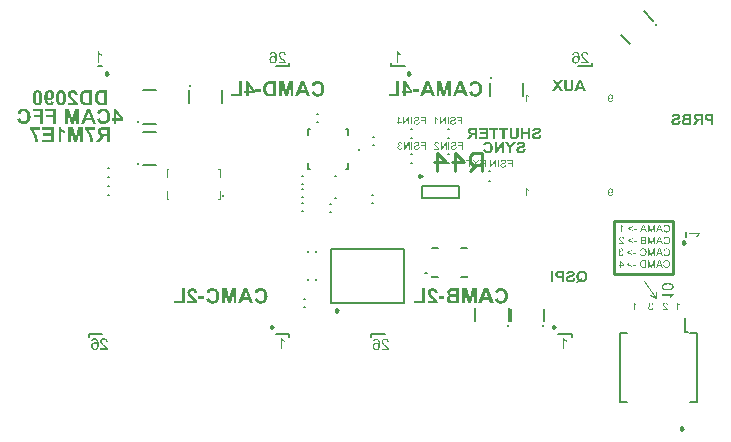
<source format=gbo>
G04*
G04 #@! TF.GenerationSoftware,Altium Limited,Altium Designer,22.10.1 (41)*
G04*
G04 Layer_Color=32896*
%FSLAX44Y44*%
%MOMM*%
G71*
G04*
G04 #@! TF.SameCoordinates,DCCAADF1-C1D0-4DA7-B5CE-9EF6014CFE25*
G04*
G04*
G04 #@! TF.FilePolarity,Positive*
G04*
G01*
G75*
%ADD11C,0.2500*%
%ADD12C,0.2540*%
%ADD13C,0.2000*%
%ADD14C,0.2540*%
%ADD17C,0.1000*%
%ADD96C,0.1270*%
%ADD99C,0.1500*%
%ADD210C,0.1000*%
G36*
X477777Y287926D02*
X481109Y282927D01*
X478787D01*
X476642Y286187D01*
X474507Y282927D01*
X472174D01*
X475486Y287936D01*
X472466Y292539D01*
X474715D01*
X476631Y289655D01*
X478526Y292539D01*
X480797D01*
X477777Y287926D01*
D02*
G37*
G36*
X489836Y287395D02*
Y287103D01*
X489826Y286822D01*
X489815Y286572D01*
X489805Y286332D01*
X489794Y286114D01*
X489774Y285916D01*
X489763Y285728D01*
X489742Y285572D01*
X489721Y285426D01*
X489711Y285301D01*
X489690Y285197D01*
X489680Y285114D01*
X489669Y285041D01*
X489659Y284999D01*
X489649Y284968D01*
Y284958D01*
X489586Y284750D01*
X489513Y284552D01*
X489420Y284375D01*
X489326Y284208D01*
X489243Y284073D01*
X489170Y283979D01*
X489149Y283937D01*
X489128Y283906D01*
X489107Y283895D01*
Y283885D01*
X488940Y283708D01*
X488753Y283542D01*
X488565Y283406D01*
X488388Y283291D01*
X488232Y283187D01*
X488159Y283156D01*
X488097Y283125D01*
X488055Y283094D01*
X488014Y283073D01*
X487993Y283062D01*
X487982D01*
X487847Y283010D01*
X487691Y282958D01*
X487357Y282885D01*
X487014Y282823D01*
X486670Y282792D01*
X486514Y282781D01*
X486368Y282771D01*
X486243Y282760D01*
X486129D01*
X486035Y282750D01*
X485691D01*
X485493Y282760D01*
X485306Y282781D01*
X485129Y282792D01*
X484973Y282823D01*
X484817Y282844D01*
X484681Y282865D01*
X484556Y282896D01*
X484442Y282927D01*
X484338Y282948D01*
X484254Y282979D01*
X484181Y283000D01*
X484129Y283010D01*
X484087Y283031D01*
X484067Y283042D01*
X484056D01*
X483806Y283156D01*
X483577Y283291D01*
X483390Y283417D01*
X483223Y283542D01*
X483098Y283656D01*
X483004Y283739D01*
X482952Y283802D01*
X482932Y283812D01*
Y283823D01*
X482786Y284021D01*
X482661Y284218D01*
X482557Y284416D01*
X482484Y284614D01*
X482421Y284781D01*
X482401Y284854D01*
X482380Y284916D01*
X482369Y284958D01*
X482359Y284999D01*
X482348Y285020D01*
Y285031D01*
X482317Y285177D01*
X482296Y285343D01*
X482276Y285520D01*
X482255Y285718D01*
X482223Y286124D01*
X482203Y286520D01*
X482192Y286718D01*
Y286895D01*
X482182Y287051D01*
Y287197D01*
Y287311D01*
Y287405D01*
Y287457D01*
Y287478D01*
Y292539D01*
X484119D01*
Y287207D01*
Y286999D01*
Y286812D01*
X484129Y286634D01*
Y286468D01*
X484140Y286322D01*
X484150Y286187D01*
X484160Y286062D01*
Y285958D01*
X484171Y285864D01*
X484181Y285781D01*
X484192Y285718D01*
X484202Y285655D01*
Y285614D01*
X484212Y285583D01*
Y285572D01*
Y285562D01*
X484254Y285385D01*
X484327Y285229D01*
X484410Y285083D01*
X484494Y284968D01*
X484577Y284874D01*
X484650Y284802D01*
X484692Y284750D01*
X484712Y284739D01*
X484889Y284625D01*
X485087Y284552D01*
X485295Y284489D01*
X485493Y284447D01*
X485681Y284427D01*
X485754Y284416D01*
X485827D01*
X485879Y284406D01*
X485962D01*
X486254Y284416D01*
X486504Y284458D01*
X486722Y284520D01*
X486910Y284583D01*
X487056Y284645D01*
X487160Y284708D01*
X487191Y284729D01*
X487222Y284750D01*
X487233Y284760D01*
X487243D01*
X487399Y284906D01*
X487535Y285062D01*
X487639Y285218D01*
X487712Y285364D01*
X487774Y285499D01*
X487805Y285614D01*
X487826Y285655D01*
Y285687D01*
X487837Y285697D01*
Y285708D01*
X487847Y285791D01*
X487857Y285885D01*
X487868Y285989D01*
Y286114D01*
X487889Y286374D01*
Y286655D01*
Y286780D01*
X487899Y286905D01*
Y287020D01*
Y287124D01*
Y287207D01*
Y287270D01*
Y287311D01*
Y287322D01*
Y292539D01*
X489836D01*
Y287395D01*
D02*
G37*
G36*
X500500Y282927D02*
X498448D01*
X497647Y285114D01*
X493804D01*
X492960Y282927D01*
X490846D01*
X494699Y292539D01*
X496761D01*
X500500Y282927D01*
D02*
G37*
G36*
X608477Y254184D02*
X606540D01*
Y257808D01*
X605040D01*
X604811Y257819D01*
X604603D01*
X604405Y257829D01*
X604228Y257840D01*
X604061Y257850D01*
X603905Y257861D01*
X603770Y257881D01*
X603655Y257892D01*
X603551Y257902D01*
X603457Y257913D01*
X603385Y257923D01*
X603332Y257934D01*
X603291D01*
X603270Y257944D01*
X603260D01*
X603072Y257996D01*
X602885Y258058D01*
X602718Y258131D01*
X602572Y258204D01*
X602437Y258277D01*
X602343Y258340D01*
X602281Y258381D01*
X602270Y258392D01*
X602260D01*
X602083Y258538D01*
X601916Y258694D01*
X601781Y258850D01*
X601656Y258996D01*
X601562Y259131D01*
X601500Y259246D01*
X601468Y259287D01*
X601447Y259319D01*
X601437Y259329D01*
Y259339D01*
X601333Y259579D01*
X601250Y259829D01*
X601198Y260079D01*
X601156Y260308D01*
X601146Y260422D01*
X601135Y260516D01*
X601125Y260610D01*
X601114Y260683D01*
Y260745D01*
Y260787D01*
Y260818D01*
Y260829D01*
X601125Y261037D01*
X601135Y261245D01*
X601166Y261433D01*
X601198Y261610D01*
X601239Y261776D01*
X601291Y261932D01*
X601343Y262068D01*
X601395Y262203D01*
X601447Y262318D01*
X601500Y262411D01*
X601541Y262505D01*
X601593Y262578D01*
X601625Y262630D01*
X601656Y262672D01*
X601666Y262693D01*
X601677Y262703D01*
X601781Y262838D01*
X601895Y262953D01*
X602010Y263057D01*
X602135Y263161D01*
X602364Y263328D01*
X602583Y263453D01*
X602770Y263547D01*
X602853Y263578D01*
X602926Y263609D01*
X602978Y263630D01*
X603020Y263640D01*
X603051Y263651D01*
X603062D01*
X603176Y263672D01*
X603312Y263703D01*
X603468Y263724D01*
X603645Y263734D01*
X603832Y263745D01*
X604020Y263765D01*
X604416Y263776D01*
X604603Y263786D01*
X604770D01*
X604936Y263797D01*
X608477D01*
Y254184D01*
D02*
G37*
G36*
X599521D02*
X597584D01*
Y258194D01*
X596959D01*
X596761Y258173D01*
X596595Y258163D01*
X596459Y258142D01*
X596355Y258121D01*
X596282Y258100D01*
X596230Y258090D01*
X596220Y258079D01*
X596105Y258038D01*
X596001Y257975D01*
X595897Y257913D01*
X595813Y257840D01*
X595741Y257777D01*
X595678Y257736D01*
X595647Y257694D01*
X595636Y257684D01*
X595574Y257621D01*
X595512Y257538D01*
X595439Y257444D01*
X595355Y257340D01*
X595189Y257111D01*
X595012Y256871D01*
X594855Y256642D01*
X594783Y256548D01*
X594730Y256455D01*
X594678Y256382D01*
X594637Y256330D01*
X594616Y256288D01*
X594605Y256278D01*
X593200Y254184D01*
X590877D01*
X592054Y256049D01*
X592179Y256257D01*
X592304Y256434D01*
X592419Y256611D01*
X592523Y256767D01*
X592616Y256913D01*
X592710Y257038D01*
X592794Y257152D01*
X592866Y257257D01*
X592929Y257340D01*
X592991Y257413D01*
X593043Y257475D01*
X593085Y257527D01*
X593116Y257559D01*
X593137Y257590D01*
X593158Y257611D01*
X593314Y257767D01*
X593491Y257923D01*
X593668Y258058D01*
X593835Y258173D01*
X593981Y258277D01*
X594095Y258350D01*
X594137Y258381D01*
X594168Y258392D01*
X594189Y258412D01*
X594199D01*
X593970Y258454D01*
X593752Y258506D01*
X593554Y258569D01*
X593366Y258631D01*
X593189Y258704D01*
X593033Y258777D01*
X592898Y258850D01*
X592773Y258933D01*
X592658Y259006D01*
X592564Y259079D01*
X592481Y259142D01*
X592408Y259194D01*
X592356Y259246D01*
X592325Y259277D01*
X592304Y259298D01*
X592294Y259308D01*
X592179Y259443D01*
X592085Y259589D01*
X592002Y259735D01*
X591929Y259891D01*
X591867Y260037D01*
X591815Y260183D01*
X591742Y260474D01*
X591710Y260599D01*
X591690Y260724D01*
X591679Y260829D01*
X591669Y260922D01*
X591658Y260995D01*
Y261047D01*
Y261089D01*
Y261099D01*
X591679Y261412D01*
X591721Y261693D01*
X591794Y261953D01*
X591867Y262172D01*
X591908Y262266D01*
X591950Y262359D01*
X591981Y262432D01*
X592023Y262495D01*
X592044Y262547D01*
X592065Y262578D01*
X592085Y262599D01*
Y262609D01*
X592252Y262838D01*
X592439Y263036D01*
X592616Y263193D01*
X592794Y263328D01*
X592960Y263422D01*
X593023Y263453D01*
X593085Y263484D01*
X593137Y263505D01*
X593168Y263526D01*
X593189Y263536D01*
X593200D01*
X593335Y263578D01*
X593491Y263619D01*
X593668Y263661D01*
X593845Y263682D01*
X594210Y263734D01*
X594585Y263765D01*
X594751Y263776D01*
X594918Y263786D01*
X595064D01*
X595189Y263797D01*
X599521D01*
Y254184D01*
D02*
G37*
G36*
X589826D02*
X586222D01*
X585920Y254195D01*
X585410D01*
X585191Y254205D01*
X585004D01*
X584837Y254216D01*
X584691D01*
X584577Y254226D01*
X584473D01*
X584389Y254237D01*
X584327D01*
X584275Y254247D01*
X584223D01*
X583942Y254289D01*
X583692Y254351D01*
X583462Y254424D01*
X583275Y254507D01*
X583129Y254580D01*
X583067Y254611D01*
X583015Y254632D01*
X582973Y254664D01*
X582942Y254684D01*
X582931Y254695D01*
X582921D01*
X582734Y254841D01*
X582567Y255007D01*
X582421Y255174D01*
X582307Y255330D01*
X582213Y255465D01*
X582140Y255580D01*
X582119Y255622D01*
X582098Y255653D01*
X582088Y255674D01*
Y255684D01*
X581984Y255924D01*
X581911Y256153D01*
X581848Y256361D01*
X581817Y256559D01*
X581796Y256725D01*
X581786Y256798D01*
X581776Y256850D01*
Y256903D01*
Y256934D01*
Y256955D01*
Y256965D01*
Y257121D01*
X581796Y257267D01*
X581848Y257548D01*
X581932Y257788D01*
X582015Y258006D01*
X582057Y258090D01*
X582098Y258173D01*
X582140Y258246D01*
X582182Y258308D01*
X582213Y258350D01*
X582234Y258381D01*
X582244Y258402D01*
X582254Y258412D01*
X582442Y258631D01*
X582661Y258808D01*
X582890Y258965D01*
X583098Y259079D01*
X583296Y259173D01*
X583379Y259204D01*
X583452Y259235D01*
X583515Y259256D01*
X583556Y259277D01*
X583587Y259287D01*
X583598D01*
X583379Y259402D01*
X583181Y259537D01*
X583015Y259683D01*
X582869Y259818D01*
X582754Y259943D01*
X582671Y260037D01*
X582650Y260079D01*
X582629Y260110D01*
X582609Y260120D01*
Y260131D01*
X582484Y260350D01*
X582400Y260558D01*
X582338Y260766D01*
X582286Y260964D01*
X582265Y261131D01*
X582254Y261193D01*
Y261255D01*
X582244Y261308D01*
Y261339D01*
Y261360D01*
Y261370D01*
X582254Y261599D01*
X582286Y261807D01*
X582338Y262005D01*
X582390Y262172D01*
X582452Y262307D01*
X582494Y262411D01*
X582515Y262443D01*
X582536Y262474D01*
X582546Y262484D01*
Y262495D01*
X582661Y262672D01*
X582786Y262828D01*
X582911Y262963D01*
X583025Y263088D01*
X583129Y263172D01*
X583213Y263245D01*
X583265Y263286D01*
X583275Y263297D01*
X583285D01*
X583452Y263401D01*
X583629Y263484D01*
X583796Y263557D01*
X583952Y263609D01*
X584087Y263651D01*
X584192Y263672D01*
X584233Y263682D01*
X584264Y263692D01*
X584285D01*
X584400Y263713D01*
X584514Y263724D01*
X584785Y263755D01*
X585066Y263776D01*
X585348Y263786D01*
X585472D01*
X585597Y263797D01*
X589826D01*
Y254184D01*
D02*
G37*
G36*
X577173Y263942D02*
X577350Y263922D01*
X577537Y263901D01*
X577704Y263869D01*
X577860Y263849D01*
X577995Y263817D01*
X578131Y263786D01*
X578256Y263745D01*
X578360Y263713D01*
X578443Y263692D01*
X578526Y263661D01*
X578578Y263640D01*
X578630Y263619D01*
X578651Y263609D01*
X578662D01*
X578932Y263474D01*
X579182Y263318D01*
X579380Y263161D01*
X579557Y263005D01*
X579682Y262859D01*
X579786Y262745D01*
X579818Y262703D01*
X579838Y262672D01*
X579859Y262651D01*
Y262641D01*
X579995Y262401D01*
X580099Y262162D01*
X580172Y261922D01*
X580224Y261714D01*
X580255Y261537D01*
X580265Y261453D01*
Y261391D01*
X580276Y261339D01*
Y261297D01*
Y261276D01*
Y261266D01*
X580265Y261058D01*
X580234Y260860D01*
X580192Y260662D01*
X580140Y260485D01*
X580068Y260318D01*
X579995Y260152D01*
X579911Y260006D01*
X579828Y259870D01*
X579755Y259746D01*
X579672Y259641D01*
X579599Y259548D01*
X579526Y259475D01*
X579474Y259412D01*
X579432Y259371D01*
X579401Y259339D01*
X579391Y259329D01*
X579266Y259225D01*
X579120Y259131D01*
X578953Y259037D01*
X578787Y258944D01*
X578422Y258787D01*
X578058Y258642D01*
X577891Y258590D01*
X577735Y258538D01*
X577589Y258485D01*
X577454Y258454D01*
X577350Y258423D01*
X577277Y258402D01*
X577225Y258381D01*
X577204D01*
X576985Y258329D01*
X576787Y258277D01*
X576610Y258235D01*
X576454Y258194D01*
X576308Y258152D01*
X576183Y258121D01*
X576069Y258090D01*
X575975Y258058D01*
X575892Y258038D01*
X575829Y258017D01*
X575767Y257996D01*
X575725Y257985D01*
X575694Y257975D01*
X575673D01*
X575652Y257965D01*
X575475Y257892D01*
X575329Y257829D01*
X575215Y257756D01*
X575111Y257694D01*
X575048Y257631D01*
X574996Y257590D01*
X574965Y257559D01*
X574954Y257548D01*
X574881Y257454D01*
X574829Y257361D01*
X574798Y257257D01*
X574767Y257163D01*
X574756Y257090D01*
X574746Y257027D01*
Y256975D01*
Y256965D01*
Y256871D01*
X574767Y256777D01*
X574819Y256600D01*
X574902Y256434D01*
X574986Y256299D01*
X575069Y256194D01*
X575152Y256111D01*
X575204Y256059D01*
X575215Y256038D01*
X575225D01*
X575319Y255965D01*
X575423Y255903D01*
X575652Y255809D01*
X575892Y255736D01*
X576121Y255695D01*
X576329Y255663D01*
X576412Y255653D01*
X576496D01*
X576558Y255642D01*
X576652D01*
X576964Y255663D01*
X577245Y255715D01*
X577485Y255778D01*
X577693Y255861D01*
X577776Y255903D01*
X577849Y255944D01*
X577922Y255976D01*
X577974Y256007D01*
X578016Y256038D01*
X578047Y256059D01*
X578058Y256080D01*
X578068D01*
X578162Y256173D01*
X578245Y256267D01*
X578391Y256486D01*
X578516Y256725D01*
X578610Y256955D01*
X578672Y257163D01*
X578703Y257246D01*
X578724Y257330D01*
X578735Y257392D01*
X578745Y257444D01*
X578755Y257475D01*
Y257486D01*
X580640Y257298D01*
X580599Y257007D01*
X580536Y256725D01*
X580463Y256476D01*
X580380Y256236D01*
X580286Y256017D01*
X580192Y255809D01*
X580088Y255632D01*
X579984Y255465D01*
X579891Y255320D01*
X579797Y255195D01*
X579703Y255090D01*
X579630Y254997D01*
X579568Y254934D01*
X579516Y254882D01*
X579484Y254851D01*
X579474Y254841D01*
X579276Y254695D01*
X579068Y254570D01*
X578849Y254455D01*
X578620Y254361D01*
X578391Y254278D01*
X578162Y254216D01*
X577933Y254153D01*
X577704Y254111D01*
X577495Y254080D01*
X577297Y254049D01*
X577120Y254028D01*
X576975Y254018D01*
X576850D01*
X576756Y254007D01*
X576443D01*
X576225Y254018D01*
X576006Y254039D01*
X575819Y254060D01*
X575631Y254091D01*
X575454Y254111D01*
X575298Y254143D01*
X575152Y254184D01*
X575027Y254216D01*
X574913Y254247D01*
X574809Y254268D01*
X574725Y254299D01*
X574663Y254320D01*
X574621Y254341D01*
X574590Y254351D01*
X574579D01*
X574277Y254497D01*
X574017Y254664D01*
X573798Y254851D01*
X573611Y255018D01*
X573465Y255174D01*
X573413Y255247D01*
X573361Y255309D01*
X573330Y255351D01*
X573298Y255392D01*
X573278Y255413D01*
Y255424D01*
X573194Y255559D01*
X573121Y255705D01*
X573007Y255976D01*
X572924Y256236D01*
X572872Y256476D01*
X572851Y256580D01*
X572830Y256673D01*
X572819Y256767D01*
Y256840D01*
X572809Y256892D01*
Y256944D01*
Y256965D01*
Y256975D01*
X572830Y257298D01*
X572872Y257600D01*
X572934Y257861D01*
X572965Y257975D01*
X572996Y258079D01*
X573038Y258173D01*
X573069Y258256D01*
X573101Y258329D01*
X573132Y258392D01*
X573163Y258444D01*
X573173Y258475D01*
X573194Y258496D01*
Y258506D01*
X573350Y258725D01*
X573528Y258923D01*
X573705Y259089D01*
X573871Y259235D01*
X574027Y259339D01*
X574152Y259423D01*
X574204Y259443D01*
X574236Y259464D01*
X574257Y259485D01*
X574267D01*
X574402Y259548D01*
X574548Y259620D01*
X574715Y259683D01*
X574881Y259746D01*
X575225Y259860D01*
X575569Y259964D01*
X575725Y260006D01*
X575881Y260047D01*
X576006Y260089D01*
X576131Y260120D01*
X576225Y260141D01*
X576298Y260162D01*
X576339Y260173D01*
X576360D01*
X576610Y260235D01*
X576839Y260297D01*
X577048Y260360D01*
X577235Y260422D01*
X577402Y260474D01*
X577547Y260527D01*
X577672Y260579D01*
X577776Y260620D01*
X577870Y260662D01*
X577953Y260704D01*
X578016Y260735D01*
X578058Y260766D01*
X578099Y260787D01*
X578120Y260808D01*
X578141Y260818D01*
X578235Y260912D01*
X578308Y261006D01*
X578349Y261110D01*
X578391Y261203D01*
X578412Y261276D01*
X578422Y261349D01*
Y261391D01*
Y261401D01*
X578412Y261537D01*
X578370Y261651D01*
X578328Y261755D01*
X578266Y261839D01*
X578214Y261901D01*
X578162Y261953D01*
X578131Y261985D01*
X578120Y261995D01*
X577922Y262110D01*
X577714Y262203D01*
X577485Y262266D01*
X577277Y262307D01*
X577079Y262328D01*
X576995Y262339D01*
X576922Y262349D01*
X576787D01*
X576496Y262339D01*
X576246Y262297D01*
X576037Y262245D01*
X575860Y262182D01*
X575725Y262120D01*
X575631Y262068D01*
X575579Y262026D01*
X575558Y262016D01*
X575412Y261880D01*
X575298Y261714D01*
X575204Y261537D01*
X575131Y261370D01*
X575079Y261214D01*
X575058Y261141D01*
X575038Y261078D01*
X575027Y261037D01*
Y260995D01*
X575017Y260974D01*
Y260964D01*
X573080Y261037D01*
X573101Y261276D01*
X573132Y261506D01*
X573184Y261724D01*
X573257Y261922D01*
X573330Y262110D01*
X573413Y262286D01*
X573496Y262443D01*
X573580Y262589D01*
X573673Y262714D01*
X573757Y262828D01*
X573830Y262932D01*
X573903Y263005D01*
X573965Y263068D01*
X574007Y263120D01*
X574038Y263141D01*
X574048Y263151D01*
X574225Y263297D01*
X574423Y263411D01*
X574642Y263526D01*
X574861Y263619D01*
X575079Y263692D01*
X575308Y263755D01*
X575537Y263807D01*
X575746Y263849D01*
X575954Y263890D01*
X576152Y263911D01*
X576319Y263932D01*
X576475Y263942D01*
X576589Y263953D01*
X576766D01*
X577173Y263942D01*
D02*
G37*
G36*
X343159Y239848D02*
X343291Y239834D01*
X343416Y239813D01*
X343540Y239785D01*
X343652Y239750D01*
X343755Y239716D01*
X343853Y239674D01*
X343936Y239639D01*
X344019Y239598D01*
X344088Y239556D01*
X344144Y239522D01*
X344199Y239487D01*
X344234Y239459D01*
X344269Y239438D01*
X344282Y239424D01*
X344289Y239418D01*
X344380Y239334D01*
X344463Y239237D01*
X344539Y239140D01*
X344608Y239043D01*
X344671Y238939D01*
X344719Y238842D01*
X344809Y238641D01*
X344844Y238551D01*
X344872Y238468D01*
X344893Y238391D01*
X344913Y238329D01*
X344927Y238273D01*
X344934Y238232D01*
X344941Y238204D01*
Y238197D01*
X344158Y238058D01*
X344116Y238260D01*
X344061Y238433D01*
X343998Y238585D01*
X343929Y238703D01*
X343873Y238800D01*
X343818Y238863D01*
X343783Y238904D01*
X343769Y238918D01*
X343645Y239015D01*
X343520Y239085D01*
X343388Y239140D01*
X343270Y239175D01*
X343159Y239196D01*
X343118Y239203D01*
X343076D01*
X343041Y239210D01*
X343000D01*
X342833Y239196D01*
X342688Y239168D01*
X342556Y239119D01*
X342445Y239071D01*
X342362Y239015D01*
X342299Y238967D01*
X342258Y238939D01*
X342244Y238925D01*
X342188Y238870D01*
X342147Y238814D01*
X342071Y238689D01*
X342015Y238572D01*
X341980Y238461D01*
X341959Y238357D01*
X341953Y238280D01*
X341946Y238246D01*
Y238225D01*
Y238211D01*
Y238204D01*
X341953Y238107D01*
X341967Y238017D01*
X341980Y237927D01*
X342008Y237850D01*
X342077Y237712D01*
X342147Y237601D01*
X342223Y237511D01*
X342292Y237448D01*
X342320Y237428D01*
X342334Y237414D01*
X342348Y237400D01*
X342355D01*
X342507Y237310D01*
X342667Y237247D01*
X342819Y237199D01*
X342958Y237171D01*
X343076Y237150D01*
X343125Y237143D01*
X343173D01*
X343208Y237136D01*
X343298D01*
X343339Y237143D01*
X343374Y237150D01*
X343388D01*
X343471Y236464D01*
X343353Y236491D01*
X343242Y236512D01*
X343152Y236526D01*
X343069Y236540D01*
X343007D01*
X342958Y236547D01*
X342916D01*
X342819Y236540D01*
X342722Y236533D01*
X342549Y236491D01*
X342396Y236436D01*
X342265Y236374D01*
X342161Y236304D01*
X342119Y236276D01*
X342084Y236249D01*
X342057Y236228D01*
X342036Y236207D01*
X342029Y236200D01*
X342022Y236193D01*
X341959Y236124D01*
X341904Y236054D01*
X341856Y235985D01*
X341814Y235909D01*
X341752Y235763D01*
X341703Y235618D01*
X341682Y235493D01*
X341675Y235444D01*
X341668Y235396D01*
X341661Y235361D01*
Y235326D01*
Y235312D01*
Y235306D01*
X341668Y235202D01*
X341675Y235105D01*
X341724Y234917D01*
X341779Y234758D01*
X341849Y234619D01*
X341890Y234557D01*
X341925Y234508D01*
X341953Y234460D01*
X341980Y234425D01*
X342008Y234397D01*
X342029Y234376D01*
X342036Y234363D01*
X342043Y234356D01*
X342119Y234286D01*
X342195Y234231D01*
X342272Y234182D01*
X342348Y234134D01*
X342507Y234064D01*
X342660Y234023D01*
X342785Y233995D01*
X342847Y233988D01*
X342889Y233981D01*
X342930Y233974D01*
X342986D01*
X343152Y233988D01*
X343312Y234023D01*
X343443Y234064D01*
X343561Y234120D01*
X343658Y234175D01*
X343728Y234217D01*
X343749Y234238D01*
X343769Y234252D01*
X343776Y234265D01*
X343783D01*
X343839Y234328D01*
X343894Y234390D01*
X343991Y234536D01*
X344067Y234695D01*
X344130Y234855D01*
X344179Y235000D01*
X344192Y235063D01*
X344206Y235118D01*
X344220Y235167D01*
X344227Y235202D01*
X344234Y235222D01*
Y235229D01*
X345018Y235125D01*
X344997Y234980D01*
X344969Y234841D01*
X344927Y234709D01*
X344886Y234584D01*
X344837Y234467D01*
X344782Y234363D01*
X344726Y234258D01*
X344671Y234175D01*
X344615Y234092D01*
X344567Y234023D01*
X344518Y233960D01*
X344477Y233912D01*
X344435Y233870D01*
X344407Y233843D01*
X344393Y233829D01*
X344386Y233822D01*
X344282Y233731D01*
X344165Y233655D01*
X344054Y233593D01*
X343936Y233530D01*
X343818Y233482D01*
X343700Y233447D01*
X343589Y233413D01*
X343478Y233385D01*
X343374Y233364D01*
X343284Y233350D01*
X343201Y233336D01*
X343125Y233329D01*
X343069D01*
X343021Y233322D01*
X342986D01*
X342812Y233329D01*
X342653Y233350D01*
X342500Y233378D01*
X342355Y233413D01*
X342216Y233454D01*
X342091Y233503D01*
X341973Y233558D01*
X341869Y233614D01*
X341772Y233662D01*
X341689Y233718D01*
X341613Y233766D01*
X341557Y233808D01*
X341509Y233843D01*
X341474Y233870D01*
X341453Y233891D01*
X341446Y233898D01*
X341335Y234009D01*
X341245Y234127D01*
X341162Y234245D01*
X341093Y234370D01*
X341030Y234487D01*
X340982Y234605D01*
X340940Y234716D01*
X340905Y234827D01*
X340878Y234931D01*
X340864Y235021D01*
X340850Y235105D01*
X340836Y235181D01*
Y235236D01*
X340829Y235285D01*
Y235312D01*
Y235319D01*
Y235430D01*
X340843Y235541D01*
X340878Y235742D01*
X340933Y235916D01*
X340961Y235992D01*
X340989Y236061D01*
X341017Y236131D01*
X341044Y236186D01*
X341072Y236235D01*
X341100Y236269D01*
X341120Y236304D01*
X341134Y236325D01*
X341141Y236339D01*
X341148Y236346D01*
X341273Y236491D01*
X341419Y236609D01*
X341564Y236699D01*
X341703Y236776D01*
X341835Y236831D01*
X341890Y236852D01*
X341932Y236866D01*
X341973Y236880D01*
X342001Y236887D01*
X342022Y236894D01*
X342029D01*
X341876Y236977D01*
X341745Y237060D01*
X341627Y237150D01*
X341537Y237240D01*
X341460Y237316D01*
X341412Y237379D01*
X341377Y237421D01*
X341370Y237428D01*
Y237434D01*
X341294Y237566D01*
X341238Y237698D01*
X341197Y237823D01*
X341169Y237941D01*
X341155Y238038D01*
X341141Y238121D01*
Y238149D01*
Y238169D01*
Y238183D01*
Y238190D01*
X341148Y238350D01*
X341176Y238502D01*
X341218Y238641D01*
X341259Y238766D01*
X341301Y238870D01*
X341322Y238911D01*
X341342Y238946D01*
X341356Y238974D01*
X341370Y239002D01*
X341377Y239009D01*
Y239015D01*
X341474Y239154D01*
X341585Y239272D01*
X341696Y239376D01*
X341807Y239466D01*
X341904Y239536D01*
X341980Y239584D01*
X342015Y239605D01*
X342036Y239619D01*
X342050Y239626D01*
X342057D01*
X342223Y239702D01*
X342389Y239757D01*
X342556Y239799D01*
X342701Y239827D01*
X342833Y239841D01*
X342882Y239848D01*
X342930Y239854D01*
X343021D01*
X343159Y239848D01*
D02*
G37*
G36*
X351168Y233433D02*
X350357D01*
Y238454D01*
X347001Y233433D01*
X346127D01*
Y239834D01*
X346938D01*
Y234806D01*
X350301Y239834D01*
X351168D01*
Y233433D01*
D02*
G37*
G36*
X365016D02*
X364170D01*
Y236339D01*
X361167D01*
Y237095D01*
X364170D01*
Y239078D01*
X360703D01*
Y239834D01*
X365016D01*
Y233433D01*
D02*
G37*
G36*
X353498D02*
X352652D01*
Y239834D01*
X353498D01*
Y233433D01*
D02*
G37*
G36*
X357631Y239938D02*
X357853Y239910D01*
X358047Y239875D01*
X358137Y239854D01*
X358220Y239834D01*
X358297Y239813D01*
X358366Y239792D01*
X358428Y239771D01*
X358477Y239757D01*
X358512Y239743D01*
X358546Y239730D01*
X358560Y239723D01*
X358567D01*
X358754Y239632D01*
X358914Y239529D01*
X359052Y239424D01*
X359163Y239321D01*
X359253Y239223D01*
X359323Y239147D01*
X359344Y239119D01*
X359357Y239099D01*
X359371Y239085D01*
Y239078D01*
X359462Y238918D01*
X359531Y238759D01*
X359572Y238613D01*
X359607Y238475D01*
X359628Y238350D01*
X359635Y238301D01*
Y238260D01*
X359642Y238225D01*
Y238197D01*
Y238183D01*
Y238176D01*
X359635Y238017D01*
X359607Y237864D01*
X359572Y237726D01*
X359531Y237608D01*
X359489Y237511D01*
X359454Y237434D01*
X359441Y237407D01*
X359427Y237386D01*
X359420Y237379D01*
Y237372D01*
X359330Y237247D01*
X359219Y237129D01*
X359108Y237032D01*
X358990Y236942D01*
X358893Y236873D01*
X358810Y236824D01*
X358775Y236810D01*
X358754Y236796D01*
X358740Y236783D01*
X358733D01*
X358664Y236748D01*
X358581Y236713D01*
X358491Y236679D01*
X358394Y236644D01*
X358192Y236575D01*
X357985Y236512D01*
X357887Y236484D01*
X357804Y236457D01*
X357721Y236436D01*
X357645Y236415D01*
X357589Y236401D01*
X357541Y236387D01*
X357513Y236380D01*
X357506D01*
X357346Y236346D01*
X357201Y236304D01*
X357076Y236276D01*
X356958Y236242D01*
X356854Y236214D01*
X356757Y236193D01*
X356681Y236165D01*
X356605Y236145D01*
X356549Y236131D01*
X356494Y236110D01*
X356452Y236096D01*
X356424Y236089D01*
X356396Y236082D01*
X356383Y236075D01*
X356369Y236068D01*
X356230Y236006D01*
X356112Y235944D01*
X356008Y235881D01*
X355932Y235826D01*
X355869Y235770D01*
X355828Y235729D01*
X355800Y235701D01*
X355793Y235694D01*
X355731Y235611D01*
X355689Y235521D01*
X355655Y235430D01*
X355634Y235347D01*
X355620Y235278D01*
X355613Y235215D01*
Y235181D01*
Y235174D01*
Y235167D01*
X355620Y235063D01*
X355641Y234959D01*
X355675Y234869D01*
X355703Y234785D01*
X355738Y234716D01*
X355773Y234661D01*
X355793Y234633D01*
X355800Y234619D01*
X355877Y234529D01*
X355960Y234453D01*
X356057Y234383D01*
X356147Y234328D01*
X356230Y234286D01*
X356292Y234252D01*
X356320Y234238D01*
X356341Y234231D01*
X356348Y234224D01*
X356355D01*
X356494Y234175D01*
X356639Y234141D01*
X356785Y234120D01*
X356917Y234106D01*
X357028Y234092D01*
X357076D01*
X357118Y234085D01*
X357201D01*
X357402Y234092D01*
X357582Y234113D01*
X357756Y234148D01*
X357901Y234182D01*
X357964Y234196D01*
X358019Y234210D01*
X358068Y234231D01*
X358109Y234245D01*
X358144Y234258D01*
X358165Y234265D01*
X358179Y234272D01*
X358186D01*
X358338Y234349D01*
X358470Y234432D01*
X358581Y234508D01*
X358671Y234591D01*
X358740Y234661D01*
X358789Y234716D01*
X358824Y234751D01*
X358830Y234765D01*
X358900Y234890D01*
X358955Y235021D01*
X358997Y235153D01*
X359031Y235278D01*
X359059Y235396D01*
X359066Y235437D01*
X359073Y235479D01*
X359080Y235514D01*
X359087Y235541D01*
Y235555D01*
Y235562D01*
X359884Y235493D01*
X359878Y235375D01*
X359864Y235257D01*
X359822Y235042D01*
X359767Y234841D01*
X359739Y234751D01*
X359704Y234675D01*
X359676Y234598D01*
X359642Y234529D01*
X359614Y234473D01*
X359586Y234425D01*
X359566Y234383D01*
X359552Y234356D01*
X359545Y234342D01*
X359538Y234335D01*
X359406Y234154D01*
X359253Y234002D01*
X359101Y233870D01*
X358955Y233766D01*
X358824Y233683D01*
X358768Y233655D01*
X358719Y233627D01*
X358678Y233607D01*
X358650Y233593D01*
X358629Y233579D01*
X358622D01*
X358387Y233496D01*
X358144Y233433D01*
X357901Y233392D01*
X357672Y233364D01*
X357561Y233350D01*
X357464Y233343D01*
X357381Y233336D01*
X357305D01*
X357243Y233329D01*
X357159D01*
X356910Y233343D01*
X356681Y233371D01*
X356473Y233406D01*
X356376Y233433D01*
X356292Y233454D01*
X356209Y233475D01*
X356140Y233503D01*
X356078Y233524D01*
X356029Y233537D01*
X355987Y233558D01*
X355960Y233565D01*
X355939Y233579D01*
X355932D01*
X355738Y233683D01*
X355571Y233794D01*
X355426Y233912D01*
X355308Y234023D01*
X355211Y234127D01*
X355148Y234203D01*
X355121Y234238D01*
X355107Y234258D01*
X355093Y234272D01*
Y234279D01*
X355037Y234363D01*
X354996Y234453D01*
X354920Y234619D01*
X354864Y234779D01*
X354829Y234924D01*
X354809Y235056D01*
X354802Y235105D01*
Y235153D01*
X354795Y235188D01*
Y235215D01*
Y235229D01*
Y235236D01*
X354809Y235424D01*
X354836Y235597D01*
X354878Y235749D01*
X354926Y235881D01*
X354982Y235992D01*
X355003Y236041D01*
X355024Y236075D01*
X355037Y236103D01*
X355051Y236124D01*
X355065Y236138D01*
Y236145D01*
X355121Y236214D01*
X355176Y236283D01*
X355308Y236415D01*
X355440Y236526D01*
X355578Y236616D01*
X355696Y236692D01*
X355752Y236727D01*
X355800Y236748D01*
X355835Y236769D01*
X355863Y236783D01*
X355883Y236796D01*
X355890D01*
X355967Y236831D01*
X356064Y236866D01*
X356161Y236901D01*
X356272Y236935D01*
X356507Y236998D01*
X356743Y237060D01*
X356854Y237095D01*
X356958Y237115D01*
X357055Y237143D01*
X357138Y237157D01*
X357208Y237178D01*
X357256Y237192D01*
X357291Y237199D01*
X357305D01*
X357492Y237240D01*
X357659Y237289D01*
X357804Y237330D01*
X357943Y237372D01*
X358061Y237414D01*
X358165Y237448D01*
X358255Y237483D01*
X358331Y237518D01*
X358394Y237552D01*
X358449Y237580D01*
X358491Y237601D01*
X358525Y237622D01*
X358553Y237642D01*
X358567Y237656D01*
X358581Y237663D01*
X358664Y237753D01*
X358719Y237843D01*
X358761Y237941D01*
X358796Y238031D01*
X358810Y238107D01*
X358817Y238169D01*
X358824Y238211D01*
Y238218D01*
Y238225D01*
X358817Y238301D01*
X358810Y238370D01*
X358768Y238495D01*
X358713Y238613D01*
X358650Y238710D01*
X358588Y238794D01*
X358532Y238856D01*
X358491Y238891D01*
X358484Y238904D01*
X358477D01*
X358408Y238953D01*
X358324Y239002D01*
X358151Y239071D01*
X357971Y239119D01*
X357783Y239154D01*
X357700Y239168D01*
X357617Y239175D01*
X357548Y239182D01*
X357485D01*
X357430Y239189D01*
X357229D01*
X357104Y239175D01*
X356986Y239161D01*
X356875Y239140D01*
X356778Y239119D01*
X356688Y239092D01*
X356605Y239064D01*
X356528Y239036D01*
X356466Y239002D01*
X356410Y238974D01*
X356362Y238946D01*
X356320Y238925D01*
X356292Y238904D01*
X356265Y238891D01*
X356258Y238884D01*
X356251Y238877D01*
X356182Y238814D01*
X356119Y238752D01*
X356022Y238606D01*
X355939Y238454D01*
X355883Y238308D01*
X355842Y238176D01*
X355828Y238121D01*
X355814Y238065D01*
X355807Y238024D01*
Y237996D01*
X355800Y237975D01*
Y237968D01*
X354989Y238031D01*
X355010Y238239D01*
X355051Y238426D01*
X355100Y238599D01*
X355155Y238745D01*
X355190Y238807D01*
X355211Y238870D01*
X355238Y238918D01*
X355259Y238960D01*
X355280Y238995D01*
X355294Y239015D01*
X355301Y239029D01*
X355308Y239036D01*
X355426Y239196D01*
X355558Y239327D01*
X355696Y239445D01*
X355835Y239542D01*
X355953Y239612D01*
X356008Y239639D01*
X356050Y239667D01*
X356085Y239688D01*
X356119Y239695D01*
X356133Y239709D01*
X356140D01*
X356348Y239785D01*
X356563Y239848D01*
X356778Y239889D01*
X356972Y239917D01*
X357062Y239924D01*
X357138Y239931D01*
X357215Y239938D01*
X357277Y239945D01*
X357395D01*
X357631Y239938D01*
D02*
G37*
G36*
X453284Y242309D02*
X451347D01*
Y246516D01*
X447535D01*
Y242309D01*
X445598D01*
Y251921D01*
X447535D01*
Y248141D01*
X451347D01*
Y251921D01*
X453284D01*
Y242309D01*
D02*
G37*
G36*
X443599Y246777D02*
Y246485D01*
X443588Y246204D01*
X443578Y245954D01*
X443567Y245715D01*
X443557Y245496D01*
X443536Y245298D01*
X443526Y245111D01*
X443505Y244954D01*
X443484Y244809D01*
X443474Y244684D01*
X443453Y244580D01*
X443442Y244496D01*
X443432Y244423D01*
X443422Y244382D01*
X443411Y244350D01*
Y244340D01*
X443349Y244132D01*
X443276Y243934D01*
X443182Y243757D01*
X443088Y243590D01*
X443005Y243455D01*
X442932Y243361D01*
X442911Y243319D01*
X442891Y243288D01*
X442870Y243278D01*
Y243267D01*
X442703Y243090D01*
X442516Y242924D01*
X442328Y242788D01*
X442151Y242674D01*
X441995Y242570D01*
X441922Y242538D01*
X441860Y242507D01*
X441818Y242476D01*
X441776Y242455D01*
X441755Y242445D01*
X441745D01*
X441610Y242393D01*
X441453Y242341D01*
X441120Y242268D01*
X440776Y242205D01*
X440433Y242174D01*
X440277Y242163D01*
X440131Y242153D01*
X440006Y242143D01*
X439891D01*
X439798Y242132D01*
X439454D01*
X439256Y242143D01*
X439069Y242163D01*
X438891Y242174D01*
X438735Y242205D01*
X438579Y242226D01*
X438444Y242247D01*
X438319Y242278D01*
X438204Y242309D01*
X438100Y242330D01*
X438017Y242361D01*
X437944Y242382D01*
X437892Y242393D01*
X437850Y242413D01*
X437829Y242424D01*
X437819D01*
X437569Y242538D01*
X437340Y242674D01*
X437152Y242799D01*
X436986Y242924D01*
X436861Y243038D01*
X436767Y243121D01*
X436715Y243184D01*
X436694Y243194D01*
Y243205D01*
X436548Y243403D01*
X436423Y243601D01*
X436319Y243798D01*
X436246Y243996D01*
X436184Y244163D01*
X436163Y244236D01*
X436142Y244298D01*
X436132Y244340D01*
X436121Y244382D01*
X436111Y244402D01*
Y244413D01*
X436080Y244559D01*
X436059Y244725D01*
X436038Y244902D01*
X436017Y245100D01*
X435986Y245506D01*
X435965Y245902D01*
X435955Y246100D01*
Y246277D01*
X435944Y246433D01*
Y246579D01*
Y246693D01*
Y246787D01*
Y246839D01*
Y246860D01*
Y251921D01*
X437881D01*
Y246589D01*
Y246381D01*
Y246194D01*
X437892Y246017D01*
Y245850D01*
X437902Y245704D01*
X437913Y245569D01*
X437923Y245444D01*
Y245340D01*
X437933Y245246D01*
X437944Y245163D01*
X437954Y245100D01*
X437965Y245038D01*
Y244996D01*
X437975Y244965D01*
Y244954D01*
Y244944D01*
X438017Y244767D01*
X438090Y244611D01*
X438173Y244465D01*
X438256Y244350D01*
X438340Y244257D01*
X438413Y244184D01*
X438454Y244132D01*
X438475Y244121D01*
X438652Y244007D01*
X438850Y243934D01*
X439058Y243871D01*
X439256Y243830D01*
X439444Y243809D01*
X439516Y243798D01*
X439589D01*
X439641Y243788D01*
X439725D01*
X440016Y243798D01*
X440266Y243840D01*
X440485Y243903D01*
X440672Y243965D01*
X440818Y244028D01*
X440922Y244090D01*
X440953Y244111D01*
X440985Y244132D01*
X440995Y244142D01*
X441006D01*
X441162Y244288D01*
X441297Y244444D01*
X441401Y244600D01*
X441474Y244746D01*
X441537Y244881D01*
X441568Y244996D01*
X441589Y245038D01*
Y245069D01*
X441599Y245079D01*
Y245090D01*
X441610Y245173D01*
X441620Y245267D01*
X441630Y245371D01*
Y245496D01*
X441651Y245756D01*
Y246037D01*
Y246162D01*
X441662Y246287D01*
Y246402D01*
Y246506D01*
Y246589D01*
Y246652D01*
Y246693D01*
Y246704D01*
Y251921D01*
X443599D01*
Y246777D01*
D02*
G37*
G36*
X434570Y250297D02*
X431716D01*
Y242309D01*
X429779D01*
Y250297D01*
X426947D01*
Y251921D01*
X434570D01*
Y250297D01*
D02*
G37*
G36*
X426374D02*
X423521D01*
Y242309D01*
X421584D01*
Y250297D01*
X418751D01*
Y251921D01*
X426374D01*
Y250297D01*
D02*
G37*
G36*
X417501Y242309D02*
X410191D01*
Y243934D01*
X415564D01*
Y246548D01*
X410742D01*
Y248172D01*
X415564D01*
Y250297D01*
X410378D01*
Y251921D01*
X417501D01*
Y242309D01*
D02*
G37*
G36*
X408545D02*
X406608D01*
Y246319D01*
X405983D01*
X405785Y246298D01*
X405619Y246287D01*
X405483Y246266D01*
X405379Y246246D01*
X405306Y246225D01*
X405254Y246215D01*
X405244Y246204D01*
X405129Y246162D01*
X405025Y246100D01*
X404921Y246037D01*
X404838Y245965D01*
X404765Y245902D01*
X404702Y245860D01*
X404671Y245819D01*
X404661Y245808D01*
X404598Y245746D01*
X404536Y245662D01*
X404463Y245569D01*
X404380Y245465D01*
X404213Y245236D01*
X404036Y244996D01*
X403880Y244767D01*
X403807Y244673D01*
X403755Y244580D01*
X403703Y244507D01*
X403661Y244454D01*
X403640Y244413D01*
X403630Y244402D01*
X402224Y242309D01*
X399902D01*
X401078Y244173D01*
X401203Y244382D01*
X401328Y244559D01*
X401443Y244736D01*
X401547Y244892D01*
X401641Y245038D01*
X401734Y245163D01*
X401818Y245277D01*
X401891Y245381D01*
X401953Y245465D01*
X402016Y245538D01*
X402068Y245600D01*
X402109Y245652D01*
X402141Y245683D01*
X402161Y245715D01*
X402182Y245735D01*
X402338Y245892D01*
X402515Y246048D01*
X402692Y246183D01*
X402859Y246298D01*
X403005Y246402D01*
X403119Y246475D01*
X403161Y246506D01*
X403192Y246516D01*
X403213Y246537D01*
X403224D01*
X402994Y246579D01*
X402776Y246631D01*
X402578Y246693D01*
X402391Y246756D01*
X402213Y246829D01*
X402057Y246902D01*
X401922Y246975D01*
X401797Y247058D01*
X401682Y247131D01*
X401589Y247204D01*
X401505Y247266D01*
X401432Y247318D01*
X401380Y247370D01*
X401349Y247402D01*
X401328Y247423D01*
X401318Y247433D01*
X401203Y247568D01*
X401110Y247714D01*
X401026Y247860D01*
X400953Y248016D01*
X400891Y248162D01*
X400839Y248308D01*
X400766Y248599D01*
X400735Y248724D01*
X400714Y248849D01*
X400703Y248953D01*
X400693Y249047D01*
X400683Y249120D01*
Y249172D01*
Y249214D01*
Y249224D01*
X400703Y249536D01*
X400745Y249818D01*
X400818Y250078D01*
X400891Y250297D01*
X400933Y250390D01*
X400974Y250484D01*
X401005Y250557D01*
X401047Y250620D01*
X401068Y250672D01*
X401089Y250703D01*
X401110Y250724D01*
Y250734D01*
X401276Y250963D01*
X401464Y251161D01*
X401641Y251317D01*
X401818Y251453D01*
X401984Y251546D01*
X402047Y251578D01*
X402109Y251609D01*
X402161Y251630D01*
X402193Y251651D01*
X402213Y251661D01*
X402224D01*
X402359Y251703D01*
X402515Y251744D01*
X402692Y251786D01*
X402869Y251807D01*
X403234Y251859D01*
X403609Y251890D01*
X403775Y251901D01*
X403942Y251911D01*
X404088D01*
X404213Y251921D01*
X408545D01*
Y242309D01*
D02*
G37*
G36*
X459282Y252067D02*
X459459Y252046D01*
X459647Y252026D01*
X459813Y251994D01*
X459969Y251973D01*
X460105Y251942D01*
X460240Y251911D01*
X460365Y251869D01*
X460469Y251838D01*
X460553Y251817D01*
X460636Y251786D01*
X460688Y251765D01*
X460740Y251744D01*
X460761Y251734D01*
X460771D01*
X461042Y251598D01*
X461292Y251442D01*
X461490Y251286D01*
X461667Y251130D01*
X461792Y250984D01*
X461896Y250870D01*
X461927Y250828D01*
X461948Y250797D01*
X461969Y250776D01*
Y250765D01*
X462104Y250526D01*
X462209Y250286D01*
X462281Y250047D01*
X462333Y249839D01*
X462365Y249662D01*
X462375Y249578D01*
Y249516D01*
X462385Y249464D01*
Y249422D01*
Y249401D01*
Y249391D01*
X462375Y249182D01*
X462344Y248985D01*
X462302Y248787D01*
X462250Y248610D01*
X462177Y248443D01*
X462104Y248276D01*
X462021Y248131D01*
X461938Y247995D01*
X461865Y247870D01*
X461782Y247766D01*
X461709Y247672D01*
X461636Y247600D01*
X461584Y247537D01*
X461542Y247495D01*
X461511Y247464D01*
X461500Y247454D01*
X461375Y247350D01*
X461230Y247256D01*
X461063Y247162D01*
X460896Y247068D01*
X460532Y246912D01*
X460167Y246766D01*
X460001Y246714D01*
X459845Y246662D01*
X459699Y246610D01*
X459563Y246579D01*
X459459Y246548D01*
X459386Y246527D01*
X459334Y246506D01*
X459313D01*
X459095Y246454D01*
X458897Y246402D01*
X458720Y246360D01*
X458564Y246319D01*
X458418Y246277D01*
X458293Y246246D01*
X458178Y246215D01*
X458084Y246183D01*
X458001Y246162D01*
X457939Y246142D01*
X457876Y246121D01*
X457835Y246110D01*
X457803Y246100D01*
X457783D01*
X457762Y246089D01*
X457585Y246017D01*
X457439Y245954D01*
X457324Y245881D01*
X457220Y245819D01*
X457158Y245756D01*
X457106Y245715D01*
X457074Y245683D01*
X457064Y245673D01*
X456991Y245579D01*
X456939Y245485D01*
X456908Y245381D01*
X456876Y245288D01*
X456866Y245215D01*
X456856Y245152D01*
Y245100D01*
Y245090D01*
Y244996D01*
X456876Y244902D01*
X456929Y244725D01*
X457012Y244559D01*
X457095Y244423D01*
X457178Y244319D01*
X457262Y244236D01*
X457314Y244184D01*
X457324Y244163D01*
X457335D01*
X457428Y244090D01*
X457533Y244028D01*
X457762Y243934D01*
X458001Y243861D01*
X458230Y243819D01*
X458439Y243788D01*
X458522Y243778D01*
X458605D01*
X458668Y243767D01*
X458761D01*
X459074Y243788D01*
X459355Y243840D01*
X459595Y243903D01*
X459803Y243986D01*
X459886Y244028D01*
X459959Y244069D01*
X460032Y244100D01*
X460084Y244132D01*
X460126Y244163D01*
X460157Y244184D01*
X460167Y244205D01*
X460178D01*
X460271Y244298D01*
X460355Y244392D01*
X460501Y244611D01*
X460625Y244850D01*
X460719Y245079D01*
X460782Y245288D01*
X460813Y245371D01*
X460834Y245454D01*
X460844Y245517D01*
X460855Y245569D01*
X460865Y245600D01*
Y245611D01*
X462750Y245423D01*
X462708Y245131D01*
X462646Y244850D01*
X462573Y244600D01*
X462490Y244361D01*
X462396Y244142D01*
X462302Y243934D01*
X462198Y243757D01*
X462094Y243590D01*
X462000Y243444D01*
X461907Y243319D01*
X461813Y243215D01*
X461740Y243121D01*
X461677Y243059D01*
X461625Y243007D01*
X461594Y242976D01*
X461584Y242965D01*
X461386Y242819D01*
X461177Y242694D01*
X460959Y242580D01*
X460730Y242486D01*
X460501Y242403D01*
X460271Y242341D01*
X460042Y242278D01*
X459813Y242236D01*
X459605Y242205D01*
X459407Y242174D01*
X459230Y242153D01*
X459084Y242143D01*
X458959D01*
X458866Y242132D01*
X458553D01*
X458335Y242143D01*
X458116Y242163D01*
X457928Y242184D01*
X457741Y242215D01*
X457564Y242236D01*
X457408Y242268D01*
X457262Y242309D01*
X457137Y242341D01*
X457022Y242372D01*
X456918Y242393D01*
X456835Y242424D01*
X456772Y242445D01*
X456731Y242465D01*
X456699Y242476D01*
X456689D01*
X456387Y242622D01*
X456127Y242788D01*
X455908Y242976D01*
X455721Y243142D01*
X455575Y243298D01*
X455523Y243371D01*
X455471Y243434D01*
X455439Y243476D01*
X455408Y243517D01*
X455387Y243538D01*
Y243549D01*
X455304Y243684D01*
X455231Y243830D01*
X455117Y244100D01*
X455033Y244361D01*
X454981Y244600D01*
X454960Y244704D01*
X454939Y244798D01*
X454929Y244892D01*
Y244965D01*
X454919Y245017D01*
Y245069D01*
Y245090D01*
Y245100D01*
X454939Y245423D01*
X454981Y245725D01*
X455044Y245985D01*
X455075Y246100D01*
X455106Y246204D01*
X455148Y246298D01*
X455179Y246381D01*
X455210Y246454D01*
X455242Y246516D01*
X455273Y246569D01*
X455283Y246600D01*
X455304Y246621D01*
Y246631D01*
X455460Y246850D01*
X455637Y247048D01*
X455814Y247214D01*
X455981Y247360D01*
X456137Y247464D01*
X456262Y247547D01*
X456314Y247568D01*
X456345Y247589D01*
X456366Y247610D01*
X456377D01*
X456512Y247672D01*
X456658Y247745D01*
X456824Y247808D01*
X456991Y247870D01*
X457335Y247985D01*
X457678Y248089D01*
X457835Y248131D01*
X457991Y248172D01*
X458116Y248214D01*
X458241Y248245D01*
X458335Y248266D01*
X458407Y248287D01*
X458449Y248297D01*
X458470D01*
X458720Y248360D01*
X458949Y248422D01*
X459157Y248485D01*
X459345Y248547D01*
X459511Y248599D01*
X459657Y248651D01*
X459782Y248703D01*
X459886Y248745D01*
X459980Y248787D01*
X460063Y248828D01*
X460126Y248860D01*
X460167Y248891D01*
X460209Y248912D01*
X460230Y248932D01*
X460251Y248943D01*
X460344Y249037D01*
X460417Y249130D01*
X460459Y249235D01*
X460501Y249328D01*
X460521Y249401D01*
X460532Y249474D01*
Y249516D01*
Y249526D01*
X460521Y249662D01*
X460480Y249776D01*
X460438Y249880D01*
X460376Y249963D01*
X460323Y250026D01*
X460271Y250078D01*
X460240Y250109D01*
X460230Y250120D01*
X460032Y250234D01*
X459824Y250328D01*
X459595Y250390D01*
X459386Y250432D01*
X459188Y250453D01*
X459105Y250463D01*
X459032Y250474D01*
X458897D01*
X458605Y250463D01*
X458355Y250422D01*
X458147Y250370D01*
X457970Y250307D01*
X457835Y250245D01*
X457741Y250193D01*
X457689Y250151D01*
X457668Y250140D01*
X457522Y250005D01*
X457408Y249839D01*
X457314Y249662D01*
X457241Y249495D01*
X457189Y249339D01*
X457168Y249266D01*
X457147Y249203D01*
X457137Y249162D01*
Y249120D01*
X457126Y249099D01*
Y249089D01*
X455189Y249162D01*
X455210Y249401D01*
X455242Y249630D01*
X455294Y249849D01*
X455367Y250047D01*
X455439Y250234D01*
X455523Y250411D01*
X455606Y250567D01*
X455689Y250713D01*
X455783Y250838D01*
X455866Y250953D01*
X455939Y251057D01*
X456012Y251130D01*
X456075Y251192D01*
X456116Y251244D01*
X456147Y251265D01*
X456158Y251276D01*
X456335Y251422D01*
X456533Y251536D01*
X456752Y251651D01*
X456970Y251744D01*
X457189Y251817D01*
X457418Y251880D01*
X457647Y251932D01*
X457855Y251973D01*
X458064Y252015D01*
X458262Y252036D01*
X458428Y252057D01*
X458584Y252067D01*
X458699Y252078D01*
X458876D01*
X459282Y252067D01*
D02*
G37*
G36*
X437413Y234482D02*
Y230441D01*
X435476D01*
Y234472D01*
X431966Y240054D01*
X434195D01*
X436392Y236252D01*
X438642Y240054D01*
X440922D01*
X437413Y234482D01*
D02*
G37*
G36*
X430956Y230441D02*
X429165D01*
Y236752D01*
X425270Y230441D01*
X423333D01*
Y240054D01*
X425124D01*
Y233597D01*
X429081Y240054D01*
X430956D01*
Y230441D01*
D02*
G37*
G36*
X417501Y240199D02*
X417855Y240158D01*
X418189Y240085D01*
X418501Y240002D01*
X418792Y239897D01*
X419053Y239793D01*
X419303Y239668D01*
X419521Y239543D01*
X419719Y239418D01*
X419896Y239304D01*
X420042Y239189D01*
X420167Y239085D01*
X420271Y239002D01*
X420334Y238939D01*
X420386Y238887D01*
X420396Y238877D01*
X420615Y238616D01*
X420802Y238335D01*
X420969Y238044D01*
X421104Y237742D01*
X421229Y237429D01*
X421323Y237117D01*
X421406Y236815D01*
X421469Y236513D01*
X421521Y236242D01*
X421563Y235982D01*
X421584Y235742D01*
X421604Y235544D01*
X421615Y235378D01*
X421625Y235315D01*
Y235253D01*
Y235211D01*
Y235180D01*
Y235159D01*
Y235149D01*
X421615Y234732D01*
X421573Y234347D01*
X421511Y233982D01*
X421438Y233638D01*
X421344Y233316D01*
X421240Y233024D01*
X421125Y232753D01*
X421011Y232514D01*
X420896Y232295D01*
X420782Y232108D01*
X420677Y231952D01*
X420584Y231816D01*
X420511Y231712D01*
X420448Y231639D01*
X420407Y231587D01*
X420396Y231576D01*
X420157Y231347D01*
X419907Y231150D01*
X419646Y230972D01*
X419386Y230827D01*
X419126Y230702D01*
X418865Y230598D01*
X418605Y230504D01*
X418366Y230441D01*
X418136Y230379D01*
X417918Y230348D01*
X417730Y230317D01*
X417574Y230296D01*
X417439Y230285D01*
X417335Y230275D01*
X417251D01*
X416970Y230285D01*
X416699Y230306D01*
X416439Y230348D01*
X416199Y230389D01*
X415970Y230452D01*
X415762Y230514D01*
X415564Y230587D01*
X415397Y230660D01*
X415231Y230723D01*
X415095Y230795D01*
X414981Y230858D01*
X414877Y230921D01*
X414804Y230962D01*
X414742Y231004D01*
X414710Y231025D01*
X414700Y231035D01*
X414512Y231191D01*
X414346Y231358D01*
X414189Y231535D01*
X414044Y231733D01*
X413919Y231920D01*
X413794Y232118D01*
X413690Y232316D01*
X413596Y232503D01*
X413513Y232680D01*
X413440Y232847D01*
X413388Y233003D01*
X413336Y233128D01*
X413294Y233243D01*
X413273Y233316D01*
X413252Y233368D01*
Y233389D01*
X415137Y233972D01*
X415189Y233784D01*
X415241Y233597D01*
X415304Y233430D01*
X415366Y233284D01*
X415439Y233139D01*
X415502Y233014D01*
X415575Y232899D01*
X415637Y232795D01*
X415700Y232712D01*
X415762Y232628D01*
X415814Y232566D01*
X415856Y232514D01*
X415897Y232472D01*
X415929Y232441D01*
X415939Y232430D01*
X415950Y232420D01*
X416054Y232337D01*
X416168Y232264D01*
X416387Y232139D01*
X416606Y232056D01*
X416814Y231993D01*
X417001Y231962D01*
X417074Y231941D01*
X417147D01*
X417199Y231931D01*
X417272D01*
X417459Y231941D01*
X417647Y231962D01*
X417824Y232003D01*
X417980Y232056D01*
X418136Y232108D01*
X418272Y232170D01*
X418407Y232243D01*
X418522Y232316D01*
X418626Y232389D01*
X418720Y232462D01*
X418792Y232524D01*
X418865Y232576D01*
X418907Y232628D01*
X418949Y232670D01*
X418969Y232691D01*
X418980Y232701D01*
X419095Y232857D01*
X419188Y233034D01*
X419282Y233222D01*
X419355Y233430D01*
X419417Y233649D01*
X419469Y233857D01*
X419542Y234284D01*
X419574Y234492D01*
X419594Y234680D01*
X419605Y234846D01*
X419615Y235003D01*
X419626Y235117D01*
Y235211D01*
Y235273D01*
Y235294D01*
X419615Y235607D01*
X419594Y235898D01*
X419563Y236159D01*
X419521Y236409D01*
X419469Y236638D01*
X419417Y236836D01*
X419355Y237023D01*
X419292Y237179D01*
X419240Y237325D01*
X419178Y237450D01*
X419126Y237554D01*
X419074Y237638D01*
X419032Y237700D01*
X419001Y237752D01*
X418980Y237773D01*
X418969Y237783D01*
X418845Y237919D01*
X418699Y238033D01*
X418563Y238137D01*
X418418Y238231D01*
X418272Y238304D01*
X418126Y238367D01*
X417980Y238419D01*
X417845Y238460D01*
X417720Y238491D01*
X417605Y238512D01*
X417501Y238533D01*
X417407Y238543D01*
X417335Y238554D01*
X417230D01*
X416949Y238533D01*
X416699Y238481D01*
X416481Y238419D01*
X416283Y238335D01*
X416127Y238252D01*
X416064Y238221D01*
X416012Y238189D01*
X415970Y238158D01*
X415939Y238137D01*
X415929Y238127D01*
X415918Y238116D01*
X415731Y237939D01*
X415575Y237752D01*
X415450Y237554D01*
X415356Y237367D01*
X415283Y237200D01*
X415252Y237127D01*
X415231Y237065D01*
X415220Y237013D01*
X415210Y236971D01*
X415200Y236950D01*
Y236940D01*
X413284Y237398D01*
X413346Y237606D01*
X413419Y237804D01*
X413502Y237981D01*
X413575Y238158D01*
X413658Y238314D01*
X413742Y238460D01*
X413825Y238585D01*
X413898Y238710D01*
X413981Y238814D01*
X414044Y238908D01*
X414106Y238981D01*
X414169Y239043D01*
X414210Y239095D01*
X414242Y239127D01*
X414262Y239147D01*
X414273Y239158D01*
X414492Y239345D01*
X414710Y239502D01*
X414950Y239647D01*
X415189Y239762D01*
X415429Y239866D01*
X415668Y239949D01*
X415897Y240022D01*
X416116Y240074D01*
X416324Y240126D01*
X416522Y240158D01*
X416699Y240179D01*
X416845Y240189D01*
X416970Y240199D01*
X417053Y240210D01*
X417137D01*
X417501Y240199D01*
D02*
G37*
G36*
X445931D02*
X446108Y240179D01*
X446296Y240158D01*
X446463Y240126D01*
X446619Y240106D01*
X446754Y240074D01*
X446889Y240043D01*
X447014Y240002D01*
X447119Y239970D01*
X447202Y239949D01*
X447285Y239918D01*
X447337Y239897D01*
X447389Y239876D01*
X447410Y239866D01*
X447421D01*
X447691Y239731D01*
X447941Y239575D01*
X448139Y239418D01*
X448316Y239262D01*
X448441Y239116D01*
X448545Y239002D01*
X448577Y238960D01*
X448597Y238929D01*
X448618Y238908D01*
Y238898D01*
X448754Y238658D01*
X448858Y238419D01*
X448931Y238179D01*
X448983Y237971D01*
X449014Y237794D01*
X449024Y237710D01*
Y237648D01*
X449035Y237596D01*
Y237554D01*
Y237533D01*
Y237523D01*
X449024Y237315D01*
X448993Y237117D01*
X448951Y236919D01*
X448899Y236742D01*
X448826Y236575D01*
X448754Y236409D01*
X448670Y236263D01*
X448587Y236127D01*
X448514Y236003D01*
X448431Y235898D01*
X448358Y235805D01*
X448285Y235732D01*
X448233Y235669D01*
X448191Y235628D01*
X448160Y235596D01*
X448150Y235586D01*
X448025Y235482D01*
X447879Y235388D01*
X447712Y235294D01*
X447546Y235201D01*
X447181Y235044D01*
X446817Y234899D01*
X446650Y234846D01*
X446494Y234795D01*
X446348Y234742D01*
X446213Y234711D01*
X446108Y234680D01*
X446035Y234659D01*
X445984Y234638D01*
X445963D01*
X445744Y234586D01*
X445546Y234534D01*
X445369Y234492D01*
X445213Y234451D01*
X445067Y234409D01*
X444942Y234378D01*
X444827Y234347D01*
X444734Y234315D01*
X444650Y234295D01*
X444588Y234274D01*
X444525Y234253D01*
X444484Y234242D01*
X444453Y234232D01*
X444432D01*
X444411Y234222D01*
X444234Y234149D01*
X444088Y234086D01*
X443974Y234013D01*
X443869Y233951D01*
X443807Y233888D01*
X443755Y233847D01*
X443724Y233816D01*
X443713Y233805D01*
X443640Y233711D01*
X443588Y233618D01*
X443557Y233514D01*
X443526Y233420D01*
X443515Y233347D01*
X443505Y233284D01*
Y233232D01*
Y233222D01*
Y233128D01*
X443526Y233034D01*
X443578Y232857D01*
X443661Y232691D01*
X443745Y232556D01*
X443828Y232451D01*
X443911Y232368D01*
X443963Y232316D01*
X443974Y232295D01*
X443984D01*
X444078Y232222D01*
X444182Y232160D01*
X444411Y232066D01*
X444650Y231993D01*
X444880Y231952D01*
X445088Y231920D01*
X445171Y231910D01*
X445255D01*
X445317Y231899D01*
X445411D01*
X445723Y231920D01*
X446004Y231972D01*
X446244Y232035D01*
X446452Y232118D01*
X446535Y232160D01*
X446608Y232201D01*
X446681Y232233D01*
X446733Y232264D01*
X446775Y232295D01*
X446806Y232316D01*
X446817Y232337D01*
X446827D01*
X446921Y232430D01*
X447004Y232524D01*
X447150Y232743D01*
X447275Y232982D01*
X447369Y233211D01*
X447431Y233420D01*
X447462Y233503D01*
X447483Y233587D01*
X447494Y233649D01*
X447504Y233701D01*
X447514Y233732D01*
Y233743D01*
X449399Y233555D01*
X449358Y233264D01*
X449295Y232982D01*
X449222Y232733D01*
X449139Y232493D01*
X449045Y232274D01*
X448951Y232066D01*
X448847Y231889D01*
X448743Y231722D01*
X448649Y231576D01*
X448556Y231452D01*
X448462Y231347D01*
X448389Y231254D01*
X448327Y231191D01*
X448274Y231139D01*
X448243Y231108D01*
X448233Y231098D01*
X448035Y230952D01*
X447827Y230827D01*
X447608Y230712D01*
X447379Y230618D01*
X447150Y230535D01*
X446921Y230473D01*
X446692Y230410D01*
X446463Y230368D01*
X446254Y230337D01*
X446056Y230306D01*
X445879Y230285D01*
X445733Y230275D01*
X445609D01*
X445515Y230264D01*
X445202D01*
X444984Y230275D01*
X444765Y230296D01*
X444578Y230317D01*
X444390Y230348D01*
X444213Y230368D01*
X444057Y230400D01*
X443911Y230441D01*
X443786Y230473D01*
X443672Y230504D01*
X443567Y230525D01*
X443484Y230556D01*
X443422Y230577D01*
X443380Y230598D01*
X443349Y230608D01*
X443338D01*
X443036Y230754D01*
X442776Y230921D01*
X442557Y231108D01*
X442370Y231275D01*
X442224Y231431D01*
X442172Y231504D01*
X442120Y231566D01*
X442089Y231608D01*
X442057Y231649D01*
X442037Y231670D01*
Y231681D01*
X441953Y231816D01*
X441880Y231962D01*
X441766Y232233D01*
X441683Y232493D01*
X441630Y232733D01*
X441610Y232837D01*
X441589Y232930D01*
X441578Y233024D01*
Y233097D01*
X441568Y233149D01*
Y233201D01*
Y233222D01*
Y233232D01*
X441589Y233555D01*
X441630Y233857D01*
X441693Y234118D01*
X441724Y234232D01*
X441755Y234336D01*
X441797Y234430D01*
X441828Y234513D01*
X441860Y234586D01*
X441891Y234649D01*
X441922Y234701D01*
X441932Y234732D01*
X441953Y234753D01*
Y234763D01*
X442109Y234982D01*
X442286Y235180D01*
X442463Y235346D01*
X442630Y235492D01*
X442786Y235596D01*
X442911Y235680D01*
X442963Y235700D01*
X442995Y235721D01*
X443016Y235742D01*
X443026D01*
X443161Y235805D01*
X443307Y235877D01*
X443474Y235940D01*
X443640Y236003D01*
X443984Y236117D01*
X444328Y236221D01*
X444484Y236263D01*
X444640Y236304D01*
X444765Y236346D01*
X444890Y236377D01*
X444984Y236398D01*
X445057Y236419D01*
X445098Y236430D01*
X445119D01*
X445369Y236492D01*
X445598Y236554D01*
X445806Y236617D01*
X445994Y236679D01*
X446161Y236731D01*
X446306Y236784D01*
X446431Y236836D01*
X446535Y236877D01*
X446629Y236919D01*
X446712Y236961D01*
X446775Y236992D01*
X446817Y237023D01*
X446858Y237044D01*
X446879Y237065D01*
X446900Y237075D01*
X446994Y237169D01*
X447066Y237263D01*
X447108Y237367D01*
X447150Y237460D01*
X447171Y237533D01*
X447181Y237606D01*
Y237648D01*
Y237658D01*
X447171Y237794D01*
X447129Y237908D01*
X447087Y238012D01*
X447025Y238096D01*
X446973Y238158D01*
X446921Y238210D01*
X446889Y238242D01*
X446879Y238252D01*
X446681Y238367D01*
X446473Y238460D01*
X446244Y238523D01*
X446035Y238564D01*
X445838Y238585D01*
X445754Y238596D01*
X445681Y238606D01*
X445546D01*
X445255Y238596D01*
X445005Y238554D01*
X444796Y238502D01*
X444619Y238439D01*
X444484Y238377D01*
X444390Y238325D01*
X444338Y238283D01*
X444317Y238273D01*
X444171Y238137D01*
X444057Y237971D01*
X443963Y237794D01*
X443890Y237627D01*
X443838Y237471D01*
X443817Y237398D01*
X443797Y237335D01*
X443786Y237294D01*
Y237252D01*
X443776Y237231D01*
Y237221D01*
X441839Y237294D01*
X441860Y237533D01*
X441891Y237763D01*
X441943Y237981D01*
X442016Y238179D01*
X442089Y238367D01*
X442172Y238543D01*
X442255Y238700D01*
X442339Y238846D01*
X442432Y238971D01*
X442516Y239085D01*
X442589Y239189D01*
X442661Y239262D01*
X442724Y239325D01*
X442766Y239377D01*
X442797Y239398D01*
X442807Y239408D01*
X442984Y239554D01*
X443182Y239668D01*
X443401Y239783D01*
X443619Y239876D01*
X443838Y239949D01*
X444067Y240012D01*
X444296Y240064D01*
X444505Y240106D01*
X444713Y240147D01*
X444911Y240168D01*
X445077Y240189D01*
X445234Y240199D01*
X445348Y240210D01*
X445525D01*
X445931Y240199D01*
D02*
G37*
G36*
X374414Y239844D02*
X374574Y239830D01*
X374719Y239809D01*
X374858Y239775D01*
X374990Y239740D01*
X375108Y239698D01*
X375219Y239657D01*
X375316Y239615D01*
X375406Y239567D01*
X375482Y239525D01*
X375551Y239483D01*
X375607Y239449D01*
X375648Y239414D01*
X375676Y239393D01*
X375697Y239379D01*
X375704Y239373D01*
X375801Y239282D01*
X375884Y239178D01*
X375961Y239074D01*
X376030Y238956D01*
X376085Y238846D01*
X376141Y238734D01*
X376183Y238617D01*
X376217Y238513D01*
X376252Y238409D01*
X376273Y238312D01*
X376293Y238221D01*
X376307Y238145D01*
X376314Y238083D01*
X376321Y238041D01*
X376328Y238013D01*
Y237999D01*
X375524Y237916D01*
X375517Y238027D01*
X375510Y238131D01*
X375468Y238312D01*
X375413Y238478D01*
X375385Y238547D01*
X375350Y238610D01*
X375323Y238665D01*
X375288Y238714D01*
X375260Y238755D01*
X375239Y238790D01*
X375212Y238818D01*
X375198Y238839D01*
X375191Y238846D01*
X375184Y238852D01*
X375115Y238915D01*
X375045Y238970D01*
X374969Y239012D01*
X374893Y239053D01*
X374740Y239116D01*
X374594Y239158D01*
X374470Y239178D01*
X374414Y239192D01*
X374366D01*
X374324Y239199D01*
X374171D01*
X374075Y239185D01*
X373901Y239151D01*
X373755Y239095D01*
X373624Y239040D01*
X373527Y238977D01*
X373485Y238950D01*
X373450Y238922D01*
X373423Y238901D01*
X373402Y238887D01*
X373395Y238880D01*
X373388Y238873D01*
X373326Y238811D01*
X373277Y238748D01*
X373228Y238686D01*
X373194Y238617D01*
X373131Y238485D01*
X373090Y238360D01*
X373069Y238256D01*
X373055Y238207D01*
Y238166D01*
X373048Y238138D01*
Y238111D01*
Y238097D01*
Y238090D01*
X373055Y238006D01*
X373062Y237923D01*
X373104Y237757D01*
X373166Y237597D01*
X373235Y237452D01*
X373305Y237327D01*
X373332Y237278D01*
X373367Y237230D01*
X373388Y237195D01*
X373409Y237167D01*
X373416Y237154D01*
X373423Y237147D01*
X373499Y237050D01*
X373589Y236945D01*
X373693Y236835D01*
X373804Y236724D01*
X374033Y236495D01*
X374269Y236280D01*
X374380Y236176D01*
X374491Y236086D01*
X374588Y236003D01*
X374671Y235933D01*
X374740Y235871D01*
X374789Y235829D01*
X374823Y235794D01*
X374837Y235788D01*
X374962Y235683D01*
X375073Y235586D01*
X375184Y235496D01*
X375281Y235406D01*
X375378Y235323D01*
X375461Y235240D01*
X375538Y235170D01*
X375607Y235101D01*
X375669Y235039D01*
X375718Y234983D01*
X375766Y234935D01*
X375801Y234900D01*
X375836Y234865D01*
X375857Y234844D01*
X375863Y234831D01*
X375870Y234824D01*
X375995Y234671D01*
X376099Y234519D01*
X376189Y234373D01*
X376259Y234241D01*
X376314Y234130D01*
X376335Y234082D01*
X376356Y234047D01*
X376370Y234012D01*
X376377Y233992D01*
X376384Y233978D01*
Y233971D01*
X376418Y233874D01*
X376439Y233777D01*
X376460Y233687D01*
X376467Y233603D01*
X376474Y233534D01*
Y233478D01*
Y233444D01*
Y233430D01*
X372237D01*
Y234186D01*
X375392D01*
X375281Y234338D01*
X375225Y234408D01*
X375170Y234470D01*
X375121Y234526D01*
X375087Y234567D01*
X375059Y234595D01*
X375052Y234602D01*
X375011Y234643D01*
X374955Y234699D01*
X374893Y234754D01*
X374823Y234817D01*
X374678Y234955D01*
X374525Y235087D01*
X374380Y235212D01*
X374317Y235267D01*
X374255Y235316D01*
X374213Y235358D01*
X374171Y235385D01*
X374151Y235406D01*
X374144Y235413D01*
X373991Y235545D01*
X373846Y235670D01*
X373714Y235781D01*
X373596Y235891D01*
X373485Y235989D01*
X373388Y236086D01*
X373298Y236169D01*
X373215Y236245D01*
X373145Y236308D01*
X373090Y236370D01*
X373041Y236418D01*
X373000Y236460D01*
X372972Y236495D01*
X372944Y236516D01*
X372937Y236530D01*
X372930Y236536D01*
X372799Y236689D01*
X372695Y236828D01*
X372604Y236959D01*
X372528Y237077D01*
X372473Y237174D01*
X372431Y237251D01*
X372417Y237278D01*
X372410Y237299D01*
X372403Y237306D01*
Y237313D01*
X372348Y237452D01*
X372313Y237590D01*
X372285Y237715D01*
X372265Y237833D01*
X372251Y237930D01*
X372244Y238006D01*
Y238034D01*
Y238055D01*
Y238062D01*
Y238069D01*
X372251Y238207D01*
X372265Y238339D01*
X372292Y238464D01*
X372327Y238589D01*
X372369Y238700D01*
X372417Y238804D01*
X372466Y238901D01*
X372514Y238984D01*
X372563Y239067D01*
X372611Y239137D01*
X372660Y239199D01*
X372701Y239248D01*
X372736Y239282D01*
X372764Y239317D01*
X372778Y239331D01*
X372785Y239338D01*
X372889Y239428D01*
X373000Y239504D01*
X373117Y239574D01*
X373242Y239636D01*
X373360Y239685D01*
X373485Y239726D01*
X373603Y239761D01*
X373721Y239788D01*
X373825Y239809D01*
X373929Y239823D01*
X374019Y239837D01*
X374095Y239844D01*
X374158Y239851D01*
X374248D01*
X374414Y239844D01*
D02*
G37*
G36*
X382513Y233430D02*
X381702D01*
Y238450D01*
X378346Y233430D01*
X377472D01*
Y239830D01*
X378284D01*
Y234803D01*
X381647Y239830D01*
X382513D01*
Y233430D01*
D02*
G37*
G36*
X396361D02*
X395515D01*
Y236335D01*
X392513D01*
Y237091D01*
X395515D01*
Y239074D01*
X392048D01*
Y239830D01*
X396361D01*
Y233430D01*
D02*
G37*
G36*
X384843D02*
X383997D01*
Y239830D01*
X384843D01*
Y233430D01*
D02*
G37*
G36*
X388976Y239934D02*
X389198Y239906D01*
X389392Y239872D01*
X389482Y239851D01*
X389566Y239830D01*
X389642Y239809D01*
X389711Y239788D01*
X389773Y239768D01*
X389822Y239754D01*
X389857Y239740D01*
X389891Y239726D01*
X389905Y239719D01*
X389912D01*
X390099Y239629D01*
X390259Y239525D01*
X390398Y239421D01*
X390508Y239317D01*
X390599Y239220D01*
X390668Y239144D01*
X390689Y239116D01*
X390703Y239095D01*
X390717Y239081D01*
Y239074D01*
X390807Y238915D01*
X390876Y238755D01*
X390918Y238610D01*
X390952Y238471D01*
X390973Y238346D01*
X390980Y238298D01*
Y238256D01*
X390987Y238221D01*
Y238194D01*
Y238180D01*
Y238173D01*
X390980Y238013D01*
X390952Y237861D01*
X390918Y237722D01*
X390876Y237604D01*
X390834Y237507D01*
X390800Y237431D01*
X390786Y237403D01*
X390772Y237382D01*
X390765Y237375D01*
Y237369D01*
X390675Y237244D01*
X390564Y237126D01*
X390453Y237029D01*
X390335Y236939D01*
X390238Y236869D01*
X390155Y236821D01*
X390120Y236807D01*
X390099Y236793D01*
X390085Y236779D01*
X390079D01*
X390009Y236744D01*
X389926Y236710D01*
X389836Y236675D01*
X389739Y236640D01*
X389538Y236571D01*
X389330Y236509D01*
X389233Y236481D01*
X389149Y236453D01*
X389066Y236432D01*
X388990Y236412D01*
X388935Y236398D01*
X388886Y236384D01*
X388858Y236377D01*
X388851D01*
X388692Y236342D01*
X388546Y236301D01*
X388421Y236273D01*
X388303Y236238D01*
X388199Y236210D01*
X388102Y236190D01*
X388026Y236162D01*
X387950Y236141D01*
X387894Y236127D01*
X387839Y236106D01*
X387797Y236093D01*
X387770Y236086D01*
X387742Y236079D01*
X387728Y236072D01*
X387714Y236065D01*
X387575Y236003D01*
X387458Y235940D01*
X387354Y235878D01*
X387277Y235822D01*
X387215Y235767D01*
X387173Y235725D01*
X387145Y235697D01*
X387138Y235690D01*
X387076Y235607D01*
X387034Y235517D01*
X387000Y235427D01*
X386979Y235344D01*
X386965Y235274D01*
X386958Y235212D01*
Y235177D01*
Y235170D01*
Y235163D01*
X386965Y235059D01*
X386986Y234955D01*
X387021Y234865D01*
X387048Y234782D01*
X387083Y234713D01*
X387118Y234657D01*
X387138Y234629D01*
X387145Y234616D01*
X387222Y234526D01*
X387305Y234449D01*
X387402Y234380D01*
X387492Y234324D01*
X387575Y234283D01*
X387638Y234248D01*
X387665Y234234D01*
X387686Y234227D01*
X387693Y234220D01*
X387700D01*
X387839Y234172D01*
X387985Y234137D01*
X388130Y234116D01*
X388262Y234102D01*
X388373Y234089D01*
X388421D01*
X388463Y234082D01*
X388546D01*
X388747Y234089D01*
X388927Y234109D01*
X389101Y234144D01*
X389246Y234179D01*
X389309Y234193D01*
X389364Y234207D01*
X389413Y234227D01*
X389454Y234241D01*
X389489Y234255D01*
X389510Y234262D01*
X389524Y234269D01*
X389531D01*
X389683Y234345D01*
X389815Y234428D01*
X389926Y234505D01*
X390016Y234588D01*
X390085Y234657D01*
X390134Y234713D01*
X390169Y234747D01*
X390176Y234761D01*
X390245Y234886D01*
X390300Y235018D01*
X390342Y235150D01*
X390377Y235274D01*
X390405Y235392D01*
X390411Y235434D01*
X390418Y235476D01*
X390425Y235510D01*
X390432Y235538D01*
Y235552D01*
Y235559D01*
X391230Y235489D01*
X391223Y235371D01*
X391209Y235254D01*
X391167Y235039D01*
X391112Y234837D01*
X391084Y234747D01*
X391049Y234671D01*
X391022Y234595D01*
X390987Y234526D01*
X390959Y234470D01*
X390932Y234422D01*
X390911Y234380D01*
X390897Y234352D01*
X390890Y234338D01*
X390883Y234331D01*
X390751Y234151D01*
X390599Y233999D01*
X390446Y233867D01*
X390300Y233763D01*
X390169Y233680D01*
X390113Y233652D01*
X390065Y233624D01*
X390023Y233603D01*
X389995Y233589D01*
X389975Y233575D01*
X389968D01*
X389732Y233492D01*
X389489Y233430D01*
X389246Y233388D01*
X389018Y233361D01*
X388907Y233347D01*
X388810Y233340D01*
X388726Y233333D01*
X388650D01*
X388588Y233326D01*
X388504D01*
X388255Y233340D01*
X388026Y233368D01*
X387818Y233402D01*
X387721Y233430D01*
X387638Y233451D01*
X387555Y233472D01*
X387485Y233499D01*
X387423Y233520D01*
X387374Y233534D01*
X387333Y233555D01*
X387305Y233562D01*
X387284Y233575D01*
X387277D01*
X387083Y233680D01*
X386917Y233790D01*
X386771Y233908D01*
X386653Y234019D01*
X386556Y234123D01*
X386494Y234200D01*
X386466Y234234D01*
X386452Y234255D01*
X386438Y234269D01*
Y234276D01*
X386383Y234359D01*
X386341Y234449D01*
X386265Y234616D01*
X386209Y234775D01*
X386175Y234921D01*
X386154Y235053D01*
X386147Y235101D01*
Y235150D01*
X386140Y235184D01*
Y235212D01*
Y235226D01*
Y235233D01*
X386154Y235420D01*
X386182Y235593D01*
X386223Y235746D01*
X386272Y235878D01*
X386327Y235989D01*
X386348Y236037D01*
X386369Y236072D01*
X386383Y236100D01*
X386396Y236120D01*
X386410Y236134D01*
Y236141D01*
X386466Y236210D01*
X386521Y236280D01*
X386653Y236412D01*
X386785Y236523D01*
X386923Y236613D01*
X387041Y236689D01*
X387097Y236724D01*
X387145Y236744D01*
X387180Y236765D01*
X387208Y236779D01*
X387229Y236793D01*
X387236D01*
X387312Y236828D01*
X387409Y236862D01*
X387506Y236897D01*
X387617Y236932D01*
X387853Y236994D01*
X388088Y237057D01*
X388199Y237091D01*
X388303Y237112D01*
X388400Y237140D01*
X388484Y237154D01*
X388553Y237174D01*
X388602Y237188D01*
X388636Y237195D01*
X388650D01*
X388837Y237237D01*
X389004Y237285D01*
X389149Y237327D01*
X389288Y237369D01*
X389406Y237410D01*
X389510Y237445D01*
X389600Y237479D01*
X389676Y237514D01*
X389739Y237549D01*
X389794Y237577D01*
X389836Y237597D01*
X389871Y237618D01*
X389898Y237639D01*
X389912Y237653D01*
X389926Y237660D01*
X390009Y237750D01*
X390065Y237840D01*
X390106Y237937D01*
X390141Y238027D01*
X390155Y238104D01*
X390162Y238166D01*
X390169Y238207D01*
Y238214D01*
Y238221D01*
X390162Y238298D01*
X390155Y238367D01*
X390113Y238492D01*
X390058Y238610D01*
X389995Y238707D01*
X389933Y238790D01*
X389878Y238852D01*
X389836Y238887D01*
X389829Y238901D01*
X389822D01*
X389753Y238950D01*
X389669Y238998D01*
X389496Y239067D01*
X389316Y239116D01*
X389129Y239151D01*
X389045Y239165D01*
X388962Y239171D01*
X388893Y239178D01*
X388830D01*
X388775Y239185D01*
X388574D01*
X388449Y239171D01*
X388331Y239158D01*
X388220Y239137D01*
X388123Y239116D01*
X388033Y239088D01*
X387950Y239060D01*
X387873Y239033D01*
X387811Y238998D01*
X387756Y238970D01*
X387707Y238943D01*
X387665Y238922D01*
X387638Y238901D01*
X387610Y238887D01*
X387603Y238880D01*
X387596Y238873D01*
X387527Y238811D01*
X387464Y238748D01*
X387367Y238603D01*
X387284Y238450D01*
X387229Y238305D01*
X387187Y238173D01*
X387173Y238117D01*
X387159Y238062D01*
X387152Y238020D01*
Y237993D01*
X387145Y237972D01*
Y237965D01*
X386334Y238027D01*
X386355Y238235D01*
X386396Y238423D01*
X386445Y238596D01*
X386501Y238741D01*
X386535Y238804D01*
X386556Y238866D01*
X386584Y238915D01*
X386605Y238956D01*
X386625Y238991D01*
X386639Y239012D01*
X386646Y239026D01*
X386653Y239033D01*
X386771Y239192D01*
X386903Y239324D01*
X387041Y239442D01*
X387180Y239539D01*
X387298Y239608D01*
X387354Y239636D01*
X387395Y239664D01*
X387430Y239685D01*
X387464Y239692D01*
X387478Y239705D01*
X387485D01*
X387693Y239782D01*
X387908Y239844D01*
X388123Y239886D01*
X388317Y239913D01*
X388408Y239920D01*
X388484Y239927D01*
X388560Y239934D01*
X388622Y239941D01*
X388740D01*
X388976Y239934D01*
D02*
G37*
G36*
X407822Y221673D02*
X410297Y218358D01*
X409278D01*
X407655Y220577D01*
X407614Y220632D01*
X407572Y220702D01*
X407468Y220847D01*
X407420Y220917D01*
X407385Y220972D01*
X407357Y221014D01*
X407350Y221021D01*
Y221028D01*
X407253Y220882D01*
X407211Y220820D01*
X407170Y220764D01*
X407135Y220709D01*
X407108Y220674D01*
X407094Y220646D01*
X407087Y220639D01*
X405464Y218358D01*
X404431D01*
X406830Y221714D01*
X404604Y224758D01*
X405527D01*
X406802Y223053D01*
X406906Y222914D01*
X407010Y222782D01*
X407094Y222657D01*
X407170Y222546D01*
X407232Y222456D01*
X407274Y222394D01*
X407295Y222366D01*
X407309Y222345D01*
X407315Y222338D01*
Y222331D01*
X407378Y222442D01*
X407461Y222574D01*
X407544Y222699D01*
X407628Y222831D01*
X407704Y222942D01*
X407738Y222990D01*
X407766Y223032D01*
X407794Y223066D01*
X407815Y223094D01*
X407822Y223108D01*
X407829Y223115D01*
X409001Y224758D01*
X410006D01*
X407822Y221673D01*
D02*
G37*
G36*
X424554Y218358D02*
X423743D01*
Y223378D01*
X420387Y218358D01*
X419513D01*
Y224758D01*
X420324D01*
Y219731D01*
X423687Y224758D01*
X424554D01*
Y218358D01*
D02*
G37*
G36*
X438401D02*
X437556D01*
Y221264D01*
X434553D01*
Y222019D01*
X437556D01*
Y224002D01*
X434089D01*
Y224758D01*
X438401D01*
Y218358D01*
D02*
G37*
G36*
X426884D02*
X426038D01*
Y224758D01*
X426884D01*
Y218358D01*
D02*
G37*
G36*
X415588D02*
X410810D01*
Y219114D01*
X414742D01*
Y221291D01*
X411199D01*
Y222047D01*
X414742D01*
Y224002D01*
X410956D01*
Y224758D01*
X415588D01*
Y218358D01*
D02*
G37*
G36*
X404160Y224002D02*
X402052D01*
Y218358D01*
X401207D01*
Y224002D01*
X399099D01*
Y224758D01*
X404160D01*
Y224002D01*
D02*
G37*
G36*
X431017Y224862D02*
X431239Y224835D01*
X431433Y224800D01*
X431523Y224779D01*
X431606Y224758D01*
X431682Y224737D01*
X431752Y224717D01*
X431814Y224696D01*
X431863Y224682D01*
X431897Y224668D01*
X431932Y224654D01*
X431946Y224647D01*
X431953D01*
X432140Y224557D01*
X432299Y224453D01*
X432438Y224349D01*
X432549Y224245D01*
X432639Y224148D01*
X432709Y224072D01*
X432729Y224044D01*
X432743Y224023D01*
X432757Y224009D01*
Y224002D01*
X432847Y223843D01*
X432917Y223683D01*
X432958Y223538D01*
X432993Y223399D01*
X433014Y223274D01*
X433021Y223226D01*
Y223184D01*
X433027Y223150D01*
Y223122D01*
Y223108D01*
Y223101D01*
X433021Y222942D01*
X432993Y222789D01*
X432958Y222650D01*
X432917Y222532D01*
X432875Y222435D01*
X432840Y222359D01*
X432826Y222331D01*
X432813Y222311D01*
X432806Y222304D01*
Y222297D01*
X432715Y222172D01*
X432604Y222054D01*
X432494Y221957D01*
X432376Y221867D01*
X432279Y221797D01*
X432195Y221749D01*
X432161Y221735D01*
X432140Y221721D01*
X432126Y221707D01*
X432119D01*
X432050Y221673D01*
X431967Y221638D01*
X431876Y221603D01*
X431779Y221569D01*
X431578Y221499D01*
X431370Y221437D01*
X431273Y221409D01*
X431190Y221381D01*
X431107Y221361D01*
X431031Y221340D01*
X430975Y221326D01*
X430927Y221312D01*
X430899Y221305D01*
X430892D01*
X430732Y221270D01*
X430587Y221229D01*
X430462Y221201D01*
X430344Y221166D01*
X430240Y221139D01*
X430143Y221118D01*
X430067Y221090D01*
X429990Y221069D01*
X429935Y221056D01*
X429879Y221035D01*
X429838Y221021D01*
X429810Y221014D01*
X429782Y221007D01*
X429768Y221000D01*
X429755Y220993D01*
X429616Y220931D01*
X429498Y220868D01*
X429394Y220806D01*
X429318Y220750D01*
X429255Y220695D01*
X429214Y220653D01*
X429186Y220625D01*
X429179Y220619D01*
X429117Y220535D01*
X429075Y220445D01*
X429040Y220355D01*
X429020Y220272D01*
X429006Y220203D01*
X428999Y220140D01*
Y220105D01*
Y220098D01*
Y220092D01*
X429006Y219988D01*
X429026Y219884D01*
X429061Y219793D01*
X429089Y219710D01*
X429124Y219641D01*
X429158Y219585D01*
X429179Y219558D01*
X429186Y219544D01*
X429262Y219454D01*
X429346Y219377D01*
X429442Y219308D01*
X429533Y219253D01*
X429616Y219211D01*
X429678Y219176D01*
X429706Y219162D01*
X429727Y219156D01*
X429734Y219149D01*
X429741D01*
X429879Y219100D01*
X430025Y219065D01*
X430171Y219044D01*
X430302Y219031D01*
X430413Y219017D01*
X430462D01*
X430504Y219010D01*
X430587D01*
X430788Y219017D01*
X430968Y219038D01*
X431141Y219072D01*
X431287Y219107D01*
X431349Y219121D01*
X431405Y219135D01*
X431454Y219156D01*
X431495Y219169D01*
X431530Y219183D01*
X431550Y219190D01*
X431564Y219197D01*
X431571D01*
X431724Y219273D01*
X431856Y219357D01*
X431967Y219433D01*
X432057Y219516D01*
X432126Y219585D01*
X432175Y219641D01*
X432209Y219676D01*
X432216Y219689D01*
X432286Y219814D01*
X432341Y219946D01*
X432383Y220078D01*
X432417Y220203D01*
X432445Y220320D01*
X432452Y220362D01*
X432459Y220404D01*
X432466Y220438D01*
X432473Y220466D01*
Y220480D01*
Y220487D01*
X433270Y220417D01*
X433263Y220300D01*
X433249Y220182D01*
X433208Y219967D01*
X433152Y219766D01*
X433125Y219676D01*
X433090Y219599D01*
X433062Y219523D01*
X433027Y219454D01*
X433000Y219398D01*
X432972Y219350D01*
X432951Y219308D01*
X432937Y219280D01*
X432930Y219266D01*
X432924Y219259D01*
X432792Y219079D01*
X432639Y218927D01*
X432487Y218795D01*
X432341Y218691D01*
X432209Y218608D01*
X432154Y218580D01*
X432105Y218552D01*
X432064Y218531D01*
X432036Y218517D01*
X432015Y218504D01*
X432008D01*
X431772Y218421D01*
X431530Y218358D01*
X431287Y218316D01*
X431058Y218289D01*
X430947Y218275D01*
X430850Y218268D01*
X430767Y218261D01*
X430691D01*
X430628Y218254D01*
X430545D01*
X430295Y218268D01*
X430067Y218296D01*
X429859Y218330D01*
X429762Y218358D01*
X429678Y218379D01*
X429595Y218400D01*
X429526Y218427D01*
X429463Y218448D01*
X429415Y218462D01*
X429373Y218483D01*
X429346Y218490D01*
X429325Y218504D01*
X429318D01*
X429124Y218608D01*
X428957Y218719D01*
X428811Y218836D01*
X428694Y218948D01*
X428597Y219051D01*
X428534Y219128D01*
X428506Y219162D01*
X428493Y219183D01*
X428479Y219197D01*
Y219204D01*
X428423Y219287D01*
X428382Y219377D01*
X428305Y219544D01*
X428250Y219703D01*
X428215Y219849D01*
X428194Y219981D01*
X428187Y220029D01*
Y220078D01*
X428181Y220112D01*
Y220140D01*
Y220154D01*
Y220161D01*
X428194Y220348D01*
X428222Y220522D01*
X428264Y220674D01*
X428312Y220806D01*
X428368Y220917D01*
X428389Y220965D01*
X428409Y221000D01*
X428423Y221028D01*
X428437Y221049D01*
X428451Y221062D01*
Y221069D01*
X428506Y221139D01*
X428562Y221208D01*
X428694Y221340D01*
X428825Y221451D01*
X428964Y221541D01*
X429082Y221617D01*
X429137Y221652D01*
X429186Y221673D01*
X429221Y221693D01*
X429248Y221707D01*
X429269Y221721D01*
X429276D01*
X429352Y221756D01*
X429450Y221791D01*
X429547Y221825D01*
X429658Y221860D01*
X429893Y221922D01*
X430129Y221985D01*
X430240Y222019D01*
X430344Y222040D01*
X430441Y222068D01*
X430524Y222082D01*
X430594Y222103D01*
X430642Y222116D01*
X430677Y222123D01*
X430691D01*
X430878Y222165D01*
X431044Y222213D01*
X431190Y222255D01*
X431329Y222297D01*
X431446Y222338D01*
X431550Y222373D01*
X431641Y222408D01*
X431717Y222442D01*
X431779Y222477D01*
X431835Y222505D01*
X431876Y222526D01*
X431911Y222546D01*
X431939Y222567D01*
X431953Y222581D01*
X431967Y222588D01*
X432050Y222678D01*
X432105Y222768D01*
X432147Y222865D01*
X432182Y222955D01*
X432195Y223032D01*
X432202Y223094D01*
X432209Y223136D01*
Y223143D01*
Y223150D01*
X432202Y223226D01*
X432195Y223295D01*
X432154Y223420D01*
X432098Y223538D01*
X432036Y223635D01*
X431973Y223718D01*
X431918Y223781D01*
X431876Y223815D01*
X431870Y223829D01*
X431863D01*
X431793Y223878D01*
X431710Y223926D01*
X431537Y223996D01*
X431356Y224044D01*
X431169Y224079D01*
X431086Y224093D01*
X431003Y224100D01*
X430933Y224107D01*
X430871D01*
X430816Y224113D01*
X430614D01*
X430490Y224100D01*
X430372Y224086D01*
X430261Y224065D01*
X430164Y224044D01*
X430074Y224016D01*
X429990Y223989D01*
X429914Y223961D01*
X429852Y223926D01*
X429796Y223899D01*
X429748Y223871D01*
X429706Y223850D01*
X429678Y223829D01*
X429651Y223815D01*
X429644Y223808D01*
X429637Y223801D01*
X429567Y223739D01*
X429505Y223677D01*
X429408Y223531D01*
X429325Y223378D01*
X429269Y223233D01*
X429228Y223101D01*
X429214Y223046D01*
X429200Y222990D01*
X429193Y222948D01*
Y222921D01*
X429186Y222900D01*
Y222893D01*
X428375Y222955D01*
X428396Y223164D01*
X428437Y223351D01*
X428486Y223524D01*
X428541Y223670D01*
X428576Y223732D01*
X428597Y223794D01*
X428624Y223843D01*
X428645Y223885D01*
X428666Y223919D01*
X428680Y223940D01*
X428687Y223954D01*
X428694Y223961D01*
X428811Y224120D01*
X428943Y224252D01*
X429082Y224370D01*
X429221Y224467D01*
X429338Y224536D01*
X429394Y224564D01*
X429436Y224592D01*
X429470Y224613D01*
X429505Y224620D01*
X429519Y224634D01*
X429526D01*
X429734Y224710D01*
X429949Y224772D01*
X430164Y224814D01*
X430358Y224841D01*
X430448Y224848D01*
X430524Y224855D01*
X430601Y224862D01*
X430663Y224869D01*
X430781D01*
X431017Y224862D01*
D02*
G37*
G36*
X373347Y260991D02*
X373451Y260838D01*
X373569Y260693D01*
X373687Y260568D01*
X373791Y260450D01*
X373840Y260408D01*
X373874Y260367D01*
X373909Y260332D01*
X373937Y260311D01*
X373951Y260297D01*
X373957Y260290D01*
X374145Y260131D01*
X374346Y259992D01*
X374540Y259860D01*
X374720Y259750D01*
X374796Y259708D01*
X374873Y259666D01*
X374942Y259625D01*
X374998Y259597D01*
X375046Y259576D01*
X375081Y259555D01*
X375102Y259548D01*
X375108Y259541D01*
Y258786D01*
X374970Y258841D01*
X374824Y258904D01*
X374686Y258973D01*
X374561Y259035D01*
X374450Y259098D01*
X374401Y259118D01*
X374360Y259146D01*
X374325Y259160D01*
X374304Y259174D01*
X374290Y259188D01*
X374283D01*
X374117Y259292D01*
X373971Y259389D01*
X373840Y259479D01*
X373736Y259562D01*
X373645Y259632D01*
X373583Y259680D01*
X373548Y259715D01*
X373535Y259729D01*
Y254729D01*
X372751D01*
Y261150D01*
X373257D01*
X373347Y260991D01*
D02*
G37*
G36*
X381856Y254729D02*
X381044D01*
Y259750D01*
X377688Y254729D01*
X376814D01*
Y261129D01*
X377626D01*
Y256102D01*
X380989Y261129D01*
X381856D01*
Y254729D01*
D02*
G37*
G36*
X395703D02*
X394857D01*
Y257635D01*
X391855D01*
Y258390D01*
X394857D01*
Y260374D01*
X391390D01*
Y261129D01*
X395703D01*
Y254729D01*
D02*
G37*
G36*
X384185D02*
X383339D01*
Y261129D01*
X384185D01*
Y254729D01*
D02*
G37*
G36*
X388318Y261233D02*
X388540Y261206D01*
X388734Y261171D01*
X388824Y261150D01*
X388908Y261129D01*
X388984Y261109D01*
X389053Y261088D01*
X389116Y261067D01*
X389164Y261053D01*
X389199Y261039D01*
X389234Y261025D01*
X389247Y261019D01*
X389254D01*
X389441Y260928D01*
X389601Y260824D01*
X389740Y260720D01*
X389851Y260616D01*
X389941Y260519D01*
X390010Y260443D01*
X390031Y260415D01*
X390045Y260394D01*
X390059Y260380D01*
Y260374D01*
X390149Y260214D01*
X390218Y260055D01*
X390260Y259909D01*
X390294Y259770D01*
X390315Y259646D01*
X390322Y259597D01*
Y259555D01*
X390329Y259521D01*
Y259493D01*
Y259479D01*
Y259472D01*
X390322Y259313D01*
X390294Y259160D01*
X390260Y259021D01*
X390218Y258904D01*
X390177Y258806D01*
X390142Y258730D01*
X390128Y258703D01*
X390114Y258682D01*
X390107Y258675D01*
Y258668D01*
X390017Y258543D01*
X389906Y258425D01*
X389795Y258328D01*
X389677Y258238D01*
X389580Y258169D01*
X389497Y258120D01*
X389462Y258106D01*
X389441Y258092D01*
X389428Y258078D01*
X389421D01*
X389351Y258044D01*
X389268Y258009D01*
X389178Y257974D01*
X389081Y257940D01*
X388880Y257870D01*
X388672Y257808D01*
X388575Y257780D01*
X388492Y257752D01*
X388408Y257732D01*
X388332Y257711D01*
X388277Y257697D01*
X388228Y257683D01*
X388200Y257676D01*
X388193D01*
X388034Y257642D01*
X387888Y257600D01*
X387763Y257572D01*
X387646Y257537D01*
X387542Y257510D01*
X387444Y257489D01*
X387368Y257461D01*
X387292Y257440D01*
X387236Y257427D01*
X387181Y257406D01*
X387139Y257392D01*
X387112Y257385D01*
X387084Y257378D01*
X387070Y257371D01*
X387056Y257364D01*
X386917Y257302D01*
X386800Y257239D01*
X386696Y257177D01*
X386619Y257122D01*
X386557Y257066D01*
X386515Y257024D01*
X386488Y256997D01*
X386481Y256990D01*
X386418Y256907D01*
X386377Y256816D01*
X386342Y256726D01*
X386321Y256643D01*
X386307Y256574D01*
X386300Y256511D01*
Y256477D01*
Y256470D01*
Y256463D01*
X386307Y256359D01*
X386328Y256255D01*
X386363Y256164D01*
X386390Y256081D01*
X386425Y256012D01*
X386460Y255956D01*
X386481Y255929D01*
X386488Y255915D01*
X386564Y255825D01*
X386647Y255749D01*
X386744Y255679D01*
X386834Y255624D01*
X386917Y255582D01*
X386980Y255547D01*
X387008Y255534D01*
X387028Y255527D01*
X387035Y255520D01*
X387042D01*
X387181Y255471D01*
X387327Y255436D01*
X387472Y255416D01*
X387604Y255402D01*
X387715Y255388D01*
X387763D01*
X387805Y255381D01*
X387888D01*
X388089Y255388D01*
X388270Y255409D01*
X388443Y255443D01*
X388589Y255478D01*
X388651Y255492D01*
X388707Y255506D01*
X388755Y255527D01*
X388797Y255541D01*
X388831Y255554D01*
X388852Y255561D01*
X388866Y255568D01*
X388873D01*
X389025Y255644D01*
X389157Y255728D01*
X389268Y255804D01*
X389358Y255887D01*
X389428Y255956D01*
X389476Y256012D01*
X389511Y256047D01*
X389518Y256061D01*
X389587Y256185D01*
X389643Y256317D01*
X389684Y256449D01*
X389719Y256574D01*
X389747Y256691D01*
X389754Y256733D01*
X389761Y256775D01*
X389767Y256809D01*
X389774Y256837D01*
Y256851D01*
Y256858D01*
X390572Y256789D01*
X390565Y256671D01*
X390551Y256553D01*
X390509Y256338D01*
X390454Y256137D01*
X390426Y256047D01*
X390392Y255970D01*
X390364Y255894D01*
X390329Y255825D01*
X390301Y255769D01*
X390274Y255721D01*
X390253Y255679D01*
X390239Y255651D01*
X390232Y255637D01*
X390225Y255631D01*
X390093Y255450D01*
X389941Y255298D01*
X389788Y255166D01*
X389643Y255062D01*
X389511Y254979D01*
X389455Y254951D01*
X389407Y254923D01*
X389365Y254902D01*
X389338Y254889D01*
X389317Y254875D01*
X389310D01*
X389074Y254792D01*
X388831Y254729D01*
X388589Y254688D01*
X388360Y254660D01*
X388249Y254646D01*
X388152Y254639D01*
X388069Y254632D01*
X387992D01*
X387930Y254625D01*
X387847D01*
X387597Y254639D01*
X387368Y254667D01*
X387160Y254701D01*
X387063Y254729D01*
X386980Y254750D01*
X386897Y254771D01*
X386827Y254799D01*
X386765Y254819D01*
X386716Y254833D01*
X386675Y254854D01*
X386647Y254861D01*
X386626Y254875D01*
X386619D01*
X386425Y254979D01*
X386259Y255090D01*
X386113Y255208D01*
X385995Y255319D01*
X385898Y255423D01*
X385836Y255499D01*
X385808Y255534D01*
X385794Y255554D01*
X385780Y255568D01*
Y255575D01*
X385725Y255658D01*
X385683Y255749D01*
X385607Y255915D01*
X385551Y256074D01*
X385517Y256220D01*
X385496Y256352D01*
X385489Y256400D01*
Y256449D01*
X385482Y256483D01*
Y256511D01*
Y256525D01*
Y256532D01*
X385496Y256719D01*
X385524Y256893D01*
X385565Y257045D01*
X385614Y257177D01*
X385669Y257288D01*
X385690Y257336D01*
X385711Y257371D01*
X385725Y257399D01*
X385739Y257420D01*
X385752Y257433D01*
Y257440D01*
X385808Y257510D01*
X385863Y257579D01*
X385995Y257711D01*
X386127Y257822D01*
X386266Y257912D01*
X386384Y257988D01*
X386439Y258023D01*
X386488Y258044D01*
X386522Y258064D01*
X386550Y258078D01*
X386571Y258092D01*
X386578D01*
X386654Y258127D01*
X386751Y258162D01*
X386848Y258196D01*
X386959Y258231D01*
X387195Y258293D01*
X387431Y258356D01*
X387542Y258390D01*
X387646Y258411D01*
X387743Y258439D01*
X387826Y258453D01*
X387895Y258474D01*
X387944Y258487D01*
X387978Y258494D01*
X387992D01*
X388180Y258536D01*
X388346Y258585D01*
X388492Y258626D01*
X388630Y258668D01*
X388748Y258709D01*
X388852Y258744D01*
X388942Y258779D01*
X389019Y258813D01*
X389081Y258848D01*
X389136Y258876D01*
X389178Y258897D01*
X389213Y258917D01*
X389240Y258938D01*
X389254Y258952D01*
X389268Y258959D01*
X389351Y259049D01*
X389407Y259139D01*
X389448Y259236D01*
X389483Y259326D01*
X389497Y259403D01*
X389504Y259465D01*
X389511Y259507D01*
Y259514D01*
Y259521D01*
X389504Y259597D01*
X389497Y259666D01*
X389455Y259791D01*
X389400Y259909D01*
X389338Y260006D01*
X389275Y260089D01*
X389220Y260152D01*
X389178Y260186D01*
X389171Y260200D01*
X389164D01*
X389095Y260249D01*
X389012Y260297D01*
X388838Y260367D01*
X388658Y260415D01*
X388471Y260450D01*
X388387Y260464D01*
X388304Y260471D01*
X388235Y260478D01*
X388173D01*
X388117Y260485D01*
X387916D01*
X387791Y260471D01*
X387673Y260457D01*
X387562Y260436D01*
X387465Y260415D01*
X387375Y260387D01*
X387292Y260360D01*
X387216Y260332D01*
X387153Y260297D01*
X387098Y260270D01*
X387049Y260242D01*
X387008Y260221D01*
X386980Y260200D01*
X386952Y260186D01*
X386945Y260179D01*
X386938Y260173D01*
X386869Y260110D01*
X386806Y260048D01*
X386709Y259902D01*
X386626Y259750D01*
X386571Y259604D01*
X386529Y259472D01*
X386515Y259417D01*
X386501Y259361D01*
X386494Y259320D01*
Y259292D01*
X386488Y259271D01*
Y259264D01*
X385676Y259326D01*
X385697Y259535D01*
X385739Y259722D01*
X385787Y259895D01*
X385843Y260041D01*
X385877Y260103D01*
X385898Y260166D01*
X385926Y260214D01*
X385947Y260256D01*
X385967Y260290D01*
X385981Y260311D01*
X385988Y260325D01*
X385995Y260332D01*
X386113Y260492D01*
X386245Y260623D01*
X386384Y260741D01*
X386522Y260838D01*
X386640Y260907D01*
X386696Y260935D01*
X386737Y260963D01*
X386772Y260984D01*
X386806Y260991D01*
X386820Y261005D01*
X386827D01*
X387035Y261081D01*
X387250Y261143D01*
X387465Y261185D01*
X387659Y261213D01*
X387750Y261220D01*
X387826Y261227D01*
X387902Y261233D01*
X387965Y261240D01*
X388082D01*
X388318Y261233D01*
D02*
G37*
G36*
X167544Y116073D02*
X167849Y116045D01*
X168140Y116004D01*
X168404Y115948D01*
X168667Y115879D01*
X168903Y115810D01*
X169111Y115726D01*
X169319Y115643D01*
X169499Y115560D01*
X169652Y115477D01*
X169791Y115407D01*
X169902Y115338D01*
X169985Y115283D01*
X170054Y115241D01*
X170096Y115213D01*
X170110Y115199D01*
X170318Y115019D01*
X170498Y114825D01*
X170664Y114603D01*
X170803Y114367D01*
X170928Y114131D01*
X171039Y113882D01*
X171136Y113646D01*
X171219Y113410D01*
X171289Y113188D01*
X171344Y112980D01*
X171385Y112786D01*
X171413Y112620D01*
X171441Y112481D01*
X171455Y112370D01*
X171469Y112315D01*
Y112287D01*
X169028Y112051D01*
X169014Y112245D01*
X168986Y112426D01*
X168917Y112745D01*
X168834Y113008D01*
X168750Y113216D01*
X168654Y113383D01*
X168584Y113494D01*
X168529Y113549D01*
X168515Y113577D01*
X168335Y113729D01*
X168127Y113854D01*
X167918Y113937D01*
X167724Y113993D01*
X167544Y114021D01*
X167405Y114048D01*
X167281D01*
X167003Y114035D01*
X166767Y113979D01*
X166559Y113910D01*
X166379Y113826D01*
X166240Y113743D01*
X166143Y113674D01*
X166074Y113618D01*
X166060Y113604D01*
X165907Y113424D01*
X165797Y113216D01*
X165727Y113008D01*
X165672Y112814D01*
X165644Y112620D01*
X165616Y112481D01*
Y112426D01*
Y112384D01*
Y112356D01*
Y112343D01*
X165644Y112065D01*
X165700Y111788D01*
X165783Y111538D01*
X165866Y111316D01*
X165963Y111122D01*
X166046Y110970D01*
X166088Y110914D01*
X166102Y110872D01*
X166129Y110859D01*
Y110845D01*
X166213Y110734D01*
X166324Y110595D01*
X166462Y110443D01*
X166601Y110290D01*
X166934Y109943D01*
X167294Y109597D01*
X167461Y109430D01*
X167627Y109264D01*
X167766Y109125D01*
X167905Y109000D01*
X168015Y108903D01*
X168099Y108820D01*
X168154Y108764D01*
X168168Y108751D01*
X168542Y108404D01*
X168875Y108071D01*
X169194Y107752D01*
X169472Y107461D01*
X169721Y107197D01*
X169943Y106934D01*
X170151Y106712D01*
X170318Y106504D01*
X170470Y106310D01*
X170595Y106157D01*
X170706Y106005D01*
X170789Y105894D01*
X170845Y105810D01*
X170900Y105741D01*
X170914Y105700D01*
X170928Y105686D01*
X171164Y105256D01*
X171344Y104826D01*
X171497Y104410D01*
X171607Y104035D01*
X171649Y103869D01*
X171677Y103716D01*
X171705Y103578D01*
X171732Y103467D01*
X171746Y103370D01*
Y103300D01*
X171760Y103259D01*
Y103245D01*
X163162D01*
Y105519D01*
X168043D01*
X167877Y105755D01*
X167794Y105866D01*
X167724Y105977D01*
X167655Y106060D01*
X167600Y106130D01*
X167558Y106171D01*
X167544Y106185D01*
X167475Y106254D01*
X167391Y106351D01*
X167294Y106448D01*
X167183Y106559D01*
X166948Y106795D01*
X166698Y107031D01*
X166462Y107253D01*
X166351Y107350D01*
X166254Y107433D01*
X166185Y107502D01*
X166129Y107558D01*
X166088Y107586D01*
X166074Y107599D01*
X165866Y107794D01*
X165672Y107974D01*
X165492Y108154D01*
X165325Y108307D01*
X165186Y108459D01*
X165048Y108584D01*
X164937Y108709D01*
X164826Y108820D01*
X164673Y109000D01*
X164548Y109125D01*
X164493Y109208D01*
X164465Y109236D01*
X164229Y109555D01*
X164021Y109860D01*
X163855Y110137D01*
X163716Y110373D01*
X163619Y110581D01*
X163578Y110664D01*
X163536Y110734D01*
X163508Y110789D01*
X163494Y110845D01*
X163480Y110859D01*
Y110872D01*
X163370Y111164D01*
X163300Y111455D01*
X163245Y111732D01*
X163203Y111996D01*
X163175Y112204D01*
Y112301D01*
X163162Y112370D01*
Y112440D01*
Y112481D01*
Y112509D01*
Y112523D01*
X163175Y112800D01*
X163203Y113064D01*
X163259Y113313D01*
X163328Y113563D01*
X163411Y113785D01*
X163508Y113993D01*
X163605Y114187D01*
X163702Y114353D01*
X163813Y114520D01*
X163911Y114658D01*
X164007Y114783D01*
X164091Y114880D01*
X164160Y114950D01*
X164216Y115019D01*
X164243Y115047D01*
X164257Y115061D01*
X164465Y115241D01*
X164701Y115394D01*
X164937Y115532D01*
X165173Y115657D01*
X165422Y115754D01*
X165672Y115837D01*
X165907Y115907D01*
X166143Y115962D01*
X166365Y116004D01*
X166573Y116032D01*
X166754Y116059D01*
X166906Y116073D01*
X167045Y116087D01*
X167225D01*
X167544Y116073D01*
D02*
G37*
G36*
X204684Y103245D02*
X202298D01*
Y113313D01*
X199774Y103245D01*
X197278D01*
X194754Y113313D01*
X194740Y103245D01*
X192355D01*
Y116045D01*
X196238D01*
X198512Y107308D01*
X200814Y116045D01*
X204684D01*
Y103245D01*
D02*
G37*
G36*
X177155Y106657D02*
X172329D01*
Y109111D01*
X177155D01*
Y106657D01*
D02*
G37*
G36*
X225445Y116240D02*
X225916Y116184D01*
X226360Y116087D01*
X226776Y115976D01*
X227164Y115837D01*
X227511Y115699D01*
X227844Y115532D01*
X228135Y115366D01*
X228398Y115199D01*
X228634Y115047D01*
X228828Y114894D01*
X228995Y114756D01*
X229134Y114645D01*
X229217Y114562D01*
X229286Y114492D01*
X229300Y114478D01*
X229591Y114131D01*
X229841Y113757D01*
X230063Y113369D01*
X230243Y112967D01*
X230409Y112550D01*
X230534Y112135D01*
X230645Y111732D01*
X230728Y111330D01*
X230798Y110970D01*
X230853Y110623D01*
X230881Y110304D01*
X230909Y110040D01*
X230923Y109818D01*
X230936Y109735D01*
Y109652D01*
Y109597D01*
Y109555D01*
Y109527D01*
Y109513D01*
X230923Y108959D01*
X230867Y108446D01*
X230784Y107960D01*
X230687Y107502D01*
X230562Y107072D01*
X230423Y106684D01*
X230271Y106324D01*
X230118Y106005D01*
X229966Y105713D01*
X229813Y105464D01*
X229674Y105256D01*
X229550Y105076D01*
X229452Y104937D01*
X229369Y104840D01*
X229314Y104770D01*
X229300Y104756D01*
X228981Y104451D01*
X228648Y104188D01*
X228301Y103952D01*
X227955Y103758D01*
X227608Y103592D01*
X227261Y103453D01*
X226915Y103328D01*
X226596Y103245D01*
X226290Y103162D01*
X225999Y103120D01*
X225750Y103078D01*
X225542Y103051D01*
X225361Y103037D01*
X225223Y103023D01*
X225112D01*
X224737Y103037D01*
X224377Y103065D01*
X224030Y103120D01*
X223711Y103175D01*
X223406Y103259D01*
X223129Y103342D01*
X222865Y103439D01*
X222643Y103536D01*
X222421Y103619D01*
X222241Y103716D01*
X222088Y103800D01*
X221950Y103883D01*
X221853Y103938D01*
X221769Y103994D01*
X221728Y104022D01*
X221714Y104035D01*
X221464Y104243D01*
X221242Y104465D01*
X221034Y104701D01*
X220840Y104965D01*
X220674Y105214D01*
X220507Y105478D01*
X220369Y105741D01*
X220244Y105991D01*
X220133Y106227D01*
X220036Y106448D01*
X219967Y106657D01*
X219897Y106823D01*
X219842Y106975D01*
X219814Y107072D01*
X219786Y107142D01*
Y107170D01*
X222296Y107946D01*
X222366Y107697D01*
X222435Y107447D01*
X222518Y107225D01*
X222602Y107031D01*
X222699Y106837D01*
X222782Y106670D01*
X222879Y106518D01*
X222962Y106379D01*
X223045Y106268D01*
X223129Y106157D01*
X223198Y106074D01*
X223253Y106005D01*
X223309Y105949D01*
X223350Y105908D01*
X223364Y105894D01*
X223378Y105880D01*
X223517Y105769D01*
X223669Y105672D01*
X223961Y105505D01*
X224252Y105394D01*
X224529Y105311D01*
X224779Y105270D01*
X224876Y105242D01*
X224973D01*
X225042Y105228D01*
X225140D01*
X225389Y105242D01*
X225639Y105270D01*
X225875Y105325D01*
X226082Y105394D01*
X226290Y105464D01*
X226471Y105547D01*
X226651Y105644D01*
X226804Y105741D01*
X226942Y105838D01*
X227067Y105935D01*
X227164Y106018D01*
X227261Y106088D01*
X227317Y106157D01*
X227372Y106213D01*
X227400Y106240D01*
X227414Y106254D01*
X227566Y106462D01*
X227691Y106698D01*
X227816Y106948D01*
X227913Y107225D01*
X227996Y107516D01*
X228066Y107794D01*
X228163Y108362D01*
X228204Y108640D01*
X228232Y108889D01*
X228246Y109111D01*
X228260Y109319D01*
X228274Y109472D01*
Y109597D01*
Y109680D01*
Y109707D01*
X228260Y110124D01*
X228232Y110512D01*
X228190Y110859D01*
X228135Y111191D01*
X228066Y111497D01*
X227996Y111760D01*
X227913Y112010D01*
X227830Y112218D01*
X227761Y112412D01*
X227677Y112578D01*
X227608Y112717D01*
X227539Y112828D01*
X227483Y112911D01*
X227442Y112980D01*
X227414Y113008D01*
X227400Y113022D01*
X227234Y113202D01*
X227039Y113355D01*
X226859Y113494D01*
X226665Y113618D01*
X226471Y113715D01*
X226277Y113799D01*
X226082Y113868D01*
X225902Y113924D01*
X225736Y113965D01*
X225583Y113993D01*
X225445Y114021D01*
X225320Y114035D01*
X225223Y114048D01*
X225084D01*
X224709Y114021D01*
X224377Y113951D01*
X224086Y113868D01*
X223822Y113757D01*
X223614Y113646D01*
X223531Y113604D01*
X223461Y113563D01*
X223406Y113521D01*
X223364Y113494D01*
X223350Y113480D01*
X223337Y113466D01*
X223087Y113230D01*
X222879Y112980D01*
X222712Y112717D01*
X222588Y112467D01*
X222491Y112245D01*
X222449Y112148D01*
X222421Y112065D01*
X222407Y111996D01*
X222393Y111940D01*
X222380Y111913D01*
Y111899D01*
X219828Y112509D01*
X219911Y112786D01*
X220008Y113050D01*
X220119Y113286D01*
X220216Y113521D01*
X220327Y113729D01*
X220438Y113924D01*
X220549Y114090D01*
X220646Y114256D01*
X220757Y114395D01*
X220840Y114520D01*
X220924Y114617D01*
X221007Y114700D01*
X221062Y114769D01*
X221104Y114811D01*
X221131Y114839D01*
X221145Y114853D01*
X221437Y115102D01*
X221728Y115310D01*
X222047Y115505D01*
X222366Y115657D01*
X222685Y115796D01*
X223004Y115907D01*
X223309Y116004D01*
X223600Y116073D01*
X223877Y116143D01*
X224141Y116184D01*
X224377Y116212D01*
X224571Y116226D01*
X224737Y116240D01*
X224848Y116253D01*
X224959D01*
X225445Y116240D01*
D02*
G37*
G36*
X184727D02*
X185198Y116184D01*
X185642Y116087D01*
X186058Y115976D01*
X186447Y115837D01*
X186793Y115699D01*
X187126Y115532D01*
X187417Y115366D01*
X187681Y115199D01*
X187917Y115047D01*
X188111Y114894D01*
X188277Y114756D01*
X188416Y114645D01*
X188499Y114562D01*
X188568Y114492D01*
X188582Y114478D01*
X188874Y114131D01*
X189123Y113757D01*
X189345Y113369D01*
X189525Y112967D01*
X189692Y112550D01*
X189817Y112135D01*
X189928Y111732D01*
X190011Y111330D01*
X190080Y110970D01*
X190136Y110623D01*
X190163Y110304D01*
X190191Y110040D01*
X190205Y109818D01*
X190219Y109735D01*
Y109652D01*
Y109597D01*
Y109555D01*
Y109527D01*
Y109513D01*
X190205Y108959D01*
X190149Y108446D01*
X190066Y107960D01*
X189969Y107502D01*
X189844Y107072D01*
X189706Y106684D01*
X189553Y106324D01*
X189401Y106005D01*
X189248Y105713D01*
X189095Y105464D01*
X188957Y105256D01*
X188832Y105076D01*
X188735Y104937D01*
X188652Y104840D01*
X188596Y104770D01*
X188582Y104756D01*
X188263Y104451D01*
X187931Y104188D01*
X187584Y103952D01*
X187237Y103758D01*
X186890Y103592D01*
X186544Y103453D01*
X186197Y103328D01*
X185878Y103245D01*
X185573Y103162D01*
X185282Y103120D01*
X185032Y103078D01*
X184824Y103051D01*
X184644Y103037D01*
X184505Y103023D01*
X184394D01*
X184020Y103037D01*
X183659Y103065D01*
X183312Y103120D01*
X182993Y103175D01*
X182688Y103259D01*
X182411Y103342D01*
X182147Y103439D01*
X181926Y103536D01*
X181704Y103619D01*
X181523Y103716D01*
X181371Y103800D01*
X181232Y103883D01*
X181135Y103938D01*
X181052Y103994D01*
X181010Y104022D01*
X180996Y104035D01*
X180747Y104243D01*
X180525Y104465D01*
X180317Y104701D01*
X180123Y104965D01*
X179956Y105214D01*
X179790Y105478D01*
X179651Y105741D01*
X179526Y105991D01*
X179415Y106227D01*
X179318Y106448D01*
X179249Y106657D01*
X179180Y106823D01*
X179124Y106975D01*
X179096Y107072D01*
X179069Y107142D01*
Y107170D01*
X181579Y107946D01*
X181648Y107697D01*
X181717Y107447D01*
X181801Y107225D01*
X181884Y107031D01*
X181981Y106837D01*
X182064Y106670D01*
X182161Y106518D01*
X182244Y106379D01*
X182328Y106268D01*
X182411Y106157D01*
X182480Y106074D01*
X182536Y106005D01*
X182591Y105949D01*
X182633Y105908D01*
X182647Y105894D01*
X182661Y105880D01*
X182799Y105769D01*
X182952Y105672D01*
X183243Y105505D01*
X183534Y105394D01*
X183812Y105311D01*
X184061Y105270D01*
X184158Y105242D01*
X184255D01*
X184325Y105228D01*
X184422D01*
X184671Y105242D01*
X184921Y105270D01*
X185157Y105325D01*
X185365Y105394D01*
X185573Y105464D01*
X185753Y105547D01*
X185933Y105644D01*
X186086Y105741D01*
X186225Y105838D01*
X186350Y105935D01*
X186447Y106018D01*
X186544Y106088D01*
X186599Y106157D01*
X186655Y106213D01*
X186682Y106240D01*
X186696Y106254D01*
X186849Y106462D01*
X186974Y106698D01*
X187098Y106948D01*
X187195Y107225D01*
X187279Y107516D01*
X187348Y107794D01*
X187445Y108362D01*
X187487Y108640D01*
X187514Y108889D01*
X187528Y109111D01*
X187542Y109319D01*
X187556Y109472D01*
Y109597D01*
Y109680D01*
Y109707D01*
X187542Y110124D01*
X187514Y110512D01*
X187473Y110859D01*
X187417Y111191D01*
X187348Y111497D01*
X187279Y111760D01*
X187195Y112010D01*
X187112Y112218D01*
X187043Y112412D01*
X186960Y112578D01*
X186890Y112717D01*
X186821Y112828D01*
X186766Y112911D01*
X186724Y112980D01*
X186696Y113008D01*
X186682Y113022D01*
X186516Y113202D01*
X186322Y113355D01*
X186141Y113494D01*
X185947Y113618D01*
X185753Y113715D01*
X185559Y113799D01*
X185365Y113868D01*
X185185Y113924D01*
X185018Y113965D01*
X184866Y113993D01*
X184727Y114021D01*
X184602Y114035D01*
X184505Y114048D01*
X184366D01*
X183992Y114021D01*
X183659Y113951D01*
X183368Y113868D01*
X183104Y113757D01*
X182896Y113646D01*
X182813Y113604D01*
X182744Y113563D01*
X182688Y113521D01*
X182647Y113494D01*
X182633Y113480D01*
X182619Y113466D01*
X182369Y113230D01*
X182161Y112980D01*
X181995Y112717D01*
X181870Y112467D01*
X181773Y112245D01*
X181731Y112148D01*
X181704Y112065D01*
X181690Y111996D01*
X181676Y111940D01*
X181662Y111913D01*
Y111899D01*
X179110Y112509D01*
X179193Y112786D01*
X179291Y113050D01*
X179401Y113286D01*
X179499Y113521D01*
X179610Y113729D01*
X179720Y113924D01*
X179831Y114090D01*
X179928Y114256D01*
X180039Y114395D01*
X180123Y114520D01*
X180206Y114617D01*
X180289Y114700D01*
X180345Y114769D01*
X180386Y114811D01*
X180414Y114839D01*
X180428Y114853D01*
X180719Y115102D01*
X181010Y115310D01*
X181329Y115505D01*
X181648Y115657D01*
X181967Y115796D01*
X182286Y115907D01*
X182591Y116004D01*
X182882Y116073D01*
X183160Y116143D01*
X183423Y116184D01*
X183659Y116212D01*
X183853Y116226D01*
X184020Y116240D01*
X184131Y116253D01*
X184242D01*
X184727Y116240D01*
D02*
G37*
G36*
X218871Y103245D02*
X216139D01*
X215071Y106157D01*
X209954D01*
X208830Y103245D01*
X206015D01*
X211146Y116045D01*
X213892D01*
X218871Y103245D01*
D02*
G37*
G36*
X160887D02*
X151887Y103245D01*
Y105408D01*
X158308D01*
Y115934D01*
X160887Y115934D01*
Y103245D01*
D02*
G37*
G36*
X386434Y278495D02*
X384048D01*
Y288563D01*
X381524Y278495D01*
X379028D01*
X376504Y288563D01*
X376490Y278495D01*
X374105D01*
Y291295D01*
X377988D01*
X380262Y282558D01*
X382564Y291295D01*
X386434D01*
Y278495D01*
D02*
G37*
G36*
X358905Y281907D02*
X354079D01*
Y284361D01*
X358905D01*
Y281907D01*
D02*
G37*
G36*
X407195Y291490D02*
X407666Y291434D01*
X408110Y291337D01*
X408526Y291226D01*
X408914Y291087D01*
X409261Y290949D01*
X409594Y290782D01*
X409885Y290616D01*
X410149Y290449D01*
X410384Y290297D01*
X410578Y290144D01*
X410745Y290006D01*
X410884Y289895D01*
X410967Y289811D01*
X411036Y289742D01*
X411050Y289728D01*
X411341Y289382D01*
X411591Y289007D01*
X411813Y288619D01*
X411993Y288217D01*
X412159Y287801D01*
X412284Y287384D01*
X412395Y286982D01*
X412478Y286580D01*
X412548Y286220D01*
X412603Y285873D01*
X412631Y285554D01*
X412659Y285290D01*
X412673Y285068D01*
X412686Y284985D01*
Y284902D01*
Y284847D01*
Y284805D01*
Y284777D01*
Y284763D01*
X412673Y284209D01*
X412617Y283696D01*
X412534Y283210D01*
X412437Y282752D01*
X412312Y282323D01*
X412173Y281934D01*
X412021Y281574D01*
X411868Y281255D01*
X411716Y280963D01*
X411563Y280714D01*
X411424Y280506D01*
X411300Y280326D01*
X411203Y280187D01*
X411119Y280090D01*
X411064Y280020D01*
X411050Y280007D01*
X410731Y279701D01*
X410398Y279438D01*
X410051Y279202D01*
X409705Y279008D01*
X409358Y278842D01*
X409011Y278703D01*
X408665Y278578D01*
X408346Y278495D01*
X408041Y278412D01*
X407749Y278370D01*
X407500Y278328D01*
X407292Y278301D01*
X407111Y278287D01*
X406973Y278273D01*
X406862D01*
X406487Y278287D01*
X406127Y278315D01*
X405780Y278370D01*
X405461Y278426D01*
X405156Y278509D01*
X404879Y278592D01*
X404615Y278689D01*
X404393Y278786D01*
X404171Y278869D01*
X403991Y278966D01*
X403838Y279050D01*
X403700Y279133D01*
X403603Y279188D01*
X403519Y279244D01*
X403478Y279272D01*
X403464Y279285D01*
X403214Y279493D01*
X402992Y279715D01*
X402784Y279951D01*
X402590Y280215D01*
X402424Y280464D01*
X402257Y280728D01*
X402119Y280991D01*
X401994Y281241D01*
X401883Y281477D01*
X401786Y281698D01*
X401716Y281907D01*
X401647Y282073D01*
X401592Y282225D01*
X401564Y282323D01*
X401536Y282392D01*
Y282420D01*
X404046Y283196D01*
X404116Y282947D01*
X404185Y282697D01*
X404268Y282475D01*
X404352Y282281D01*
X404449Y282087D01*
X404532Y281920D01*
X404629Y281768D01*
X404712Y281629D01*
X404795Y281518D01*
X404879Y281407D01*
X404948Y281324D01*
X405003Y281255D01*
X405059Y281199D01*
X405100Y281158D01*
X405114Y281144D01*
X405128Y281130D01*
X405267Y281019D01*
X405419Y280922D01*
X405711Y280755D01*
X406002Y280644D01*
X406279Y280561D01*
X406529Y280520D01*
X406626Y280492D01*
X406723D01*
X406792Y280478D01*
X406889D01*
X407139Y280492D01*
X407389Y280520D01*
X407625Y280575D01*
X407832Y280644D01*
X408041Y280714D01*
X408221Y280797D01*
X408401Y280894D01*
X408554Y280991D01*
X408692Y281088D01*
X408817Y281185D01*
X408914Y281269D01*
X409011Y281338D01*
X409067Y281407D01*
X409122Y281463D01*
X409150Y281490D01*
X409164Y281504D01*
X409316Y281712D01*
X409441Y281948D01*
X409566Y282198D01*
X409663Y282475D01*
X409746Y282766D01*
X409816Y283044D01*
X409913Y283612D01*
X409954Y283890D01*
X409982Y284139D01*
X409996Y284361D01*
X410010Y284569D01*
X410024Y284722D01*
Y284847D01*
Y284930D01*
Y284958D01*
X410010Y285374D01*
X409982Y285762D01*
X409940Y286109D01*
X409885Y286441D01*
X409816Y286747D01*
X409746Y287010D01*
X409663Y287260D01*
X409580Y287468D01*
X409511Y287662D01*
X409427Y287828D01*
X409358Y287967D01*
X409289Y288078D01*
X409233Y288161D01*
X409192Y288230D01*
X409164Y288258D01*
X409150Y288272D01*
X408984Y288452D01*
X408789Y288605D01*
X408609Y288744D01*
X408415Y288868D01*
X408221Y288965D01*
X408027Y289049D01*
X407832Y289118D01*
X407652Y289174D01*
X407486Y289215D01*
X407333Y289243D01*
X407195Y289271D01*
X407070Y289284D01*
X406973Y289298D01*
X406834D01*
X406460Y289271D01*
X406127Y289201D01*
X405835Y289118D01*
X405572Y289007D01*
X405364Y288896D01*
X405281Y288855D01*
X405211Y288813D01*
X405156Y288771D01*
X405114Y288744D01*
X405100Y288730D01*
X405087Y288716D01*
X404837Y288480D01*
X404629Y288230D01*
X404463Y287967D01*
X404338Y287717D01*
X404241Y287495D01*
X404199Y287398D01*
X404171Y287315D01*
X404157Y287246D01*
X404143Y287190D01*
X404130Y287163D01*
Y287149D01*
X401578Y287759D01*
X401661Y288036D01*
X401758Y288300D01*
X401869Y288536D01*
X401966Y288771D01*
X402077Y288979D01*
X402188Y289174D01*
X402299Y289340D01*
X402396Y289506D01*
X402507Y289645D01*
X402590Y289770D01*
X402673Y289867D01*
X402757Y289950D01*
X402812Y290019D01*
X402854Y290061D01*
X402882Y290089D01*
X402895Y290103D01*
X403187Y290352D01*
X403478Y290560D01*
X403797Y290755D01*
X404116Y290907D01*
X404435Y291046D01*
X404754Y291157D01*
X405059Y291254D01*
X405350Y291323D01*
X405627Y291392D01*
X405891Y291434D01*
X406127Y291462D01*
X406321Y291476D01*
X406487Y291490D01*
X406598Y291503D01*
X406709D01*
X407195Y291490D01*
D02*
G37*
G36*
X400621Y278495D02*
X397889D01*
X396821Y281407D01*
X391704D01*
X390580Y278495D01*
X387765D01*
X392896Y291295D01*
X395642D01*
X400621Y278495D01*
D02*
G37*
G36*
X372815D02*
X370083D01*
X369015Y281407D01*
X363897D01*
X362774Y278495D01*
X359959D01*
X365090Y291295D01*
X367836D01*
X372815Y278495D01*
D02*
G37*
G36*
X353621Y283210D02*
Y281074D01*
X348392D01*
Y278495D01*
X346021D01*
Y281074D01*
X344426D01*
Y283224D01*
X346021D01*
Y291337D01*
X348087D01*
X353621Y283210D01*
D02*
G37*
G36*
X342637Y278495D02*
X333637Y278495D01*
Y280658D01*
X340058D01*
Y291184D01*
X342637Y291184D01*
Y278495D01*
D02*
G37*
G36*
X66274Y283864D02*
X66579Y283837D01*
X66870Y283795D01*
X67134Y283740D01*
X67397Y283670D01*
X67633Y283601D01*
X67841Y283518D01*
X68049Y283435D01*
X68229Y283351D01*
X68382Y283268D01*
X68521Y283199D01*
X68632Y283129D01*
X68715Y283074D01*
X68784Y283032D01*
X68826Y283005D01*
X68840Y282991D01*
X69048Y282810D01*
X69228Y282616D01*
X69394Y282394D01*
X69533Y282159D01*
X69658Y281923D01*
X69769Y281673D01*
X69866Y281437D01*
X69949Y281202D01*
X70019Y280980D01*
X70074Y280772D01*
X70116Y280578D01*
X70143Y280411D01*
X70171Y280273D01*
X70185Y280162D01*
X70199Y280106D01*
Y280078D01*
X67758Y279843D01*
X67744Y280037D01*
X67716Y280217D01*
X67647Y280536D01*
X67564Y280800D01*
X67481Y281008D01*
X67383Y281174D01*
X67314Y281285D01*
X67259Y281340D01*
X67245Y281368D01*
X67065Y281521D01*
X66856Y281646D01*
X66649Y281729D01*
X66454Y281784D01*
X66274Y281812D01*
X66135Y281840D01*
X66011D01*
X65733Y281826D01*
X65497Y281770D01*
X65289Y281701D01*
X65109Y281618D01*
X64970Y281535D01*
X64873Y281465D01*
X64804Y281410D01*
X64790Y281396D01*
X64638Y281216D01*
X64527Y281008D01*
X64457Y280800D01*
X64402Y280605D01*
X64374Y280411D01*
X64346Y280273D01*
Y280217D01*
Y280175D01*
Y280148D01*
Y280134D01*
X64374Y279856D01*
X64430Y279579D01*
X64513Y279329D01*
X64596Y279108D01*
X64693Y278913D01*
X64776Y278761D01*
X64818Y278705D01*
X64832Y278664D01*
X64859Y278650D01*
Y278636D01*
X64943Y278525D01*
X65054Y278386D01*
X65192Y278234D01*
X65331Y278081D01*
X65664Y277735D01*
X66024Y277388D01*
X66191Y277222D01*
X66357Y277055D01*
X66496Y276916D01*
X66635Y276792D01*
X66746Y276695D01*
X66829Y276611D01*
X66884Y276556D01*
X66898Y276542D01*
X67273Y276195D01*
X67605Y275862D01*
X67924Y275543D01*
X68202Y275252D01*
X68451Y274989D01*
X68673Y274725D01*
X68881Y274503D01*
X69048Y274295D01*
X69200Y274101D01*
X69325Y273949D01*
X69436Y273796D01*
X69519Y273685D01*
X69575Y273602D01*
X69630Y273533D01*
X69644Y273491D01*
X69658Y273477D01*
X69894Y273047D01*
X70074Y272617D01*
X70227Y272201D01*
X70338Y271827D01*
X70379Y271660D01*
X70407Y271508D01*
X70435Y271369D01*
X70462Y271258D01*
X70476Y271161D01*
Y271092D01*
X70490Y271050D01*
Y271036D01*
X61892D01*
Y273311D01*
X66773D01*
X66607Y273546D01*
X66524Y273657D01*
X66454Y273768D01*
X66385Y273852D01*
X66329Y273921D01*
X66288Y273962D01*
X66274Y273976D01*
X66205Y274046D01*
X66122Y274143D01*
X66024Y274240D01*
X65914Y274351D01*
X65678Y274587D01*
X65428Y274822D01*
X65192Y275044D01*
X65081Y275141D01*
X64984Y275224D01*
X64915Y275294D01*
X64859Y275349D01*
X64818Y275377D01*
X64804Y275391D01*
X64596Y275585D01*
X64402Y275765D01*
X64222Y275946D01*
X64055Y276098D01*
X63916Y276251D01*
X63778Y276376D01*
X63667Y276500D01*
X63556Y276611D01*
X63403Y276792D01*
X63278Y276916D01*
X63223Y277000D01*
X63195Y277027D01*
X62959Y277346D01*
X62751Y277651D01*
X62585Y277929D01*
X62446Y278165D01*
X62349Y278373D01*
X62308Y278456D01*
X62266Y278525D01*
X62238Y278581D01*
X62224Y278636D01*
X62211Y278650D01*
Y278664D01*
X62100Y278955D01*
X62030Y279246D01*
X61975Y279524D01*
X61933Y279787D01*
X61905Y279995D01*
Y280092D01*
X61892Y280162D01*
Y280231D01*
Y280273D01*
Y280300D01*
Y280314D01*
X61905Y280592D01*
X61933Y280855D01*
X61989Y281105D01*
X62058Y281354D01*
X62141Y281576D01*
X62238Y281784D01*
X62335Y281978D01*
X62432Y282145D01*
X62544Y282311D01*
X62641Y282450D01*
X62738Y282575D01*
X62821Y282672D01*
X62890Y282741D01*
X62946Y282810D01*
X62973Y282838D01*
X62987Y282852D01*
X63195Y283032D01*
X63431Y283185D01*
X63667Y283324D01*
X63903Y283448D01*
X64152Y283545D01*
X64402Y283629D01*
X64638Y283698D01*
X64873Y283754D01*
X65095Y283795D01*
X65303Y283823D01*
X65484Y283851D01*
X65636Y283864D01*
X65775Y283878D01*
X65955D01*
X66274Y283864D01*
D02*
G37*
G36*
X46720D02*
X47025Y283823D01*
X47316Y283767D01*
X47607Y283698D01*
X47857Y283601D01*
X48106Y283504D01*
X48328Y283393D01*
X48523Y283282D01*
X48703Y283171D01*
X48869Y283060D01*
X49008Y282963D01*
X49119Y282866D01*
X49202Y282797D01*
X49271Y282741D01*
X49313Y282700D01*
X49327Y282686D01*
X49535Y282450D01*
X49701Y282214D01*
X49854Y281951D01*
X49993Y281687D01*
X50104Y281437D01*
X50201Y281174D01*
X50270Y280910D01*
X50339Y280675D01*
X50381Y280439D01*
X50423Y280231D01*
X50436Y280037D01*
X50464Y279870D01*
Y279746D01*
X50478Y279635D01*
Y279579D01*
Y279551D01*
X50464Y279205D01*
X50436Y278886D01*
X50381Y278581D01*
X50311Y278289D01*
X50228Y278012D01*
X50131Y277762D01*
X50034Y277540D01*
X49923Y277332D01*
X49826Y277152D01*
X49729Y276986D01*
X49632Y276847D01*
X49549Y276722D01*
X49479Y276639D01*
X49424Y276570D01*
X49396Y276528D01*
X49382Y276514D01*
X49174Y276306D01*
X48952Y276140D01*
X48731Y275987D01*
X48509Y275849D01*
X48301Y275738D01*
X48079Y275641D01*
X47871Y275571D01*
X47677Y275502D01*
X47496Y275460D01*
X47316Y275419D01*
X47163Y275405D01*
X47039Y275377D01*
X46928D01*
X46858Y275363D01*
X46789D01*
X46526Y275377D01*
X46290Y275405D01*
X46054Y275460D01*
X45832Y275529D01*
X45624Y275613D01*
X45444Y275696D01*
X45263Y275793D01*
X45111Y275904D01*
X44958Y276001D01*
X44833Y276098D01*
X44723Y276181D01*
X44639Y276265D01*
X44570Y276334D01*
X44514Y276389D01*
X44487Y276417D01*
X44473Y276431D01*
X44501Y276029D01*
X44542Y275668D01*
X44584Y275349D01*
X44639Y275044D01*
X44695Y274781D01*
X44750Y274545D01*
X44806Y274337D01*
X44861Y274157D01*
X44917Y274004D01*
X44972Y273865D01*
X45028Y273754D01*
X45069Y273671D01*
X45097Y273616D01*
X45125Y273560D01*
X45153Y273546D01*
Y273533D01*
X45250Y273408D01*
X45360Y273311D01*
X45472Y273214D01*
X45568Y273130D01*
X45790Y273006D01*
X45985Y272922D01*
X46165Y272881D01*
X46304Y272853D01*
X46359Y272839D01*
X46428D01*
X46650Y272853D01*
X46831Y272895D01*
X46997Y272950D01*
X47136Y273019D01*
X47247Y273075D01*
X47330Y273130D01*
X47385Y273172D01*
X47399Y273186D01*
X47524Y273338D01*
X47621Y273505D01*
X47704Y273685D01*
X47760Y273852D01*
X47801Y274018D01*
X47829Y274143D01*
Y274198D01*
X47843Y274240D01*
Y274254D01*
Y274268D01*
X50215Y274004D01*
X50159Y273713D01*
X50090Y273435D01*
X50020Y273186D01*
X49923Y272950D01*
X49840Y272728D01*
X49729Y272534D01*
X49632Y272354D01*
X49535Y272201D01*
X49438Y272049D01*
X49355Y271938D01*
X49271Y271827D01*
X49202Y271744D01*
X49133Y271674D01*
X49091Y271632D01*
X49063Y271605D01*
X49050Y271591D01*
X48869Y271452D01*
X48675Y271327D01*
X48481Y271230D01*
X48273Y271133D01*
X48079Y271064D01*
X47871Y270995D01*
X47482Y270898D01*
X47316Y270870D01*
X47150Y270842D01*
X46997Y270828D01*
X46872Y270814D01*
X46761Y270800D01*
X46623D01*
X46248Y270814D01*
X45874Y270870D01*
X45541Y270939D01*
X45222Y271050D01*
X44917Y271161D01*
X44639Y271286D01*
X44376Y271438D01*
X44154Y271577D01*
X43946Y271716D01*
X43766Y271868D01*
X43599Y271993D01*
X43474Y272118D01*
X43377Y272215D01*
X43294Y272284D01*
X43253Y272340D01*
X43239Y272354D01*
X43003Y272673D01*
X42809Y273019D01*
X42628Y273394D01*
X42490Y273796D01*
X42365Y274212D01*
X42254Y274642D01*
X42171Y275058D01*
X42101Y275474D01*
X42046Y275862D01*
X42004Y276223D01*
X41977Y276556D01*
X41949Y276847D01*
Y276972D01*
Y277083D01*
X41935Y277180D01*
Y277263D01*
Y277332D01*
Y277374D01*
Y277402D01*
Y277416D01*
X41949Y278040D01*
X41990Y278622D01*
X42046Y279149D01*
X42129Y279635D01*
X42226Y280092D01*
X42323Y280494D01*
X42448Y280855D01*
X42559Y281188D01*
X42670Y281465D01*
X42781Y281701D01*
X42892Y281909D01*
X42989Y282075D01*
X43072Y282200D01*
X43128Y282297D01*
X43169Y282353D01*
X43183Y282367D01*
X43419Y282630D01*
X43682Y282866D01*
X43946Y283074D01*
X44209Y283240D01*
X44473Y283393D01*
X44750Y283504D01*
X45000Y283615D01*
X45250Y283684D01*
X45485Y283754D01*
X45707Y283795D01*
X45901Y283837D01*
X46068Y283851D01*
X46193Y283864D01*
X46304Y283878D01*
X46387D01*
X46720Y283864D01*
D02*
G37*
G36*
X95453Y271036D02*
X90336D01*
X90086Y271050D01*
X89850Y271064D01*
X89642Y271078D01*
X89434Y271092D01*
X89240Y271119D01*
X89074Y271147D01*
X88921Y271175D01*
X88783Y271189D01*
X88658Y271217D01*
X88547Y271244D01*
X88463Y271258D01*
X88394Y271272D01*
X88353Y271286D01*
X88325Y271300D01*
X88311D01*
X87909Y271452D01*
X87548Y271619D01*
X87243Y271785D01*
X86980Y271952D01*
X86869Y272021D01*
X86772Y272090D01*
X86702Y272160D01*
X86633Y272215D01*
X86577Y272257D01*
X86536Y272298D01*
X86522Y272312D01*
X86508Y272326D01*
X86189Y272673D01*
X85912Y273047D01*
X85676Y273422D01*
X85482Y273782D01*
X85399Y273949D01*
X85329Y274101D01*
X85274Y274240D01*
X85218Y274351D01*
X85191Y274448D01*
X85163Y274531D01*
X85135Y274573D01*
Y274587D01*
X84996Y275030D01*
X84899Y275488D01*
X84830Y275946D01*
X84788Y276376D01*
X84761Y276570D01*
X84747Y276750D01*
Y276903D01*
X84733Y277041D01*
Y277152D01*
Y277235D01*
Y277291D01*
Y277305D01*
Y277638D01*
X84747Y277957D01*
X84775Y278248D01*
X84802Y278539D01*
X84830Y278803D01*
X84872Y279052D01*
X84913Y279288D01*
X84941Y279496D01*
X84983Y279676D01*
X85024Y279843D01*
X85066Y279995D01*
X85093Y280106D01*
X85121Y280203D01*
X85149Y280273D01*
X85163Y280314D01*
Y280328D01*
X85329Y280772D01*
X85523Y281174D01*
X85731Y281535D01*
X85829Y281687D01*
X85926Y281826D01*
X86023Y281964D01*
X86106Y282075D01*
X86189Y282173D01*
X86245Y282256D01*
X86300Y282325D01*
X86342Y282367D01*
X86369Y282394D01*
X86383Y282408D01*
X86702Y282700D01*
X87021Y282949D01*
X87340Y283157D01*
X87645Y283310D01*
X87909Y283435D01*
X88020Y283490D01*
X88117Y283518D01*
X88200Y283545D01*
X88256Y283573D01*
X88297Y283587D01*
X88311D01*
X88477Y283629D01*
X88658Y283670D01*
X89046Y283726D01*
X89448Y283781D01*
X89837Y283809D01*
X90017Y283823D01*
X90336D01*
X90474Y283837D01*
X95453D01*
Y271036D01*
D02*
G37*
G36*
X82542D02*
X77424D01*
X77175Y271050D01*
X76939Y271064D01*
X76731Y271078D01*
X76523Y271092D01*
X76329Y271119D01*
X76162Y271147D01*
X76010Y271175D01*
X75871Y271189D01*
X75746Y271217D01*
X75635Y271244D01*
X75552Y271258D01*
X75483Y271272D01*
X75441Y271286D01*
X75413Y271300D01*
X75399D01*
X74997Y271452D01*
X74637Y271619D01*
X74332Y271785D01*
X74068Y271952D01*
X73957Y272021D01*
X73860Y272090D01*
X73791Y272160D01*
X73721Y272215D01*
X73666Y272257D01*
X73624Y272298D01*
X73610Y272312D01*
X73597Y272326D01*
X73278Y272673D01*
X73000Y273047D01*
X72765Y273422D01*
X72570Y273782D01*
X72487Y273949D01*
X72418Y274101D01*
X72362Y274240D01*
X72307Y274351D01*
X72279Y274448D01*
X72251Y274531D01*
X72224Y274573D01*
Y274587D01*
X72085Y275030D01*
X71988Y275488D01*
X71919Y275946D01*
X71877Y276376D01*
X71849Y276570D01*
X71835Y276750D01*
Y276903D01*
X71821Y277041D01*
Y277152D01*
Y277235D01*
Y277291D01*
Y277305D01*
Y277638D01*
X71835Y277957D01*
X71863Y278248D01*
X71891Y278539D01*
X71919Y278803D01*
X71960Y279052D01*
X72002Y279288D01*
X72029Y279496D01*
X72071Y279676D01*
X72113Y279843D01*
X72154Y279995D01*
X72182Y280106D01*
X72210Y280203D01*
X72238Y280273D01*
X72251Y280314D01*
Y280328D01*
X72418Y280772D01*
X72612Y281174D01*
X72820Y281535D01*
X72917Y281687D01*
X73014Y281826D01*
X73111Y281964D01*
X73194Y282075D01*
X73278Y282173D01*
X73333Y282256D01*
X73389Y282325D01*
X73430Y282367D01*
X73458Y282394D01*
X73472Y282408D01*
X73791Y282700D01*
X74110Y282949D01*
X74429Y283157D01*
X74734Y283310D01*
X74997Y283435D01*
X75108Y283490D01*
X75205Y283518D01*
X75289Y283545D01*
X75344Y283573D01*
X75386Y283587D01*
X75399D01*
X75566Y283629D01*
X75746Y283670D01*
X76135Y283726D01*
X76537Y283781D01*
X76925Y283809D01*
X77105Y283823D01*
X77424D01*
X77563Y283837D01*
X82542D01*
Y271036D01*
D02*
G37*
G36*
X56427Y283864D02*
X56747Y283823D01*
X57052Y283754D01*
X57329Y283670D01*
X57592Y283573D01*
X57828Y283462D01*
X58050Y283337D01*
X58244Y283227D01*
X58411Y283102D01*
X58563Y282977D01*
X58688Y282866D01*
X58799Y282769D01*
X58882Y282686D01*
X58938Y282616D01*
X58979Y282575D01*
X58993Y282561D01*
X59215Y282242D01*
X59409Y281881D01*
X59576Y281493D01*
X59714Y281077D01*
X59839Y280647D01*
X59936Y280217D01*
X60019Y279787D01*
X60089Y279357D01*
X60130Y278955D01*
X60172Y278581D01*
X60200Y278248D01*
X60227Y277943D01*
Y277818D01*
Y277707D01*
X60241Y277610D01*
Y277513D01*
Y277457D01*
Y277402D01*
Y277374D01*
Y277360D01*
X60227Y276695D01*
X60186Y276084D01*
X60130Y275516D01*
X60061Y275002D01*
X59978Y274531D01*
X59881Y274115D01*
X59784Y273741D01*
X59673Y273408D01*
X59562Y273130D01*
X59465Y272881D01*
X59368Y272673D01*
X59284Y272506D01*
X59215Y272381D01*
X59146Y272298D01*
X59118Y272243D01*
X59104Y272229D01*
X58882Y271979D01*
X58646Y271757D01*
X58397Y271563D01*
X58147Y271397D01*
X57898Y271272D01*
X57648Y271147D01*
X57412Y271050D01*
X57176Y270981D01*
X56954Y270925D01*
X56747Y270870D01*
X56566Y270842D01*
X56400Y270828D01*
X56275Y270814D01*
X56178Y270800D01*
X56095D01*
X55762Y270814D01*
X55443Y270856D01*
X55138Y270925D01*
X54860Y271008D01*
X54597Y271105D01*
X54361Y271217D01*
X54139Y271327D01*
X53945Y271452D01*
X53779Y271577D01*
X53626Y271688D01*
X53487Y271799D01*
X53390Y271896D01*
X53307Y271979D01*
X53238Y272049D01*
X53210Y272090D01*
X53196Y272104D01*
X52974Y272423D01*
X52780Y272784D01*
X52614Y273186D01*
X52461Y273588D01*
X52350Y274018D01*
X52239Y274462D01*
X52156Y274892D01*
X52087Y275322D01*
X52045Y275724D01*
X52003Y276098D01*
X51976Y276445D01*
X51948Y276736D01*
Y276875D01*
Y276986D01*
X51934Y277083D01*
Y277180D01*
Y277235D01*
Y277291D01*
Y277319D01*
Y277332D01*
X51948Y277984D01*
X51990Y278594D01*
X52045Y279163D01*
X52128Y279676D01*
X52225Y280148D01*
X52323Y280578D01*
X52447Y280966D01*
X52558Y281299D01*
X52669Y281604D01*
X52780Y281854D01*
X52891Y282075D01*
X52988Y282242D01*
X53071Y282381D01*
X53127Y282478D01*
X53168Y282533D01*
X53182Y282547D01*
X53390Y282783D01*
X53612Y282991D01*
X53848Y283171D01*
X54084Y283324D01*
X54320Y283448D01*
X54569Y283559D01*
X54805Y283643D01*
X55027Y283712D01*
X55249Y283767D01*
X55457Y283809D01*
X55637Y283837D01*
X55790Y283864D01*
X55914D01*
X56011Y283878D01*
X56095D01*
X56427Y283864D01*
D02*
G37*
G36*
X36540Y283864D02*
X36859Y283823D01*
X37164Y283754D01*
X37442Y283670D01*
X37705Y283573D01*
X37941Y283462D01*
X38163Y283337D01*
X38357Y283227D01*
X38523Y283102D01*
X38676Y282977D01*
X38801Y282866D01*
X38912Y282769D01*
X38995Y282686D01*
X39050Y282616D01*
X39092Y282575D01*
X39106Y282561D01*
X39328Y282242D01*
X39522Y281881D01*
X39688Y281493D01*
X39827Y281077D01*
X39952Y280647D01*
X40049Y280217D01*
X40132Y279787D01*
X40202Y279357D01*
X40243Y278955D01*
X40285Y278581D01*
X40312Y278248D01*
X40340Y277943D01*
Y277818D01*
Y277707D01*
X40354Y277610D01*
Y277513D01*
Y277457D01*
Y277402D01*
Y277374D01*
Y277360D01*
X40340Y276695D01*
X40299Y276084D01*
X40243Y275516D01*
X40174Y275002D01*
X40090Y274531D01*
X39993Y274115D01*
X39896Y273741D01*
X39785Y273408D01*
X39674Y273130D01*
X39577Y272881D01*
X39480Y272673D01*
X39397Y272506D01*
X39328Y272381D01*
X39258Y272298D01*
X39231Y272243D01*
X39217Y272229D01*
X38995Y271979D01*
X38759Y271757D01*
X38510Y271563D01*
X38260Y271397D01*
X38010Y271272D01*
X37761Y271147D01*
X37525Y271050D01*
X37289Y270981D01*
X37067Y270925D01*
X36859Y270870D01*
X36679Y270842D01*
X36512Y270828D01*
X36388Y270814D01*
X36291Y270800D01*
X36207D01*
X35875Y270814D01*
X35556Y270856D01*
X35250Y270925D01*
X34973Y271008D01*
X34710Y271105D01*
X34474Y271217D01*
X34252Y271327D01*
X34058Y271452D01*
X33891Y271577D01*
X33739Y271688D01*
X33600Y271799D01*
X33503Y271896D01*
X33420Y271979D01*
X33351Y272049D01*
X33323Y272090D01*
X33309Y272104D01*
X33087Y272423D01*
X32893Y272784D01*
X32726Y273186D01*
X32574Y273588D01*
X32463Y274018D01*
X32352Y274462D01*
X32269Y274892D01*
X32199Y275322D01*
X32158Y275724D01*
X32116Y276098D01*
X32088Y276445D01*
X32061Y276736D01*
Y276875D01*
Y276986D01*
X32047Y277083D01*
Y277180D01*
Y277235D01*
Y277291D01*
Y277318D01*
Y277332D01*
X32061Y277984D01*
X32102Y278594D01*
X32158Y279163D01*
X32241Y279676D01*
X32338Y280148D01*
X32435Y280578D01*
X32560Y280966D01*
X32671Y281299D01*
X32782Y281604D01*
X32893Y281854D01*
X33004Y282075D01*
X33101Y282242D01*
X33184Y282381D01*
X33240Y282478D01*
X33281Y282533D01*
X33295Y282547D01*
X33503Y282783D01*
X33725Y282991D01*
X33961Y283171D01*
X34197Y283324D01*
X34432Y283448D01*
X34682Y283559D01*
X34918Y283643D01*
X35140Y283712D01*
X35361Y283767D01*
X35569Y283809D01*
X35750Y283837D01*
X35902Y283864D01*
X36027D01*
X36124Y283878D01*
X36207D01*
X36540Y283864D01*
D02*
G37*
G36*
X71599Y255232D02*
X69214D01*
Y265300D01*
X66690Y255232D01*
X64194D01*
X61670Y265300D01*
X61656Y255232D01*
X59271D01*
Y268032D01*
X63154D01*
X65428Y259295D01*
X67730Y268032D01*
X71599D01*
Y255232D01*
D02*
G37*
G36*
X92360Y268226D02*
X92832Y268171D01*
X93276Y268074D01*
X93692Y267963D01*
X94080Y267824D01*
X94427Y267686D01*
X94760Y267519D01*
X95051Y267353D01*
X95315Y267186D01*
X95550Y267034D01*
X95744Y266881D01*
X95911Y266742D01*
X96049Y266632D01*
X96133Y266548D01*
X96202Y266479D01*
X96216Y266465D01*
X96507Y266118D01*
X96757Y265744D01*
X96979Y265356D01*
X97159Y264953D01*
X97325Y264537D01*
X97450Y264121D01*
X97561Y263719D01*
X97644Y263317D01*
X97714Y262956D01*
X97769Y262610D01*
X97797Y262291D01*
X97825Y262027D01*
X97838Y261805D01*
X97852Y261722D01*
Y261639D01*
Y261583D01*
Y261542D01*
Y261514D01*
Y261500D01*
X97838Y260945D01*
X97783Y260432D01*
X97700Y259947D01*
X97603Y259489D01*
X97478Y259059D01*
X97339Y258671D01*
X97187Y258311D01*
X97034Y257992D01*
X96882Y257700D01*
X96729Y257451D01*
X96590Y257243D01*
X96466Y257062D01*
X96369Y256924D01*
X96285Y256827D01*
X96230Y256757D01*
X96216Y256743D01*
X95897Y256438D01*
X95564Y256175D01*
X95217Y255939D01*
X94871Y255745D01*
X94524Y255578D01*
X94177Y255440D01*
X93831Y255315D01*
X93512Y255232D01*
X93207Y255149D01*
X92915Y255107D01*
X92666Y255065D01*
X92458Y255038D01*
X92277Y255024D01*
X92139Y255010D01*
X92028D01*
X91653Y255024D01*
X91293Y255051D01*
X90946Y255107D01*
X90627Y255162D01*
X90322Y255246D01*
X90044Y255329D01*
X89781Y255426D01*
X89559Y255523D01*
X89337Y255606D01*
X89157Y255703D01*
X89004Y255786D01*
X88866Y255870D01*
X88769Y255925D01*
X88685Y255981D01*
X88644Y256008D01*
X88630Y256022D01*
X88380Y256230D01*
X88158Y256452D01*
X87950Y256688D01*
X87756Y256951D01*
X87590Y257201D01*
X87423Y257465D01*
X87285Y257728D01*
X87160Y257978D01*
X87049Y258214D01*
X86952Y258435D01*
X86882Y258643D01*
X86813Y258810D01*
X86758Y258962D01*
X86730Y259059D01*
X86702Y259129D01*
Y259156D01*
X89212Y259933D01*
X89282Y259683D01*
X89351Y259434D01*
X89434Y259212D01*
X89517Y259018D01*
X89615Y258824D01*
X89698Y258657D01*
X89795Y258505D01*
X89878Y258366D01*
X89961Y258255D01*
X90044Y258144D01*
X90114Y258061D01*
X90169Y257992D01*
X90225Y257936D01*
X90266Y257894D01*
X90280Y257881D01*
X90294Y257867D01*
X90433Y257756D01*
X90585Y257659D01*
X90877Y257492D01*
X91168Y257381D01*
X91445Y257298D01*
X91695Y257257D01*
X91792Y257229D01*
X91889D01*
X91958Y257215D01*
X92055D01*
X92305Y257229D01*
X92555Y257257D01*
X92790Y257312D01*
X92999Y257381D01*
X93207Y257451D01*
X93387Y257534D01*
X93567Y257631D01*
X93720Y257728D01*
X93858Y257825D01*
X93983Y257922D01*
X94080Y258005D01*
X94177Y258075D01*
X94233Y258144D01*
X94288Y258200D01*
X94316Y258227D01*
X94330Y258241D01*
X94482Y258449D01*
X94607Y258685D01*
X94732Y258935D01*
X94829Y259212D01*
X94912Y259503D01*
X94982Y259781D01*
X95079Y260349D01*
X95120Y260627D01*
X95148Y260876D01*
X95162Y261098D01*
X95176Y261306D01*
X95190Y261459D01*
Y261583D01*
Y261667D01*
Y261694D01*
X95176Y262111D01*
X95148Y262499D01*
X95106Y262845D01*
X95051Y263178D01*
X94982Y263483D01*
X94912Y263747D01*
X94829Y263997D01*
X94746Y264205D01*
X94677Y264399D01*
X94593Y264565D01*
X94524Y264704D01*
X94455Y264815D01*
X94399Y264898D01*
X94358Y264967D01*
X94330Y264995D01*
X94316Y265009D01*
X94150Y265189D01*
X93955Y265342D01*
X93775Y265480D01*
X93581Y265605D01*
X93387Y265702D01*
X93193Y265786D01*
X92999Y265855D01*
X92818Y265910D01*
X92652Y265952D01*
X92499Y265980D01*
X92360Y266007D01*
X92236Y266021D01*
X92139Y266035D01*
X92000D01*
X91625Y266007D01*
X91293Y265938D01*
X91001Y265855D01*
X90738Y265744D01*
X90530Y265633D01*
X90447Y265591D01*
X90377Y265550D01*
X90322Y265508D01*
X90280Y265480D01*
X90266Y265467D01*
X90253Y265453D01*
X90003Y265217D01*
X89795Y264967D01*
X89628Y264704D01*
X89504Y264454D01*
X89407Y264232D01*
X89365Y264135D01*
X89337Y264052D01*
X89323Y263983D01*
X89310Y263927D01*
X89296Y263899D01*
Y263886D01*
X86744Y264496D01*
X86827Y264773D01*
X86924Y265037D01*
X87035Y265273D01*
X87132Y265508D01*
X87243Y265716D01*
X87354Y265910D01*
X87465Y266077D01*
X87562Y266243D01*
X87673Y266382D01*
X87756Y266507D01*
X87839Y266604D01*
X87923Y266687D01*
X87978Y266756D01*
X88020Y266798D01*
X88047Y266826D01*
X88061Y266840D01*
X88353Y267089D01*
X88644Y267297D01*
X88963Y267491D01*
X89282Y267644D01*
X89601Y267783D01*
X89920Y267894D01*
X90225Y267991D01*
X90516Y268060D01*
X90793Y268129D01*
X91057Y268171D01*
X91293Y268199D01*
X91487Y268213D01*
X91653Y268226D01*
X91764Y268240D01*
X91875D01*
X92360Y268226D01*
D02*
G37*
G36*
X24849Y268226D02*
X25321Y268171D01*
X25765Y268074D01*
X26181Y267963D01*
X26569Y267824D01*
X26916Y267686D01*
X27248Y267519D01*
X27540Y267353D01*
X27803Y267186D01*
X28039Y267034D01*
X28233Y266881D01*
X28400Y266742D01*
X28538Y266632D01*
X28621Y266548D01*
X28691Y266479D01*
X28705Y266465D01*
X28996Y266118D01*
X29245Y265744D01*
X29467Y265356D01*
X29648Y264953D01*
X29814Y264537D01*
X29939Y264121D01*
X30050Y263719D01*
X30133Y263317D01*
X30202Y262956D01*
X30258Y262610D01*
X30286Y262291D01*
X30313Y262027D01*
X30327Y261805D01*
X30341Y261722D01*
Y261639D01*
Y261583D01*
Y261542D01*
Y261514D01*
Y261500D01*
X30327Y260945D01*
X30272Y260432D01*
X30189Y259947D01*
X30091Y259489D01*
X29967Y259059D01*
X29828Y258671D01*
X29675Y258311D01*
X29523Y257992D01*
X29370Y257700D01*
X29218Y257451D01*
X29079Y257243D01*
X28954Y257062D01*
X28857Y256924D01*
X28774Y256827D01*
X28718Y256757D01*
X28705Y256743D01*
X28386Y256438D01*
X28053Y256175D01*
X27706Y255939D01*
X27359Y255745D01*
X27013Y255578D01*
X26666Y255440D01*
X26319Y255315D01*
X26000Y255232D01*
X25695Y255149D01*
X25404Y255107D01*
X25154Y255065D01*
X24946Y255038D01*
X24766Y255024D01*
X24627Y255010D01*
X24516D01*
X24142Y255024D01*
X23781Y255051D01*
X23435Y255107D01*
X23116Y255162D01*
X22810Y255246D01*
X22533Y255329D01*
X22270Y255426D01*
X22048Y255523D01*
X21826Y255606D01*
X21646Y255703D01*
X21493Y255786D01*
X21354Y255870D01*
X21257Y255925D01*
X21174Y255981D01*
X21132Y256008D01*
X21119Y256022D01*
X20869Y256230D01*
X20647Y256452D01*
X20439Y256688D01*
X20245Y256951D01*
X20078Y257201D01*
X19912Y257465D01*
X19773Y257728D01*
X19648Y257978D01*
X19538Y258213D01*
X19440Y258435D01*
X19371Y258643D01*
X19302Y258810D01*
X19246Y258962D01*
X19219Y259059D01*
X19191Y259129D01*
Y259156D01*
X21701Y259933D01*
X21770Y259683D01*
X21840Y259434D01*
X21923Y259212D01*
X22006Y259018D01*
X22103Y258824D01*
X22186Y258657D01*
X22283Y258505D01*
X22367Y258366D01*
X22450Y258255D01*
X22533Y258144D01*
X22603Y258061D01*
X22658Y257992D01*
X22713Y257936D01*
X22755Y257894D01*
X22769Y257881D01*
X22783Y257867D01*
X22921Y257756D01*
X23074Y257659D01*
X23365Y257492D01*
X23656Y257381D01*
X23934Y257298D01*
X24183Y257257D01*
X24281Y257229D01*
X24378D01*
X24447Y257215D01*
X24544D01*
X24794Y257229D01*
X25043Y257257D01*
X25279Y257312D01*
X25487Y257381D01*
X25695Y257451D01*
X25875Y257534D01*
X26056Y257631D01*
X26208Y257728D01*
X26347Y257825D01*
X26472Y257922D01*
X26569Y258005D01*
X26666Y258075D01*
X26721Y258144D01*
X26777Y258200D01*
X26805Y258227D01*
X26818Y258241D01*
X26971Y258449D01*
X27096Y258685D01*
X27221Y258935D01*
X27318Y259212D01*
X27401Y259503D01*
X27470Y259781D01*
X27567Y260349D01*
X27609Y260627D01*
X27637Y260876D01*
X27651Y261098D01*
X27664Y261306D01*
X27678Y261459D01*
Y261583D01*
Y261667D01*
Y261694D01*
X27664Y262110D01*
X27637Y262499D01*
X27595Y262845D01*
X27540Y263178D01*
X27470Y263483D01*
X27401Y263747D01*
X27318Y263997D01*
X27234Y264205D01*
X27165Y264399D01*
X27082Y264565D01*
X27013Y264704D01*
X26943Y264815D01*
X26888Y264898D01*
X26846Y264967D01*
X26818Y264995D01*
X26805Y265009D01*
X26638Y265189D01*
X26444Y265342D01*
X26264Y265480D01*
X26070Y265605D01*
X25875Y265702D01*
X25681Y265786D01*
X25487Y265855D01*
X25307Y265910D01*
X25140Y265952D01*
X24988Y265980D01*
X24849Y266007D01*
X24724Y266021D01*
X24627Y266035D01*
X24489D01*
X24114Y266007D01*
X23781Y265938D01*
X23490Y265855D01*
X23226Y265744D01*
X23019Y265633D01*
X22935Y265591D01*
X22866Y265550D01*
X22810Y265508D01*
X22769Y265480D01*
X22755Y265467D01*
X22741Y265453D01*
X22492Y265217D01*
X22283Y264967D01*
X22117Y264704D01*
X21992Y264454D01*
X21895Y264232D01*
X21854Y264135D01*
X21826Y264052D01*
X21812Y263983D01*
X21798Y263927D01*
X21784Y263899D01*
Y263886D01*
X19232Y264496D01*
X19316Y264773D01*
X19413Y265037D01*
X19524Y265272D01*
X19621Y265508D01*
X19732Y265716D01*
X19843Y265910D01*
X19954Y266077D01*
X20051Y266243D01*
X20162Y266382D01*
X20245Y266507D01*
X20328Y266604D01*
X20411Y266687D01*
X20467Y266756D01*
X20508Y266798D01*
X20536Y266826D01*
X20550Y266840D01*
X20841Y267089D01*
X21132Y267297D01*
X21451Y267491D01*
X21770Y267644D01*
X22089Y267783D01*
X22408Y267894D01*
X22713Y267991D01*
X23005Y268060D01*
X23282Y268129D01*
X23545Y268171D01*
X23781Y268199D01*
X23975Y268213D01*
X24142Y268226D01*
X24253Y268240D01*
X24364D01*
X24849Y268226D01*
D02*
G37*
G36*
X108309Y259947D02*
Y257811D01*
X103081D01*
Y255232D01*
X100709D01*
Y257811D01*
X99114D01*
Y259961D01*
X100709D01*
Y268074D01*
X102776D01*
X108309Y259947D01*
D02*
G37*
G36*
X85787Y255232D02*
X83055D01*
X81987Y258144D01*
X76870D01*
X75746Y255232D01*
X72931D01*
X78062Y268032D01*
X80808D01*
X85787Y255232D01*
D02*
G37*
G36*
X51712D02*
X49133D01*
Y260668D01*
X43780D01*
Y262832D01*
X49133D01*
Y265869D01*
X42934D01*
Y268032D01*
X51712D01*
Y255232D01*
D02*
G37*
G36*
X40798D02*
X38218D01*
Y260668D01*
X32865Y260668D01*
Y262832D01*
X38218Y262832D01*
Y265869D01*
X32019Y265869D01*
Y268032D01*
X40798Y268032D01*
Y255232D01*
D02*
G37*
G36*
X56088Y252228D02*
X56185Y252020D01*
X56421Y251632D01*
X56670Y251285D01*
X56934Y250980D01*
X57059Y250841D01*
X57169Y250730D01*
X57267Y250619D01*
X57364Y250536D01*
X57433Y250467D01*
X57488Y250425D01*
X57530Y250397D01*
X57544Y250383D01*
X57960Y250078D01*
X58348Y249829D01*
X58695Y249621D01*
X59000Y249468D01*
X59139Y249399D01*
X59264Y249343D01*
X59361Y249302D01*
X59458Y249260D01*
X59527Y249232D01*
X59583Y249218D01*
X59610Y249205D01*
X59624D01*
Y246972D01*
X59291Y247097D01*
X58972Y247221D01*
X58653Y247360D01*
X58362Y247513D01*
X58085Y247665D01*
X57821Y247818D01*
X57586Y247970D01*
X57364Y248123D01*
X57156Y248262D01*
X56989Y248400D01*
X56823Y248525D01*
X56698Y248622D01*
X56601Y248705D01*
X56518Y248775D01*
X56476Y248816D01*
X56462Y248830D01*
Y239608D01*
X54008D01*
Y252450D01*
X56005D01*
X56088Y252228D01*
D02*
G37*
G36*
X74658Y239608D02*
X72272D01*
Y249676D01*
X69748Y239608D01*
X67252D01*
X64728Y249676D01*
X64714Y239608D01*
X62329D01*
Y252408D01*
X66212D01*
X68486Y243671D01*
X70788Y252408D01*
X74658D01*
Y239608D01*
D02*
G37*
G36*
X97485D02*
X94905D01*
Y244947D01*
X94073D01*
X93810Y244919D01*
X93588Y244905D01*
X93408Y244878D01*
X93269Y244850D01*
X93172Y244822D01*
X93103Y244808D01*
X93089Y244794D01*
X92936Y244739D01*
X92797Y244656D01*
X92659Y244573D01*
X92548Y244475D01*
X92451Y244392D01*
X92367Y244337D01*
X92326Y244281D01*
X92312Y244267D01*
X92229Y244184D01*
X92146Y244073D01*
X92049Y243948D01*
X91938Y243810D01*
X91716Y243505D01*
X91480Y243186D01*
X91272Y242880D01*
X91175Y242756D01*
X91105Y242631D01*
X91036Y242534D01*
X90981Y242465D01*
X90953Y242409D01*
X90939Y242395D01*
X89067Y239608D01*
X85974D01*
X87541Y242090D01*
X87708Y242367D01*
X87874Y242603D01*
X88027Y242839D01*
X88165Y243047D01*
X88290Y243241D01*
X88415Y243407D01*
X88526Y243560D01*
X88623Y243699D01*
X88706Y243810D01*
X88789Y243907D01*
X88859Y243990D01*
X88914Y244059D01*
X88956Y244101D01*
X88984Y244143D01*
X89011Y244170D01*
X89219Y244378D01*
X89455Y244586D01*
X89691Y244767D01*
X89913Y244919D01*
X90107Y245058D01*
X90260Y245155D01*
X90315Y245197D01*
X90357Y245210D01*
X90384Y245238D01*
X90398D01*
X90093Y245294D01*
X89802Y245363D01*
X89538Y245446D01*
X89289Y245529D01*
X89053Y245627D01*
X88845Y245724D01*
X88665Y245821D01*
X88498Y245932D01*
X88346Y246029D01*
X88221Y246126D01*
X88110Y246209D01*
X88013Y246278D01*
X87943Y246348D01*
X87902Y246389D01*
X87874Y246417D01*
X87860Y246431D01*
X87708Y246611D01*
X87583Y246805D01*
X87472Y246999D01*
X87375Y247208D01*
X87292Y247402D01*
X87222Y247596D01*
X87125Y247984D01*
X87084Y248151D01*
X87056Y248317D01*
X87042Y248456D01*
X87028Y248580D01*
X87014Y248678D01*
Y248747D01*
Y248802D01*
Y248816D01*
X87042Y249232D01*
X87098Y249607D01*
X87194Y249953D01*
X87292Y250245D01*
X87347Y250369D01*
X87403Y250494D01*
X87444Y250591D01*
X87500Y250675D01*
X87527Y250744D01*
X87555Y250786D01*
X87583Y250813D01*
Y250827D01*
X87805Y251132D01*
X88054Y251396D01*
X88290Y251604D01*
X88526Y251784D01*
X88748Y251909D01*
X88831Y251950D01*
X88914Y251992D01*
X88984Y252020D01*
X89025Y252048D01*
X89053Y252061D01*
X89067D01*
X89247Y252117D01*
X89455Y252172D01*
X89691Y252228D01*
X89927Y252256D01*
X90412Y252325D01*
X90911Y252367D01*
X91133Y252380D01*
X91355Y252394D01*
X91549D01*
X91716Y252408D01*
X97485D01*
Y239608D01*
D02*
G37*
G36*
X85114Y249967D02*
X79539D01*
X79858Y249551D01*
X80149Y249135D01*
X80441Y248705D01*
X80704Y248275D01*
X80954Y247859D01*
X81176Y247443D01*
X81384Y247055D01*
X81578Y246681D01*
X81744Y246334D01*
X81897Y246015D01*
X82022Y245724D01*
X82119Y245488D01*
X82202Y245294D01*
X82271Y245141D01*
X82285Y245086D01*
X82299Y245044D01*
X82313Y245030D01*
Y245016D01*
X82493Y244503D01*
X82660Y243990D01*
X82798Y243491D01*
X82909Y243005D01*
X83020Y242534D01*
X83103Y242090D01*
X83173Y241674D01*
X83242Y241272D01*
X83284Y240911D01*
X83325Y240592D01*
X83353Y240301D01*
X83367Y240065D01*
X83381Y239871D01*
X83395Y239732D01*
Y239677D01*
Y239635D01*
Y239622D01*
Y239608D01*
X81023D01*
X81009Y240259D01*
X80940Y240925D01*
X80857Y241563D01*
X80815Y241868D01*
X80760Y242159D01*
X80704Y242437D01*
X80662Y242686D01*
X80607Y242894D01*
X80565Y243089D01*
X80538Y243241D01*
X80510Y243352D01*
X80482Y243421D01*
Y243449D01*
X80246Y244240D01*
X80122Y244628D01*
X79983Y245002D01*
X79844Y245349D01*
X79720Y245696D01*
X79581Y246001D01*
X79456Y246306D01*
X79331Y246569D01*
X79206Y246805D01*
X79109Y247013D01*
X79026Y247194D01*
X78943Y247332D01*
X78887Y247443D01*
X78860Y247499D01*
X78846Y247526D01*
X78638Y247873D01*
X78444Y248206D01*
X78249Y248511D01*
X78055Y248789D01*
X77875Y249052D01*
X77695Y249302D01*
X77528Y249524D01*
X77376Y249718D01*
X77237Y249884D01*
X77112Y250037D01*
X77001Y250175D01*
X76904Y250272D01*
X76821Y250356D01*
X76765Y250425D01*
X76738Y250453D01*
X76724Y250467D01*
Y252242D01*
X85114D01*
Y249967D01*
D02*
G37*
G36*
X49791Y239608D02*
X40056D01*
Y241771D01*
X47212D01*
Y245252D01*
X40791D01*
Y247416D01*
X47212D01*
Y250245D01*
X40306D01*
Y252408D01*
X49791D01*
Y239608D01*
D02*
G37*
G36*
X38405Y249967D02*
X32830Y249967D01*
X33149Y249551D01*
X33441Y249135D01*
X33732Y248705D01*
X33995Y248275D01*
X34245Y247859D01*
X34467Y247443D01*
X34675Y247055D01*
X34869Y246681D01*
X35036Y246334D01*
X35188Y246015D01*
X35313Y245723D01*
X35410Y245488D01*
X35493Y245294D01*
X35563Y245141D01*
X35576Y245086D01*
X35590Y245044D01*
X35604Y245030D01*
Y245016D01*
X35784Y244503D01*
X35951Y243990D01*
X36089Y243491D01*
X36200Y243005D01*
X36311Y242534D01*
X36395Y242090D01*
X36464Y241674D01*
X36533Y241272D01*
X36575Y240911D01*
X36616Y240592D01*
X36644Y240301D01*
X36658Y240065D01*
X36672Y239871D01*
X36686Y239732D01*
Y239677D01*
Y239635D01*
Y239621D01*
Y239608D01*
X34314D01*
X34300Y240259D01*
X34231Y240925D01*
X34148Y241563D01*
X34106Y241868D01*
X34051Y242159D01*
X33995Y242437D01*
X33954Y242686D01*
X33898Y242894D01*
X33857Y243088D01*
X33829Y243241D01*
X33801Y243352D01*
X33774Y243421D01*
Y243449D01*
X33538Y244240D01*
X33413Y244628D01*
X33274Y245002D01*
X33135Y245349D01*
X33011Y245696D01*
X32872Y246001D01*
X32747Y246306D01*
X32622Y246569D01*
X32498Y246805D01*
X32401Y247013D01*
X32317Y247194D01*
X32234Y247332D01*
X32179Y247443D01*
X32151Y247499D01*
X32137Y247526D01*
X31929Y247873D01*
X31735Y248206D01*
X31541Y248511D01*
X31346Y248789D01*
X31166Y249052D01*
X30986Y249302D01*
X30819Y249524D01*
X30667Y249718D01*
X30528Y249884D01*
X30403Y250037D01*
X30292Y250175D01*
X30195Y250272D01*
X30112Y250356D01*
X30057Y250425D01*
X30029Y250453D01*
X30015Y250466D01*
Y252242D01*
X38405Y252242D01*
Y249967D01*
D02*
G37*
G36*
X481953Y121236D02*
X480016D01*
Y124860D01*
X478516D01*
X478287Y124871D01*
X478079D01*
X477881Y124881D01*
X477704Y124892D01*
X477537Y124902D01*
X477381Y124912D01*
X477246Y124933D01*
X477131Y124944D01*
X477027Y124954D01*
X476933Y124964D01*
X476861Y124975D01*
X476809Y124985D01*
X476767D01*
X476746Y124996D01*
X476736D01*
X476548Y125048D01*
X476361Y125110D01*
X476194Y125183D01*
X476048Y125256D01*
X475913Y125329D01*
X475819Y125391D01*
X475757Y125433D01*
X475746Y125443D01*
X475736D01*
X475559Y125589D01*
X475392Y125745D01*
X475257Y125902D01*
X475132Y126047D01*
X475038Y126183D01*
X474976Y126297D01*
X474944Y126339D01*
X474924Y126370D01*
X474913Y126381D01*
Y126391D01*
X474809Y126631D01*
X474726Y126881D01*
X474674Y127131D01*
X474632Y127360D01*
X474622Y127474D01*
X474611Y127568D01*
X474601Y127662D01*
X474590Y127735D01*
Y127797D01*
Y127839D01*
Y127870D01*
Y127880D01*
X474601Y128089D01*
X474611Y128297D01*
X474642Y128484D01*
X474674Y128661D01*
X474715Y128828D01*
X474767Y128984D01*
X474819Y129120D01*
X474871Y129255D01*
X474924Y129370D01*
X474976Y129463D01*
X475017Y129557D01*
X475069Y129630D01*
X475101Y129682D01*
X475132Y129724D01*
X475142Y129745D01*
X475153Y129755D01*
X475257Y129890D01*
X475371Y130005D01*
X475486Y130109D01*
X475611Y130213D01*
X475840Y130380D01*
X476059Y130505D01*
X476246Y130598D01*
X476329Y130630D01*
X476402Y130661D01*
X476454Y130682D01*
X476496Y130692D01*
X476527Y130703D01*
X476538D01*
X476652Y130723D01*
X476788Y130755D01*
X476944Y130775D01*
X477121Y130786D01*
X477308Y130796D01*
X477496Y130817D01*
X477892Y130828D01*
X478079Y130838D01*
X478246D01*
X478412Y130848D01*
X481953D01*
Y121236D01*
D02*
G37*
G36*
X473059D02*
X471122D01*
Y130848D01*
X473059D01*
Y121236D01*
D02*
G37*
G36*
X497470Y130994D02*
X497845Y130953D01*
X498199Y130880D01*
X498522Y130796D01*
X498824Y130703D01*
X499105Y130588D01*
X499365Y130473D01*
X499594Y130349D01*
X499803Y130224D01*
X499990Y130109D01*
X500146Y129994D01*
X500271Y129901D01*
X500365Y129817D01*
X500438Y129745D01*
X500490Y129703D01*
X500500Y129692D01*
X500719Y129432D01*
X500917Y129161D01*
X501083Y128870D01*
X501219Y128568D01*
X501344Y128266D01*
X501448Y127953D01*
X501531Y127662D01*
X501594Y127370D01*
X501646Y127099D01*
X501688Y126839D01*
X501708Y126610D01*
X501729Y126412D01*
X501740Y126256D01*
X501750Y126183D01*
Y126131D01*
Y126089D01*
Y126058D01*
Y126037D01*
Y126027D01*
X501740Y125600D01*
X501698Y125194D01*
X501635Y124808D01*
X501552Y124454D01*
X501458Y124131D01*
X501354Y123829D01*
X501240Y123559D01*
X501125Y123309D01*
X501011Y123090D01*
X500896Y122902D01*
X500792Y122736D01*
X500698Y122600D01*
X500615Y122496D01*
X500552Y122423D01*
X500511Y122371D01*
X500500Y122361D01*
X500250Y122132D01*
X499990Y121934D01*
X499709Y121757D01*
X499428Y121611D01*
X499136Y121486D01*
X498844Y121382D01*
X498563Y121288D01*
X498293Y121226D01*
X498032Y121163D01*
X497793Y121132D01*
X497574Y121101D01*
X497387Y121080D01*
X497230Y121070D01*
X497168D01*
X497116Y121059D01*
X497022D01*
X496605Y121080D01*
X496210Y121122D01*
X496033Y121153D01*
X495856Y121184D01*
X495700Y121226D01*
X495554Y121267D01*
X495418Y121299D01*
X495293Y121340D01*
X495189Y121372D01*
X495106Y121403D01*
X495033Y121424D01*
X494981Y121445D01*
X494950Y121465D01*
X494939D01*
X494720Y121330D01*
X494533Y121205D01*
X494366Y121090D01*
X494231Y120997D01*
X494106Y120924D01*
X494002Y120851D01*
X493908Y120799D01*
X493835Y120747D01*
X493783Y120705D01*
X493742Y120684D01*
X493700Y120663D01*
X493679Y120643D01*
X493658Y120622D01*
X493648D01*
X493335Y120466D01*
X493190Y120403D01*
X493054Y120351D01*
X492940Y120309D01*
X492856Y120278D01*
X492804Y120268D01*
X492784Y120257D01*
X492065Y121642D01*
X492377Y121757D01*
X492669Y121892D01*
X492929Y122028D01*
X493158Y122163D01*
X493263Y122215D01*
X493356Y122278D01*
X493429Y122330D01*
X493502Y122371D01*
X493554Y122403D01*
X493596Y122434D01*
X493617Y122444D01*
X493627Y122455D01*
X493419Y122705D01*
X493252Y122955D01*
X493106Y123194D01*
X492981Y123402D01*
X492898Y123590D01*
X492856Y123663D01*
X492836Y123725D01*
X492815Y123777D01*
X492794Y123819D01*
X492784Y123840D01*
Y123850D01*
X492669Y124215D01*
X492575Y124590D01*
X492513Y124954D01*
X492492Y125131D01*
X492471Y125298D01*
X492461Y125454D01*
X492450Y125589D01*
X492440Y125714D01*
X492430Y125829D01*
Y125912D01*
Y125985D01*
Y126027D01*
Y126037D01*
X492440Y126464D01*
X492481Y126870D01*
X492544Y127245D01*
X492627Y127599D01*
X492721Y127922D01*
X492825Y128224D01*
X492940Y128495D01*
X493054Y128745D01*
X493179Y128963D01*
X493294Y129151D01*
X493398Y129318D01*
X493492Y129453D01*
X493575Y129557D01*
X493638Y129630D01*
X493679Y129682D01*
X493690Y129692D01*
X493929Y129922D01*
X494189Y130130D01*
X494471Y130296D01*
X494741Y130453D01*
X495033Y130578D01*
X495314Y130682D01*
X495585Y130775D01*
X495845Y130838D01*
X496106Y130890D01*
X496335Y130932D01*
X496543Y130963D01*
X496720Y130984D01*
X496866Y130994D01*
X496980Y131005D01*
X497074D01*
X497470Y130994D01*
D02*
G37*
G36*
X487951D02*
X488129Y130973D01*
X488316Y130953D01*
X488483Y130921D01*
X488639Y130900D01*
X488774Y130869D01*
X488909Y130838D01*
X489035Y130796D01*
X489139Y130765D01*
X489222Y130744D01*
X489305Y130713D01*
X489357Y130692D01*
X489409Y130671D01*
X489430Y130661D01*
X489441D01*
X489711Y130526D01*
X489961Y130369D01*
X490159Y130213D01*
X490336Y130057D01*
X490461Y129911D01*
X490565Y129796D01*
X490597Y129755D01*
X490617Y129724D01*
X490638Y129703D01*
Y129692D01*
X490774Y129453D01*
X490878Y129213D01*
X490951Y128974D01*
X491003Y128766D01*
X491034Y128588D01*
X491044Y128505D01*
Y128443D01*
X491055Y128391D01*
Y128349D01*
Y128328D01*
Y128318D01*
X491044Y128110D01*
X491013Y127912D01*
X490971Y127714D01*
X490919Y127537D01*
X490846Y127370D01*
X490774Y127204D01*
X490690Y127058D01*
X490607Y126922D01*
X490534Y126797D01*
X490451Y126693D01*
X490378Y126599D01*
X490305Y126526D01*
X490253Y126464D01*
X490211Y126422D01*
X490180Y126391D01*
X490170Y126381D01*
X490045Y126277D01*
X489899Y126183D01*
X489732Y126089D01*
X489566Y125995D01*
X489201Y125839D01*
X488837Y125693D01*
X488670Y125641D01*
X488514Y125589D01*
X488368Y125537D01*
X488233Y125506D01*
X488129Y125475D01*
X488056Y125454D01*
X488004Y125433D01*
X487983D01*
X487764Y125381D01*
X487566Y125329D01*
X487389Y125287D01*
X487233Y125246D01*
X487087Y125204D01*
X486962Y125173D01*
X486848Y125141D01*
X486754Y125110D01*
X486670Y125089D01*
X486608Y125069D01*
X486546Y125048D01*
X486504Y125037D01*
X486473Y125027D01*
X486452D01*
X486431Y125016D01*
X486254Y124944D01*
X486108Y124881D01*
X485994Y124808D01*
X485890Y124746D01*
X485827Y124683D01*
X485775Y124642D01*
X485744Y124610D01*
X485733Y124600D01*
X485660Y124506D01*
X485608Y124412D01*
X485577Y124308D01*
X485546Y124215D01*
X485535Y124142D01*
X485525Y124079D01*
Y124027D01*
Y124017D01*
Y123923D01*
X485546Y123829D01*
X485598Y123652D01*
X485681Y123486D01*
X485765Y123350D01*
X485848Y123246D01*
X485931Y123163D01*
X485983Y123111D01*
X485994Y123090D01*
X486004D01*
X486098Y123017D01*
X486202Y122955D01*
X486431Y122861D01*
X486670Y122788D01*
X486900Y122746D01*
X487108Y122715D01*
X487191Y122705D01*
X487275D01*
X487337Y122694D01*
X487431D01*
X487743Y122715D01*
X488024Y122767D01*
X488264Y122830D01*
X488472Y122913D01*
X488555Y122955D01*
X488628Y122996D01*
X488701Y123027D01*
X488753Y123059D01*
X488795Y123090D01*
X488826Y123111D01*
X488837Y123132D01*
X488847D01*
X488941Y123225D01*
X489024Y123319D01*
X489170Y123538D01*
X489295Y123777D01*
X489389Y124006D01*
X489451Y124215D01*
X489482Y124298D01*
X489503Y124381D01*
X489514Y124444D01*
X489524Y124496D01*
X489534Y124527D01*
Y124537D01*
X491419Y124350D01*
X491378Y124058D01*
X491315Y123777D01*
X491242Y123527D01*
X491159Y123288D01*
X491065Y123069D01*
X490971Y122861D01*
X490867Y122684D01*
X490763Y122517D01*
X490670Y122371D01*
X490576Y122246D01*
X490482Y122142D01*
X490409Y122049D01*
X490347Y121986D01*
X490295Y121934D01*
X490263Y121903D01*
X490253Y121892D01*
X490055Y121747D01*
X489847Y121622D01*
X489628Y121507D01*
X489399Y121413D01*
X489170Y121330D01*
X488941Y121267D01*
X488712Y121205D01*
X488483Y121163D01*
X488274Y121132D01*
X488076Y121101D01*
X487899Y121080D01*
X487754Y121070D01*
X487629D01*
X487535Y121059D01*
X487223D01*
X487004Y121070D01*
X486785Y121090D01*
X486598Y121111D01*
X486410Y121143D01*
X486233Y121163D01*
X486077Y121195D01*
X485931Y121236D01*
X485806Y121267D01*
X485692Y121299D01*
X485588Y121320D01*
X485504Y121351D01*
X485442Y121372D01*
X485400Y121392D01*
X485369Y121403D01*
X485358D01*
X485056Y121549D01*
X484796Y121715D01*
X484577Y121903D01*
X484390Y122069D01*
X484244Y122226D01*
X484192Y122298D01*
X484140Y122361D01*
X484109Y122403D01*
X484077Y122444D01*
X484057Y122465D01*
Y122476D01*
X483973Y122611D01*
X483900Y122757D01*
X483786Y123027D01*
X483703Y123288D01*
X483651Y123527D01*
X483630Y123631D01*
X483609Y123725D01*
X483598Y123819D01*
Y123892D01*
X483588Y123944D01*
Y123996D01*
Y124017D01*
Y124027D01*
X483609Y124350D01*
X483651Y124652D01*
X483713Y124912D01*
X483744Y125027D01*
X483775Y125131D01*
X483817Y125225D01*
X483848Y125308D01*
X483880Y125381D01*
X483911Y125443D01*
X483942Y125496D01*
X483952Y125527D01*
X483973Y125548D01*
Y125558D01*
X484129Y125777D01*
X484306Y125975D01*
X484484Y126141D01*
X484650Y126287D01*
X484806Y126391D01*
X484931Y126475D01*
X484983Y126495D01*
X485015Y126516D01*
X485036Y126537D01*
X485046D01*
X485181Y126599D01*
X485327Y126672D01*
X485494Y126735D01*
X485660Y126797D01*
X486004Y126912D01*
X486348Y127016D01*
X486504Y127058D01*
X486660Y127099D01*
X486785Y127141D01*
X486910Y127172D01*
X487004Y127193D01*
X487077Y127214D01*
X487118Y127224D01*
X487139D01*
X487389Y127287D01*
X487618Y127349D01*
X487826Y127412D01*
X488014Y127474D01*
X488181Y127526D01*
X488326Y127578D01*
X488451Y127630D01*
X488555Y127672D01*
X488649Y127714D01*
X488732Y127755D01*
X488795Y127787D01*
X488837Y127818D01*
X488878Y127839D01*
X488899Y127859D01*
X488920Y127870D01*
X489014Y127964D01*
X489087Y128057D01*
X489128Y128161D01*
X489170Y128255D01*
X489191Y128328D01*
X489201Y128401D01*
Y128443D01*
Y128453D01*
X489191Y128588D01*
X489149Y128703D01*
X489107Y128807D01*
X489045Y128890D01*
X488993Y128953D01*
X488941Y129005D01*
X488909Y129036D01*
X488899Y129047D01*
X488701Y129161D01*
X488493Y129255D01*
X488264Y129318D01*
X488056Y129359D01*
X487858Y129380D01*
X487774Y129390D01*
X487701Y129401D01*
X487566D01*
X487275Y129390D01*
X487025Y129349D01*
X486816Y129297D01*
X486639Y129234D01*
X486504Y129172D01*
X486410Y129120D01*
X486358Y129078D01*
X486337Y129068D01*
X486191Y128932D01*
X486077Y128766D01*
X485983Y128588D01*
X485910Y128422D01*
X485858Y128266D01*
X485837Y128193D01*
X485817Y128130D01*
X485806Y128089D01*
Y128047D01*
X485796Y128026D01*
Y128016D01*
X483859Y128089D01*
X483880Y128328D01*
X483911Y128557D01*
X483963Y128776D01*
X484036Y128974D01*
X484109Y129161D01*
X484192Y129338D01*
X484275Y129494D01*
X484359Y129640D01*
X484452Y129765D01*
X484536Y129880D01*
X484609Y129984D01*
X484682Y130057D01*
X484744Y130119D01*
X484786Y130171D01*
X484817Y130192D01*
X484827Y130203D01*
X485004Y130349D01*
X485202Y130463D01*
X485421Y130578D01*
X485639Y130671D01*
X485858Y130744D01*
X486087Y130807D01*
X486316Y130859D01*
X486525Y130900D01*
X486733Y130942D01*
X486931Y130963D01*
X487098Y130984D01*
X487254Y130994D01*
X487368Y131005D01*
X487545D01*
X487951Y130994D01*
D02*
G37*
G36*
X351086Y254729D02*
X350275D01*
Y259750D01*
X346918Y254729D01*
X346045D01*
Y261129D01*
X346856D01*
Y256102D01*
X350219Y261129D01*
X351086D01*
Y254729D01*
D02*
G37*
G36*
X364933D02*
X364087D01*
Y257635D01*
X361085D01*
Y258390D01*
X364087D01*
Y260374D01*
X360620D01*
Y261129D01*
X364933D01*
Y254729D01*
D02*
G37*
G36*
X353416D02*
X352570D01*
Y261129D01*
X353416D01*
Y254729D01*
D02*
G37*
G36*
X345206Y256983D02*
Y256262D01*
X342418D01*
Y254729D01*
X341634D01*
Y256262D01*
X340768D01*
Y256983D01*
X341634D01*
Y261129D01*
X342279D01*
X345206Y256983D01*
D02*
G37*
G36*
X357548Y261233D02*
X357770Y261206D01*
X357965Y261171D01*
X358055Y261150D01*
X358138Y261129D01*
X358214Y261109D01*
X358284Y261088D01*
X358346Y261067D01*
X358394Y261053D01*
X358429Y261039D01*
X358464Y261025D01*
X358478Y261019D01*
X358485D01*
X358672Y260928D01*
X358831Y260824D01*
X358970Y260720D01*
X359081Y260616D01*
X359171Y260519D01*
X359240Y260443D01*
X359261Y260415D01*
X359275Y260394D01*
X359289Y260380D01*
Y260374D01*
X359379Y260214D01*
X359448Y260055D01*
X359490Y259909D01*
X359525Y259770D01*
X359546Y259646D01*
X359552Y259597D01*
Y259555D01*
X359559Y259521D01*
Y259493D01*
Y259479D01*
Y259472D01*
X359552Y259313D01*
X359525Y259160D01*
X359490Y259021D01*
X359448Y258904D01*
X359407Y258806D01*
X359372Y258730D01*
X359358Y258703D01*
X359344Y258682D01*
X359338Y258675D01*
Y258668D01*
X359247Y258543D01*
X359136Y258425D01*
X359025Y258328D01*
X358908Y258238D01*
X358811Y258169D01*
X358727Y258120D01*
X358693Y258106D01*
X358672Y258092D01*
X358658Y258078D01*
X358651D01*
X358582Y258044D01*
X358498Y258009D01*
X358408Y257974D01*
X358311Y257940D01*
X358110Y257870D01*
X357902Y257808D01*
X357805Y257780D01*
X357722Y257752D01*
X357639Y257732D01*
X357562Y257711D01*
X357507Y257697D01*
X357458Y257683D01*
X357431Y257676D01*
X357424D01*
X357264Y257642D01*
X357118Y257600D01*
X356994Y257572D01*
X356876Y257537D01*
X356772Y257510D01*
X356675Y257489D01*
X356599Y257461D01*
X356522Y257440D01*
X356467Y257427D01*
X356411Y257406D01*
X356370Y257392D01*
X356342Y257385D01*
X356314Y257378D01*
X356300Y257371D01*
X356286Y257364D01*
X356148Y257302D01*
X356030Y257239D01*
X355926Y257177D01*
X355850Y257122D01*
X355787Y257066D01*
X355746Y257024D01*
X355718Y256997D01*
X355711Y256990D01*
X355648Y256907D01*
X355607Y256816D01*
X355572Y256726D01*
X355551Y256643D01*
X355537Y256574D01*
X355531Y256511D01*
Y256477D01*
Y256470D01*
Y256463D01*
X355537Y256359D01*
X355558Y256255D01*
X355593Y256164D01*
X355621Y256081D01*
X355655Y256012D01*
X355690Y255956D01*
X355711Y255929D01*
X355718Y255915D01*
X355794Y255825D01*
X355877Y255749D01*
X355974Y255679D01*
X356064Y255624D01*
X356148Y255582D01*
X356210Y255547D01*
X356238Y255534D01*
X356259Y255527D01*
X356266Y255520D01*
X356273D01*
X356411Y255471D01*
X356557Y255436D01*
X356702Y255416D01*
X356834Y255402D01*
X356945Y255388D01*
X356994D01*
X357035Y255381D01*
X357118D01*
X357320Y255388D01*
X357500Y255409D01*
X357673Y255443D01*
X357819Y255478D01*
X357881Y255492D01*
X357937Y255506D01*
X357985Y255527D01*
X358027Y255541D01*
X358062Y255554D01*
X358082Y255561D01*
X358096Y255568D01*
X358103D01*
X358256Y255644D01*
X358387Y255728D01*
X358498Y255804D01*
X358589Y255887D01*
X358658Y255956D01*
X358707Y256012D01*
X358741Y256047D01*
X358748Y256061D01*
X358817Y256185D01*
X358873Y256317D01*
X358914Y256449D01*
X358949Y256574D01*
X358977Y256691D01*
X358984Y256733D01*
X358991Y256775D01*
X358998Y256809D01*
X359005Y256837D01*
Y256851D01*
Y256858D01*
X359802Y256789D01*
X359795Y256671D01*
X359781Y256553D01*
X359740Y256338D01*
X359684Y256137D01*
X359656Y256047D01*
X359622Y255970D01*
X359594Y255894D01*
X359559Y255825D01*
X359532Y255769D01*
X359504Y255721D01*
X359483Y255679D01*
X359469Y255651D01*
X359462Y255637D01*
X359455Y255631D01*
X359324Y255450D01*
X359171Y255298D01*
X359019Y255166D01*
X358873Y255062D01*
X358741Y254979D01*
X358686Y254951D01*
X358637Y254923D01*
X358596Y254902D01*
X358568Y254889D01*
X358547Y254875D01*
X358540D01*
X358304Y254792D01*
X358062Y254729D01*
X357819Y254688D01*
X357590Y254660D01*
X357479Y254646D01*
X357382Y254639D01*
X357299Y254632D01*
X357223D01*
X357160Y254625D01*
X357077D01*
X356827Y254639D01*
X356599Y254667D01*
X356390Y254701D01*
X356293Y254729D01*
X356210Y254750D01*
X356127Y254771D01*
X356058Y254799D01*
X355995Y254819D01*
X355947Y254833D01*
X355905Y254854D01*
X355877Y254861D01*
X355857Y254875D01*
X355850D01*
X355655Y254979D01*
X355489Y255090D01*
X355343Y255208D01*
X355225Y255319D01*
X355128Y255423D01*
X355066Y255499D01*
X355038Y255534D01*
X355024Y255554D01*
X355010Y255568D01*
Y255575D01*
X354955Y255658D01*
X354913Y255749D01*
X354837Y255915D01*
X354782Y256074D01*
X354747Y256220D01*
X354726Y256352D01*
X354719Y256400D01*
Y256449D01*
X354712Y256483D01*
Y256511D01*
Y256525D01*
Y256532D01*
X354726Y256719D01*
X354754Y256893D01*
X354796Y257045D01*
X354844Y257177D01*
X354900Y257288D01*
X354920Y257336D01*
X354941Y257371D01*
X354955Y257399D01*
X354969Y257420D01*
X354983Y257433D01*
Y257440D01*
X355038Y257510D01*
X355094Y257579D01*
X355225Y257711D01*
X355357Y257822D01*
X355496Y257912D01*
X355614Y257988D01*
X355669Y258023D01*
X355718Y258044D01*
X355752Y258064D01*
X355780Y258078D01*
X355801Y258092D01*
X355808D01*
X355884Y258127D01*
X355981Y258162D01*
X356078Y258196D01*
X356189Y258231D01*
X356425Y258293D01*
X356661Y258356D01*
X356772Y258390D01*
X356876Y258411D01*
X356973Y258439D01*
X357056Y258453D01*
X357126Y258474D01*
X357174Y258487D01*
X357209Y258494D01*
X357223D01*
X357410Y258536D01*
X357576Y258585D01*
X357722Y258626D01*
X357860Y258668D01*
X357978Y258709D01*
X358082Y258744D01*
X358172Y258779D01*
X358249Y258813D01*
X358311Y258848D01*
X358367Y258876D01*
X358408Y258897D01*
X358443Y258917D01*
X358471Y258938D01*
X358485Y258952D01*
X358498Y258959D01*
X358582Y259049D01*
X358637Y259139D01*
X358679Y259236D01*
X358713Y259326D01*
X358727Y259403D01*
X358734Y259465D01*
X358741Y259507D01*
Y259514D01*
Y259521D01*
X358734Y259597D01*
X358727Y259666D01*
X358686Y259791D01*
X358630Y259909D01*
X358568Y260006D01*
X358505Y260089D01*
X358450Y260152D01*
X358408Y260186D01*
X358401Y260200D01*
X358394D01*
X358325Y260249D01*
X358242Y260297D01*
X358069Y260367D01*
X357888Y260415D01*
X357701Y260450D01*
X357618Y260464D01*
X357535Y260471D01*
X357465Y260478D01*
X357403D01*
X357347Y260485D01*
X357146D01*
X357021Y260471D01*
X356904Y260457D01*
X356793Y260436D01*
X356696Y260415D01*
X356605Y260387D01*
X356522Y260360D01*
X356446Y260332D01*
X356384Y260297D01*
X356328Y260270D01*
X356279Y260242D01*
X356238Y260221D01*
X356210Y260200D01*
X356182Y260186D01*
X356175Y260179D01*
X356169Y260173D01*
X356099Y260110D01*
X356037Y260048D01*
X355940Y259902D01*
X355857Y259750D01*
X355801Y259604D01*
X355759Y259472D01*
X355746Y259417D01*
X355732Y259361D01*
X355725Y259320D01*
Y259292D01*
X355718Y259271D01*
Y259264D01*
X354907Y259326D01*
X354927Y259535D01*
X354969Y259722D01*
X355018Y259895D01*
X355073Y260041D01*
X355108Y260103D01*
X355128Y260166D01*
X355156Y260214D01*
X355177Y260256D01*
X355198Y260290D01*
X355212Y260311D01*
X355219Y260325D01*
X355225Y260332D01*
X355343Y260492D01*
X355475Y260623D01*
X355614Y260741D01*
X355752Y260838D01*
X355870Y260907D01*
X355926Y260935D01*
X355967Y260963D01*
X356002Y260984D01*
X356037Y260991D01*
X356051Y261005D01*
X356058D01*
X356266Y261081D01*
X356481Y261143D01*
X356696Y261185D01*
X356890Y261213D01*
X356980Y261220D01*
X357056Y261227D01*
X357132Y261233D01*
X357195Y261240D01*
X357313D01*
X357548Y261233D01*
D02*
G37*
G36*
X371044Y116073D02*
X371349Y116045D01*
X371640Y116004D01*
X371904Y115948D01*
X372167Y115879D01*
X372403Y115810D01*
X372611Y115726D01*
X372819Y115643D01*
X372999Y115560D01*
X373152Y115477D01*
X373291Y115407D01*
X373402Y115338D01*
X373485Y115283D01*
X373554Y115241D01*
X373596Y115213D01*
X373610Y115199D01*
X373818Y115019D01*
X373998Y114825D01*
X374164Y114603D01*
X374303Y114367D01*
X374428Y114131D01*
X374539Y113882D01*
X374636Y113646D01*
X374719Y113410D01*
X374789Y113188D01*
X374844Y112980D01*
X374885Y112786D01*
X374913Y112620D01*
X374941Y112481D01*
X374955Y112370D01*
X374969Y112315D01*
Y112287D01*
X372528Y112051D01*
X372514Y112245D01*
X372486Y112426D01*
X372417Y112745D01*
X372334Y113008D01*
X372251Y113216D01*
X372154Y113383D01*
X372084Y113494D01*
X372029Y113549D01*
X372015Y113577D01*
X371834Y113729D01*
X371627Y113854D01*
X371418Y113937D01*
X371224Y113993D01*
X371044Y114021D01*
X370905Y114048D01*
X370780D01*
X370503Y114035D01*
X370267Y113979D01*
X370059Y113910D01*
X369879Y113826D01*
X369740Y113743D01*
X369643Y113674D01*
X369574Y113618D01*
X369560Y113604D01*
X369408Y113424D01*
X369297Y113216D01*
X369227Y113008D01*
X369172Y112814D01*
X369144Y112620D01*
X369116Y112481D01*
Y112426D01*
Y112384D01*
Y112356D01*
Y112343D01*
X369144Y112065D01*
X369199Y111788D01*
X369283Y111538D01*
X369366Y111316D01*
X369463Y111122D01*
X369546Y110970D01*
X369588Y110914D01*
X369602Y110872D01*
X369629Y110859D01*
Y110845D01*
X369713Y110734D01*
X369824Y110595D01*
X369962Y110443D01*
X370101Y110290D01*
X370434Y109943D01*
X370794Y109597D01*
X370961Y109430D01*
X371127Y109264D01*
X371266Y109125D01*
X371405Y109000D01*
X371516Y108903D01*
X371599Y108820D01*
X371654Y108764D01*
X371668Y108751D01*
X372043Y108404D01*
X372375Y108071D01*
X372694Y107752D01*
X372972Y107461D01*
X373221Y107197D01*
X373443Y106934D01*
X373651Y106712D01*
X373818Y106504D01*
X373970Y106310D01*
X374095Y106157D01*
X374206Y106005D01*
X374289Y105894D01*
X374345Y105810D01*
X374400Y105741D01*
X374414Y105700D01*
X374428Y105686D01*
X374664Y105256D01*
X374844Y104826D01*
X374996Y104410D01*
X375107Y104035D01*
X375149Y103869D01*
X375177Y103716D01*
X375205Y103578D01*
X375232Y103467D01*
X375246Y103370D01*
Y103300D01*
X375260Y103259D01*
Y103245D01*
X366662D01*
Y105519D01*
X371543D01*
X371377Y105755D01*
X371294Y105866D01*
X371224Y105977D01*
X371155Y106060D01*
X371100Y106130D01*
X371058Y106171D01*
X371044Y106185D01*
X370975Y106254D01*
X370891Y106351D01*
X370794Y106448D01*
X370683Y106559D01*
X370448Y106795D01*
X370198Y107031D01*
X369962Y107253D01*
X369851Y107350D01*
X369754Y107433D01*
X369685Y107502D01*
X369629Y107558D01*
X369588Y107586D01*
X369574Y107599D01*
X369366Y107794D01*
X369172Y107974D01*
X368992Y108154D01*
X368825Y108307D01*
X368686Y108459D01*
X368548Y108584D01*
X368437Y108709D01*
X368326Y108820D01*
X368173Y109000D01*
X368048Y109125D01*
X367993Y109208D01*
X367965Y109236D01*
X367729Y109555D01*
X367521Y109860D01*
X367355Y110137D01*
X367216Y110373D01*
X367119Y110581D01*
X367078Y110664D01*
X367036Y110734D01*
X367008Y110789D01*
X366994Y110845D01*
X366981Y110859D01*
Y110872D01*
X366870Y111164D01*
X366800Y111455D01*
X366745Y111732D01*
X366703Y111996D01*
X366675Y112204D01*
Y112301D01*
X366662Y112370D01*
Y112440D01*
Y112481D01*
Y112509D01*
Y112523D01*
X366675Y112800D01*
X366703Y113064D01*
X366759Y113313D01*
X366828Y113563D01*
X366911Y113785D01*
X367008Y113993D01*
X367105Y114187D01*
X367202Y114353D01*
X367313Y114520D01*
X367411Y114658D01*
X367508Y114783D01*
X367591Y114880D01*
X367660Y114950D01*
X367716Y115019D01*
X367743Y115047D01*
X367757Y115061D01*
X367965Y115241D01*
X368201Y115394D01*
X368437Y115532D01*
X368672Y115657D01*
X368922Y115754D01*
X369172Y115837D01*
X369408Y115907D01*
X369643Y115962D01*
X369865Y116004D01*
X370073Y116032D01*
X370253Y116059D01*
X370406Y116073D01*
X370545Y116087D01*
X370725D01*
X371044Y116073D01*
D02*
G37*
G36*
X408184Y103245D02*
X405798D01*
Y113313D01*
X403274Y103245D01*
X400778D01*
X398254Y113313D01*
X398240Y103245D01*
X395855D01*
Y116045D01*
X399738D01*
X402012Y107308D01*
X404314Y116045D01*
X408184D01*
Y103245D01*
D02*
G37*
G36*
X380655Y106657D02*
X375829D01*
Y109111D01*
X380655D01*
Y106657D01*
D02*
G37*
G36*
X428945Y116240D02*
X429416Y116184D01*
X429860Y116087D01*
X430276Y115976D01*
X430664Y115837D01*
X431011Y115699D01*
X431344Y115532D01*
X431635Y115366D01*
X431898Y115199D01*
X432134Y115047D01*
X432328Y114894D01*
X432495Y114756D01*
X432634Y114645D01*
X432717Y114562D01*
X432786Y114492D01*
X432800Y114478D01*
X433091Y114131D01*
X433341Y113757D01*
X433563Y113369D01*
X433743Y112967D01*
X433909Y112550D01*
X434034Y112135D01*
X434145Y111732D01*
X434228Y111330D01*
X434298Y110970D01*
X434353Y110623D01*
X434381Y110304D01*
X434409Y110040D01*
X434423Y109818D01*
X434436Y109735D01*
Y109652D01*
Y109597D01*
Y109555D01*
Y109527D01*
Y109513D01*
X434423Y108959D01*
X434367Y108446D01*
X434284Y107960D01*
X434187Y107502D01*
X434062Y107072D01*
X433923Y106684D01*
X433771Y106324D01*
X433618Y106005D01*
X433466Y105713D01*
X433313Y105464D01*
X433174Y105256D01*
X433050Y105076D01*
X432952Y104937D01*
X432869Y104840D01*
X432814Y104770D01*
X432800Y104756D01*
X432481Y104451D01*
X432148Y104188D01*
X431801Y103952D01*
X431455Y103758D01*
X431108Y103592D01*
X430761Y103453D01*
X430415Y103328D01*
X430096Y103245D01*
X429790Y103162D01*
X429499Y103120D01*
X429250Y103078D01*
X429042Y103051D01*
X428861Y103037D01*
X428723Y103023D01*
X428612D01*
X428237Y103037D01*
X427877Y103065D01*
X427530Y103120D01*
X427211Y103175D01*
X426906Y103259D01*
X426628Y103342D01*
X426365Y103439D01*
X426143Y103536D01*
X425921Y103619D01*
X425741Y103716D01*
X425588Y103800D01*
X425450Y103883D01*
X425353Y103938D01*
X425269Y103994D01*
X425228Y104022D01*
X425214Y104035D01*
X424964Y104243D01*
X424742Y104465D01*
X424534Y104701D01*
X424340Y104965D01*
X424174Y105214D01*
X424007Y105478D01*
X423869Y105741D01*
X423744Y105991D01*
X423633Y106227D01*
X423536Y106448D01*
X423466Y106657D01*
X423397Y106823D01*
X423342Y106975D01*
X423314Y107072D01*
X423286Y107142D01*
Y107170D01*
X425796Y107946D01*
X425866Y107697D01*
X425935Y107447D01*
X426018Y107225D01*
X426101Y107031D01*
X426199Y106837D01*
X426282Y106670D01*
X426379Y106518D01*
X426462Y106379D01*
X426545Y106268D01*
X426628Y106157D01*
X426698Y106074D01*
X426753Y106005D01*
X426809Y105949D01*
X426850Y105908D01*
X426864Y105894D01*
X426878Y105880D01*
X427017Y105769D01*
X427169Y105672D01*
X427461Y105505D01*
X427752Y105394D01*
X428029Y105311D01*
X428279Y105270D01*
X428376Y105242D01*
X428473D01*
X428542Y105228D01*
X428639D01*
X428889Y105242D01*
X429139Y105270D01*
X429375Y105325D01*
X429582Y105394D01*
X429790Y105464D01*
X429971Y105547D01*
X430151Y105644D01*
X430304Y105741D01*
X430442Y105838D01*
X430567Y105935D01*
X430664Y106018D01*
X430761Y106088D01*
X430817Y106157D01*
X430872Y106213D01*
X430900Y106240D01*
X430914Y106254D01*
X431066Y106462D01*
X431191Y106698D01*
X431316Y106948D01*
X431413Y107225D01*
X431496Y107516D01*
X431566Y107794D01*
X431663Y108362D01*
X431704Y108640D01*
X431732Y108889D01*
X431746Y109111D01*
X431760Y109319D01*
X431774Y109472D01*
Y109597D01*
Y109680D01*
Y109707D01*
X431760Y110124D01*
X431732Y110512D01*
X431690Y110859D01*
X431635Y111191D01*
X431566Y111497D01*
X431496Y111760D01*
X431413Y112010D01*
X431330Y112218D01*
X431261Y112412D01*
X431177Y112578D01*
X431108Y112717D01*
X431039Y112828D01*
X430983Y112911D01*
X430942Y112980D01*
X430914Y113008D01*
X430900Y113022D01*
X430734Y113202D01*
X430539Y113355D01*
X430359Y113494D01*
X430165Y113618D01*
X429971Y113715D01*
X429777Y113799D01*
X429582Y113868D01*
X429402Y113924D01*
X429236Y113965D01*
X429083Y113993D01*
X428945Y114021D01*
X428820Y114035D01*
X428723Y114048D01*
X428584D01*
X428209Y114021D01*
X427877Y113951D01*
X427585Y113868D01*
X427322Y113757D01*
X427114Y113646D01*
X427031Y113604D01*
X426961Y113563D01*
X426906Y113521D01*
X426864Y113494D01*
X426850Y113480D01*
X426837Y113466D01*
X426587Y113230D01*
X426379Y112980D01*
X426213Y112717D01*
X426088Y112467D01*
X425991Y112245D01*
X425949Y112148D01*
X425921Y112065D01*
X425907Y111996D01*
X425894Y111940D01*
X425880Y111913D01*
Y111899D01*
X423328Y112509D01*
X423411Y112786D01*
X423508Y113050D01*
X423619Y113286D01*
X423716Y113521D01*
X423827Y113729D01*
X423938Y113924D01*
X424049Y114090D01*
X424146Y114256D01*
X424257Y114395D01*
X424340Y114520D01*
X424423Y114617D01*
X424507Y114700D01*
X424562Y114769D01*
X424604Y114811D01*
X424632Y114839D01*
X424645Y114853D01*
X424937Y115102D01*
X425228Y115310D01*
X425547Y115505D01*
X425866Y115657D01*
X426185Y115796D01*
X426504Y115907D01*
X426809Y116004D01*
X427100Y116073D01*
X427377Y116143D01*
X427641Y116184D01*
X427877Y116212D01*
X428071Y116226D01*
X428237Y116240D01*
X428348Y116253D01*
X428459D01*
X428945Y116240D01*
D02*
G37*
G36*
X422371Y103245D02*
X419639D01*
X418571Y106157D01*
X413454D01*
X412330Y103245D01*
X409515D01*
X414646Y116045D01*
X417392D01*
X422371Y103245D01*
D02*
G37*
G36*
X393261D02*
X388463D01*
X388060Y103259D01*
X387381D01*
X387090Y103273D01*
X386840D01*
X386618Y103287D01*
X386424D01*
X386272Y103300D01*
X386133D01*
X386022Y103314D01*
X385939D01*
X385869Y103328D01*
X385800D01*
X385425Y103384D01*
X385093Y103467D01*
X384788Y103564D01*
X384538Y103675D01*
X384344Y103772D01*
X384261Y103813D01*
X384191Y103841D01*
X384136Y103883D01*
X384094Y103911D01*
X384080Y103924D01*
X384066D01*
X383817Y104119D01*
X383595Y104340D01*
X383401Y104562D01*
X383248Y104770D01*
X383123Y104951D01*
X383026Y105103D01*
X382999Y105159D01*
X382971Y105200D01*
X382957Y105228D01*
Y105242D01*
X382818Y105561D01*
X382721Y105866D01*
X382638Y106143D01*
X382596Y106407D01*
X382569Y106629D01*
X382555Y106726D01*
X382541Y106795D01*
Y106865D01*
Y106906D01*
Y106934D01*
Y106948D01*
Y107156D01*
X382569Y107350D01*
X382638Y107724D01*
X382749Y108043D01*
X382860Y108335D01*
X382915Y108446D01*
X382971Y108556D01*
X383026Y108653D01*
X383082Y108737D01*
X383123Y108792D01*
X383151Y108834D01*
X383165Y108862D01*
X383179Y108875D01*
X383428Y109167D01*
X383720Y109402D01*
X384025Y109610D01*
X384302Y109763D01*
X384566Y109888D01*
X384677Y109929D01*
X384774Y109971D01*
X384857Y109999D01*
X384912Y110027D01*
X384954Y110040D01*
X384968D01*
X384677Y110193D01*
X384413Y110373D01*
X384191Y110567D01*
X383997Y110748D01*
X383844Y110914D01*
X383734Y111039D01*
X383706Y111094D01*
X383678Y111136D01*
X383650Y111150D01*
Y111164D01*
X383484Y111455D01*
X383373Y111732D01*
X383290Y112010D01*
X383220Y112273D01*
X383193Y112495D01*
X383179Y112578D01*
Y112662D01*
X383165Y112731D01*
Y112772D01*
Y112800D01*
Y112814D01*
X383179Y113119D01*
X383220Y113397D01*
X383290Y113660D01*
X383359Y113882D01*
X383442Y114062D01*
X383498Y114201D01*
X383526Y114242D01*
X383553Y114284D01*
X383567Y114298D01*
Y114312D01*
X383720Y114548D01*
X383886Y114756D01*
X384053Y114936D01*
X384205Y115102D01*
X384344Y115213D01*
X384455Y115310D01*
X384524Y115366D01*
X384538Y115380D01*
X384552D01*
X384774Y115518D01*
X385009Y115629D01*
X385231Y115726D01*
X385439Y115796D01*
X385620Y115851D01*
X385758Y115879D01*
X385814Y115893D01*
X385855Y115907D01*
X385883D01*
X386036Y115934D01*
X386188Y115948D01*
X386549Y115990D01*
X386923Y116018D01*
X387298Y116032D01*
X387464D01*
X387631Y116045D01*
X393261D01*
Y103245D01*
D02*
G37*
G36*
X364387D02*
X355387Y103245D01*
Y105408D01*
X361808D01*
Y115934D01*
X364387Y115934D01*
Y103245D01*
D02*
G37*
G36*
X252934Y278495D02*
X250548D01*
Y288563D01*
X248024Y278495D01*
X245528D01*
X243004Y288563D01*
X242990Y278495D01*
X240604D01*
Y291295D01*
X244488D01*
X246762Y282558D01*
X249064Y291295D01*
X252934D01*
Y278495D01*
D02*
G37*
G36*
X225405Y281907D02*
X220579D01*
Y284361D01*
X225405D01*
Y281907D01*
D02*
G37*
G36*
X273695Y291490D02*
X274166Y291434D01*
X274610Y291337D01*
X275026Y291226D01*
X275414Y291087D01*
X275761Y290949D01*
X276094Y290782D01*
X276385Y290616D01*
X276649Y290449D01*
X276884Y290297D01*
X277078Y290144D01*
X277245Y290006D01*
X277383Y289895D01*
X277467Y289811D01*
X277536Y289742D01*
X277550Y289728D01*
X277841Y289382D01*
X278091Y289007D01*
X278313Y288619D01*
X278493Y288217D01*
X278659Y287801D01*
X278784Y287384D01*
X278895Y286982D01*
X278978Y286580D01*
X279048Y286220D01*
X279103Y285873D01*
X279131Y285554D01*
X279159Y285290D01*
X279173Y285068D01*
X279186Y284985D01*
Y284902D01*
Y284847D01*
Y284805D01*
Y284777D01*
Y284763D01*
X279173Y284209D01*
X279117Y283696D01*
X279034Y283210D01*
X278937Y282752D01*
X278812Y282323D01*
X278673Y281934D01*
X278521Y281574D01*
X278368Y281255D01*
X278216Y280963D01*
X278063Y280714D01*
X277924Y280506D01*
X277800Y280326D01*
X277703Y280187D01*
X277619Y280090D01*
X277564Y280020D01*
X277550Y280007D01*
X277231Y279701D01*
X276898Y279438D01*
X276551Y279202D01*
X276205Y279008D01*
X275858Y278842D01*
X275511Y278703D01*
X275165Y278578D01*
X274846Y278495D01*
X274541Y278412D01*
X274249Y278370D01*
X274000Y278328D01*
X273792Y278301D01*
X273611Y278287D01*
X273473Y278273D01*
X273362D01*
X272987Y278287D01*
X272627Y278315D01*
X272280Y278370D01*
X271961Y278426D01*
X271656Y278509D01*
X271378Y278592D01*
X271115Y278689D01*
X270893Y278786D01*
X270671Y278869D01*
X270491Y278966D01*
X270338Y279050D01*
X270200Y279133D01*
X270103Y279188D01*
X270019Y279244D01*
X269978Y279272D01*
X269964Y279285D01*
X269714Y279493D01*
X269492Y279715D01*
X269284Y279951D01*
X269090Y280215D01*
X268924Y280464D01*
X268757Y280728D01*
X268619Y280991D01*
X268494Y281241D01*
X268383Y281477D01*
X268286Y281698D01*
X268216Y281907D01*
X268147Y282073D01*
X268092Y282225D01*
X268064Y282323D01*
X268036Y282392D01*
Y282420D01*
X270546Y283196D01*
X270616Y282947D01*
X270685Y282697D01*
X270768Y282475D01*
X270851Y282281D01*
X270949Y282087D01*
X271032Y281920D01*
X271129Y281768D01*
X271212Y281629D01*
X271295Y281518D01*
X271378Y281407D01*
X271448Y281324D01*
X271503Y281255D01*
X271559Y281199D01*
X271600Y281158D01*
X271614Y281144D01*
X271628Y281130D01*
X271767Y281019D01*
X271919Y280922D01*
X272211Y280755D01*
X272502Y280644D01*
X272779Y280561D01*
X273029Y280520D01*
X273126Y280492D01*
X273223D01*
X273292Y280478D01*
X273389D01*
X273639Y280492D01*
X273889Y280520D01*
X274125Y280575D01*
X274333Y280644D01*
X274541Y280714D01*
X274721Y280797D01*
X274901Y280894D01*
X275054Y280991D01*
X275192Y281088D01*
X275317Y281185D01*
X275414Y281269D01*
X275511Y281338D01*
X275567Y281407D01*
X275622Y281463D01*
X275650Y281490D01*
X275664Y281504D01*
X275816Y281712D01*
X275941Y281948D01*
X276066Y282198D01*
X276163Y282475D01*
X276246Y282766D01*
X276316Y283044D01*
X276413Y283612D01*
X276454Y283890D01*
X276482Y284139D01*
X276496Y284361D01*
X276510Y284569D01*
X276524Y284722D01*
Y284847D01*
Y284930D01*
Y284958D01*
X276510Y285374D01*
X276482Y285762D01*
X276441Y286109D01*
X276385Y286441D01*
X276316Y286747D01*
X276246Y287010D01*
X276163Y287260D01*
X276080Y287468D01*
X276011Y287662D01*
X275927Y287828D01*
X275858Y287967D01*
X275789Y288078D01*
X275733Y288161D01*
X275692Y288230D01*
X275664Y288258D01*
X275650Y288272D01*
X275484Y288452D01*
X275289Y288605D01*
X275109Y288744D01*
X274915Y288868D01*
X274721Y288965D01*
X274527Y289049D01*
X274333Y289118D01*
X274152Y289174D01*
X273986Y289215D01*
X273833Y289243D01*
X273695Y289271D01*
X273570Y289284D01*
X273473Y289298D01*
X273334D01*
X272959Y289271D01*
X272627Y289201D01*
X272335Y289118D01*
X272072Y289007D01*
X271864Y288896D01*
X271781Y288855D01*
X271711Y288813D01*
X271656Y288771D01*
X271614Y288744D01*
X271600Y288730D01*
X271587Y288716D01*
X271337Y288480D01*
X271129Y288230D01*
X270963Y287967D01*
X270838Y287717D01*
X270741Y287495D01*
X270699Y287398D01*
X270671Y287315D01*
X270657Y287246D01*
X270644Y287190D01*
X270630Y287163D01*
Y287149D01*
X268078Y287759D01*
X268161Y288036D01*
X268258Y288300D01*
X268369Y288536D01*
X268466Y288771D01*
X268577Y288979D01*
X268688Y289174D01*
X268799Y289340D01*
X268896Y289506D01*
X269007Y289645D01*
X269090Y289770D01*
X269174Y289867D01*
X269257Y289950D01*
X269312Y290019D01*
X269354Y290061D01*
X269382Y290089D01*
X269395Y290103D01*
X269687Y290352D01*
X269978Y290560D01*
X270297Y290755D01*
X270616Y290907D01*
X270935Y291046D01*
X271254Y291157D01*
X271559Y291254D01*
X271850Y291323D01*
X272127Y291392D01*
X272391Y291434D01*
X272627Y291462D01*
X272821Y291476D01*
X272987Y291490D01*
X273098Y291503D01*
X273209D01*
X273695Y291490D01*
D02*
G37*
G36*
X267121Y278495D02*
X264389D01*
X263321Y281407D01*
X258204D01*
X257080Y278495D01*
X254265D01*
X259396Y291295D01*
X262142D01*
X267121Y278495D01*
D02*
G37*
G36*
X238011D02*
X232894D01*
X232644Y278509D01*
X232408Y278523D01*
X232200Y278536D01*
X231992Y278550D01*
X231798Y278578D01*
X231632Y278606D01*
X231479Y278633D01*
X231341Y278647D01*
X231216Y278675D01*
X231105Y278703D01*
X231021Y278717D01*
X230952Y278731D01*
X230910Y278745D01*
X230883Y278758D01*
X230869D01*
X230467Y278911D01*
X230106Y279077D01*
X229801Y279244D01*
X229538Y279410D01*
X229427Y279480D01*
X229329Y279549D01*
X229260Y279618D01*
X229191Y279674D01*
X229135Y279715D01*
X229094Y279757D01*
X229080Y279771D01*
X229066Y279785D01*
X228747Y280131D01*
X228470Y280506D01*
X228234Y280880D01*
X228040Y281241D01*
X227957Y281407D01*
X227887Y281560D01*
X227832Y281698D01*
X227776Y281809D01*
X227749Y281907D01*
X227721Y281990D01*
X227693Y282031D01*
Y282045D01*
X227554Y282489D01*
X227457Y282947D01*
X227388Y283404D01*
X227346Y283834D01*
X227319Y284028D01*
X227305Y284209D01*
Y284361D01*
X227291Y284500D01*
Y284611D01*
Y284694D01*
Y284750D01*
Y284763D01*
Y285096D01*
X227305Y285415D01*
X227332Y285706D01*
X227360Y285998D01*
X227388Y286261D01*
X227430Y286511D01*
X227471Y286747D01*
X227499Y286955D01*
X227540Y287135D01*
X227582Y287301D01*
X227624Y287454D01*
X227652Y287565D01*
X227679Y287662D01*
X227707Y287731D01*
X227721Y287773D01*
Y287787D01*
X227887Y288230D01*
X228081Y288633D01*
X228289Y288993D01*
X228386Y289146D01*
X228484Y289284D01*
X228581Y289423D01*
X228664Y289534D01*
X228747Y289631D01*
X228803Y289714D01*
X228858Y289784D01*
X228900Y289825D01*
X228927Y289853D01*
X228941Y289867D01*
X229260Y290158D01*
X229579Y290408D01*
X229898Y290616D01*
X230203Y290768D01*
X230467Y290893D01*
X230578Y290949D01*
X230675Y290976D01*
X230758Y291004D01*
X230814Y291032D01*
X230855Y291046D01*
X230869D01*
X231035Y291087D01*
X231216Y291129D01*
X231604Y291184D01*
X232006Y291240D01*
X232395Y291268D01*
X232575Y291282D01*
X232894D01*
X233032Y291295D01*
X238011D01*
Y278495D01*
D02*
G37*
G36*
X220121Y283210D02*
Y281074D01*
X214893D01*
Y278495D01*
X212521D01*
Y281074D01*
X210926D01*
Y283224D01*
X212521D01*
Y291337D01*
X214587D01*
X220121Y283210D01*
D02*
G37*
G36*
X209137Y278495D02*
X200137Y278495D01*
Y280658D01*
X206558D01*
Y291184D01*
X209137Y291184D01*
Y278495D01*
D02*
G37*
G36*
X597285Y162071D02*
X597042Y161934D01*
X596809Y161775D01*
X596587Y161596D01*
X596397Y161416D01*
X596217Y161258D01*
X596154Y161184D01*
X596091Y161131D01*
X596038Y161078D01*
X596006Y161036D01*
X595985Y161015D01*
X595974Y161004D01*
X595731Y160719D01*
X595520Y160412D01*
X595319Y160116D01*
X595150Y159842D01*
X595087Y159726D01*
X595023Y159609D01*
X594960Y159504D01*
X594918Y159419D01*
X594886Y159345D01*
X594854Y159292D01*
X594844Y159261D01*
X594833Y159250D01*
X593681D01*
X593766Y159461D01*
X593861Y159683D01*
X593967Y159895D01*
X594062Y160085D01*
X594157Y160254D01*
X594188Y160328D01*
X594231Y160391D01*
X594252Y160444D01*
X594273Y160476D01*
X594294Y160497D01*
Y160507D01*
X594453Y160761D01*
X594601Y160983D01*
X594738Y161184D01*
X594865Y161342D01*
X594970Y161479D01*
X595044Y161575D01*
X595097Y161627D01*
X595118Y161649D01*
X587500D01*
Y162843D01*
X597285D01*
Y162071D01*
D02*
G37*
G36*
X570326Y120507D02*
X570558Y120497D01*
X570780Y120486D01*
X570981Y120465D01*
X571171Y120444D01*
X571340Y120423D01*
X571498Y120412D01*
X571636Y120391D01*
X571752Y120370D01*
X571858Y120349D01*
X571942Y120328D01*
X572016Y120317D01*
X572058Y120307D01*
X572090Y120296D01*
X572101D01*
X572407Y120211D01*
X572692Y120106D01*
X572935Y120011D01*
X573147Y119916D01*
X573231Y119863D01*
X573316Y119831D01*
X573390Y119789D01*
X573442Y119757D01*
X573485Y119725D01*
X573517Y119715D01*
X573538Y119694D01*
X573548D01*
X573759Y119546D01*
X573950Y119377D01*
X574108Y119218D01*
X574235Y119060D01*
X574341Y118922D01*
X574404Y118817D01*
X574436Y118774D01*
X574457Y118743D01*
X574468Y118722D01*
Y118711D01*
X574573Y118478D01*
X574647Y118246D01*
X574711Y118014D01*
X574742Y117802D01*
X574763Y117612D01*
X574774Y117538D01*
X574785Y117464D01*
Y117337D01*
X574774Y117147D01*
X574763Y116957D01*
X574732Y116777D01*
X574700Y116608D01*
X574658Y116460D01*
X574605Y116312D01*
X574552Y116175D01*
X574499Y116059D01*
X574446Y115942D01*
X574394Y115847D01*
X574351Y115763D01*
X574298Y115700D01*
X574267Y115647D01*
X574235Y115604D01*
X574225Y115583D01*
X574214Y115573D01*
X574098Y115446D01*
X573981Y115330D01*
X573717Y115118D01*
X573453Y114928D01*
X573189Y114780D01*
X573062Y114717D01*
X572957Y114664D01*
X572851Y114622D01*
X572766Y114579D01*
X572692Y114558D01*
X572629Y114537D01*
X572597Y114516D01*
X572587D01*
X572386Y114453D01*
X572164Y114400D01*
X571710Y114315D01*
X571245Y114252D01*
X571023Y114231D01*
X570801Y114210D01*
X570600Y114199D01*
X570410Y114188D01*
X570241Y114178D01*
X570093D01*
X569977Y114167D01*
X569882D01*
X569829D01*
X569808D01*
X569311Y114178D01*
X568846Y114210D01*
X568424Y114252D01*
X568032Y114315D01*
X567673Y114389D01*
X567346Y114474D01*
X567060Y114558D01*
X566796Y114653D01*
X566574Y114738D01*
X566374Y114823D01*
X566215Y114907D01*
X566078Y114981D01*
X565972Y115044D01*
X565898Y115087D01*
X565856Y115118D01*
X565845Y115129D01*
X565666Y115287D01*
X565518Y115456D01*
X565380Y115636D01*
X565264Y115816D01*
X565169Y115995D01*
X565084Y116186D01*
X565021Y116365D01*
X564968Y116534D01*
X564926Y116703D01*
X564894Y116851D01*
X564873Y116989D01*
X564863Y117105D01*
X564852Y117200D01*
X564841Y117274D01*
Y117337D01*
X564852Y117538D01*
X564863Y117718D01*
X564894Y117897D01*
X564926Y118066D01*
X564979Y118225D01*
X565021Y118362D01*
X565074Y118500D01*
X565127Y118616D01*
X565180Y118732D01*
X565232Y118827D01*
X565285Y118912D01*
X565327Y118975D01*
X565359Y119028D01*
X565391Y119070D01*
X565401Y119091D01*
X565412Y119102D01*
X565528Y119229D01*
X565644Y119355D01*
X565909Y119567D01*
X566173Y119746D01*
X566437Y119894D01*
X566564Y119958D01*
X566680Y120011D01*
X566775Y120053D01*
X566870Y120095D01*
X566934Y120127D01*
X566997Y120137D01*
X567029Y120159D01*
X567039D01*
X567240Y120222D01*
X567462Y120275D01*
X567916Y120370D01*
X568381Y120433D01*
X568603Y120454D01*
X568825Y120476D01*
X569026Y120486D01*
X569216Y120497D01*
X569375Y120507D01*
X569522Y120518D01*
X569639D01*
X569734D01*
X569787D01*
X569808D01*
X570072D01*
X570326Y120507D01*
D02*
G37*
G36*
X574785Y110321D02*
X574541Y110184D01*
X574309Y110025D01*
X574087Y109846D01*
X573897Y109666D01*
X573717Y109508D01*
X573654Y109434D01*
X573591Y109381D01*
X573538Y109328D01*
X573506Y109286D01*
X573485Y109265D01*
X573474Y109254D01*
X573231Y108969D01*
X573020Y108662D01*
X572819Y108366D01*
X572650Y108092D01*
X572587Y107976D01*
X572523Y107859D01*
X572460Y107754D01*
X572418Y107669D01*
X572386Y107595D01*
X572354Y107542D01*
X572344Y107511D01*
X572333Y107500D01*
X571181D01*
X571266Y107711D01*
X571361Y107933D01*
X571467Y108145D01*
X571562Y108335D01*
X571657Y108504D01*
X571688Y108578D01*
X571731Y108641D01*
X571752Y108694D01*
X571773Y108726D01*
X571794Y108747D01*
Y108757D01*
X571953Y109011D01*
X572101Y109233D01*
X572238Y109434D01*
X572365Y109592D01*
X572470Y109729D01*
X572544Y109825D01*
X572597Y109877D01*
X572618Y109899D01*
X565000D01*
Y111093D01*
X574785D01*
Y110321D01*
D02*
G37*
G36*
X92601Y73774D02*
X92844Y73753D01*
X93066Y73721D01*
X93278Y73668D01*
X93478Y73615D01*
X93658Y73552D01*
X93827Y73489D01*
X93975Y73425D01*
X94112Y73351D01*
X94228Y73288D01*
X94334Y73225D01*
X94419Y73172D01*
X94482Y73119D01*
X94524Y73087D01*
X94556Y73066D01*
X94567Y73056D01*
X94714Y72918D01*
X94841Y72760D01*
X94958Y72601D01*
X95063Y72421D01*
X95148Y72252D01*
X95232Y72083D01*
X95296Y71904D01*
X95349Y71745D01*
X95401Y71587D01*
X95433Y71439D01*
X95465Y71301D01*
X95486Y71185D01*
X95496Y71090D01*
X95507Y71027D01*
X95518Y70985D01*
Y70963D01*
X94292Y70837D01*
X94281Y71006D01*
X94271Y71164D01*
X94207Y71439D01*
X94123Y71692D01*
X94080Y71798D01*
X94028Y71893D01*
X93985Y71978D01*
X93933Y72052D01*
X93890Y72115D01*
X93859Y72168D01*
X93816Y72210D01*
X93795Y72242D01*
X93785Y72252D01*
X93774Y72263D01*
X93668Y72358D01*
X93563Y72443D01*
X93447Y72506D01*
X93330Y72569D01*
X93098Y72664D01*
X92876Y72728D01*
X92686Y72760D01*
X92601Y72781D01*
X92527D01*
X92464Y72791D01*
X92231D01*
X92084Y72770D01*
X91819Y72717D01*
X91597Y72633D01*
X91397Y72548D01*
X91249Y72453D01*
X91185Y72411D01*
X91132Y72369D01*
X91090Y72337D01*
X91059Y72316D01*
X91048Y72305D01*
X91037Y72295D01*
X90942Y72200D01*
X90868Y72105D01*
X90794Y72009D01*
X90742Y71904D01*
X90646Y71703D01*
X90583Y71513D01*
X90551Y71354D01*
X90530Y71280D01*
Y71217D01*
X90520Y71175D01*
Y71132D01*
Y71111D01*
Y71101D01*
X90530Y70974D01*
X90541Y70847D01*
X90604Y70594D01*
X90699Y70350D01*
X90805Y70129D01*
X90911Y69938D01*
X90953Y69865D01*
X91006Y69791D01*
X91037Y69738D01*
X91069Y69695D01*
X91080Y69674D01*
X91090Y69664D01*
X91206Y69516D01*
X91344Y69357D01*
X91502Y69188D01*
X91671Y69019D01*
X92020Y68670D01*
X92379Y68343D01*
X92548Y68184D01*
X92717Y68047D01*
X92865Y67920D01*
X92992Y67815D01*
X93098Y67719D01*
X93172Y67656D01*
X93225Y67603D01*
X93246Y67593D01*
X93436Y67434D01*
X93605Y67286D01*
X93774Y67149D01*
X93922Y67011D01*
X94070Y66885D01*
X94197Y66758D01*
X94313Y66652D01*
X94419Y66547D01*
X94514Y66452D01*
X94588Y66367D01*
X94662Y66293D01*
X94714Y66240D01*
X94767Y66187D01*
X94799Y66156D01*
X94810Y66135D01*
X94820Y66124D01*
X95010Y65891D01*
X95169Y65659D01*
X95306Y65437D01*
X95412Y65236D01*
X95496Y65067D01*
X95528Y64993D01*
X95560Y64941D01*
X95581Y64888D01*
X95591Y64856D01*
X95602Y64835D01*
Y64824D01*
X95655Y64676D01*
X95687Y64528D01*
X95718Y64391D01*
X95729Y64264D01*
X95739Y64159D01*
Y64074D01*
Y64021D01*
Y64000D01*
X89283D01*
Y65152D01*
X94091D01*
X93922Y65384D01*
X93837Y65490D01*
X93753Y65585D01*
X93679Y65670D01*
X93626Y65733D01*
X93584Y65775D01*
X93573Y65786D01*
X93510Y65849D01*
X93425Y65934D01*
X93330Y66018D01*
X93225Y66113D01*
X93003Y66325D01*
X92770Y66526D01*
X92548Y66716D01*
X92453Y66800D01*
X92358Y66874D01*
X92295Y66938D01*
X92231Y66980D01*
X92200Y67011D01*
X92189Y67022D01*
X91957Y67223D01*
X91735Y67413D01*
X91534Y67582D01*
X91354Y67751D01*
X91185Y67899D01*
X91037Y68047D01*
X90900Y68174D01*
X90773Y68290D01*
X90668Y68385D01*
X90583Y68480D01*
X90509Y68554D01*
X90446Y68618D01*
X90403Y68670D01*
X90361Y68702D01*
X90351Y68723D01*
X90340Y68734D01*
X90139Y68966D01*
X89981Y69178D01*
X89843Y69378D01*
X89727Y69558D01*
X89643Y69706D01*
X89579Y69822D01*
X89558Y69865D01*
X89548Y69896D01*
X89537Y69907D01*
Y69917D01*
X89452Y70129D01*
X89400Y70340D01*
X89357Y70530D01*
X89326Y70710D01*
X89305Y70858D01*
X89294Y70974D01*
Y71016D01*
Y71048D01*
Y71059D01*
Y71069D01*
X89305Y71280D01*
X89326Y71481D01*
X89368Y71671D01*
X89421Y71862D01*
X89484Y72031D01*
X89558Y72189D01*
X89632Y72337D01*
X89706Y72464D01*
X89780Y72591D01*
X89854Y72696D01*
X89928Y72791D01*
X89991Y72865D01*
X90044Y72918D01*
X90086Y72971D01*
X90107Y72992D01*
X90118Y73003D01*
X90277Y73140D01*
X90446Y73256D01*
X90625Y73362D01*
X90815Y73457D01*
X90995Y73531D01*
X91185Y73594D01*
X91365Y73647D01*
X91545Y73689D01*
X91703Y73721D01*
X91862Y73742D01*
X91999Y73763D01*
X92115Y73774D01*
X92210Y73785D01*
X92348D01*
X92601Y73774D01*
D02*
G37*
G36*
X84835D02*
X85099Y73732D01*
X85353Y73679D01*
X85585Y73605D01*
X85807Y73520D01*
X86008Y73425D01*
X86198Y73330D01*
X86367Y73225D01*
X86515Y73119D01*
X86642Y73024D01*
X86758Y72929D01*
X86842Y72844D01*
X86917Y72770D01*
X86969Y72717D01*
X87001Y72675D01*
X87012Y72664D01*
X87191Y72411D01*
X87360Y72126D01*
X87498Y71809D01*
X87614Y71481D01*
X87719Y71143D01*
X87804Y70805D01*
X87867Y70467D01*
X87931Y70129D01*
X87973Y69812D01*
X88005Y69516D01*
X88026Y69252D01*
X88036Y69019D01*
X88047Y68913D01*
Y68829D01*
X88058Y68744D01*
Y68681D01*
Y68628D01*
Y68586D01*
Y68565D01*
Y68554D01*
X88047Y68100D01*
X88015Y67677D01*
X87973Y67286D01*
X87910Y66927D01*
X87836Y66599D01*
X87762Y66304D01*
X87677Y66039D01*
X87582Y65807D01*
X87498Y65596D01*
X87413Y65416D01*
X87339Y65268D01*
X87265Y65152D01*
X87202Y65057D01*
X87160Y64993D01*
X87128Y64951D01*
X87117Y64941D01*
X86938Y64750D01*
X86737Y64581D01*
X86547Y64433D01*
X86335Y64307D01*
X86135Y64201D01*
X85934Y64106D01*
X85733Y64042D01*
X85543Y63979D01*
X85363Y63937D01*
X85205Y63905D01*
X85057Y63873D01*
X84930Y63863D01*
X84824Y63852D01*
X84740Y63842D01*
X84676D01*
X84359Y63863D01*
X84064Y63905D01*
X83789Y63968D01*
X83556Y64053D01*
X83461Y64085D01*
X83366Y64127D01*
X83292Y64159D01*
X83229Y64190D01*
X83176Y64211D01*
X83134Y64233D01*
X83113Y64254D01*
X83102D01*
X82859Y64423D01*
X82637Y64623D01*
X82447Y64824D01*
X82299Y65015D01*
X82172Y65194D01*
X82130Y65268D01*
X82088Y65332D01*
X82056Y65384D01*
X82035Y65427D01*
X82014Y65448D01*
Y65458D01*
X81876Y65765D01*
X81781Y66061D01*
X81707Y66346D01*
X81665Y66610D01*
X81644Y66726D01*
X81633Y66842D01*
X81623Y66938D01*
Y67011D01*
X81612Y67085D01*
Y67128D01*
Y67160D01*
Y67170D01*
X81623Y67424D01*
X81644Y67667D01*
X81686Y67899D01*
X81739Y68110D01*
X81813Y68311D01*
X81876Y68501D01*
X81961Y68670D01*
X82035Y68829D01*
X82109Y68966D01*
X82193Y69093D01*
X82257Y69199D01*
X82320Y69283D01*
X82383Y69357D01*
X82426Y69399D01*
X82447Y69431D01*
X82458Y69442D01*
X82616Y69600D01*
X82785Y69738D01*
X82954Y69854D01*
X83134Y69960D01*
X83303Y70044D01*
X83472Y70118D01*
X83641Y70171D01*
X83789Y70224D01*
X83937Y70255D01*
X84074Y70287D01*
X84190Y70298D01*
X84296Y70319D01*
X84381D01*
X84444Y70329D01*
X84497D01*
X84750Y70319D01*
X84993Y70276D01*
X85215Y70224D01*
X85416Y70171D01*
X85585Y70107D01*
X85648Y70076D01*
X85712Y70055D01*
X85754Y70033D01*
X85786Y70012D01*
X85807Y70002D01*
X85818D01*
X86039Y69865D01*
X86240Y69717D01*
X86420Y69558D01*
X86578Y69399D01*
X86695Y69252D01*
X86790Y69135D01*
X86821Y69093D01*
X86842Y69061D01*
X86863Y69041D01*
X86864Y69030D01*
Y69040D01*
X86863Y69041D01*
X86853Y69294D01*
X86842Y69548D01*
X86832Y69780D01*
X86811Y69991D01*
X86779Y70192D01*
X86747Y70382D01*
X86726Y70551D01*
X86695Y70699D01*
X86663Y70826D01*
X86631Y70942D01*
X86600Y71048D01*
X86578Y71122D01*
X86557Y71185D01*
X86536Y71238D01*
X86525Y71259D01*
Y71270D01*
X86388Y71544D01*
X86251Y71788D01*
X86103Y71999D01*
X85955Y72168D01*
X85828Y72305D01*
X85733Y72400D01*
X85691Y72432D01*
X85659Y72453D01*
X85648Y72474D01*
X85638D01*
X85469Y72580D01*
X85300Y72664D01*
X85131Y72717D01*
X84972Y72760D01*
X84835Y72781D01*
X84719Y72802D01*
X84624D01*
X84497Y72791D01*
X84370Y72781D01*
X84137Y72717D01*
X83926Y72643D01*
X83757Y72548D01*
X83609Y72453D01*
X83504Y72369D01*
X83472Y72337D01*
X83440Y72305D01*
X83430Y72295D01*
X83419Y72284D01*
X83313Y72147D01*
X83229Y71988D01*
X83144Y71819D01*
X83081Y71650D01*
X83028Y71502D01*
X82996Y71375D01*
X82986Y71323D01*
X82975Y71291D01*
X82965Y71270D01*
Y71259D01*
X81771Y71354D01*
X81802Y71566D01*
X81855Y71756D01*
X81908Y71936D01*
X81971Y72105D01*
X82045Y72263D01*
X82119Y72411D01*
X82193Y72548D01*
X82267Y72664D01*
X82341Y72770D01*
X82415Y72865D01*
X82479Y72950D01*
X82542Y73013D01*
X82584Y73066D01*
X82626Y73098D01*
X82648Y73119D01*
X82658Y73130D01*
X82806Y73246D01*
X82954Y73341D01*
X83102Y73436D01*
X83260Y73510D01*
X83430Y73573D01*
X83577Y73626D01*
X83884Y73700D01*
X84021Y73732D01*
X84148Y73753D01*
X84264Y73763D01*
X84359Y73774D01*
X84433Y73785D01*
X84550D01*
X84835Y73774D01*
D02*
G37*
G36*
X243066Y73792D02*
X243225Y73559D01*
X243404Y73337D01*
X243584Y73147D01*
X243742Y72967D01*
X243816Y72904D01*
X243869Y72841D01*
X243922Y72788D01*
X243964Y72756D01*
X243985Y72735D01*
X243996Y72724D01*
X244281Y72481D01*
X244588Y72270D01*
X244883Y72069D01*
X245158Y71900D01*
X245275Y71837D01*
X245391Y71773D01*
X245496Y71710D01*
X245581Y71668D01*
X245655Y71636D01*
X245708Y71604D01*
X245739Y71594D01*
X245750Y71583D01*
Y70431D01*
X245539Y70516D01*
X245317Y70611D01*
X245105Y70717D01*
X244915Y70812D01*
X244746Y70907D01*
X244672Y70939D01*
X244609Y70981D01*
X244556Y71002D01*
X244524Y71023D01*
X244503Y71044D01*
X244493D01*
X244239Y71203D01*
X244017Y71351D01*
X243816Y71488D01*
X243658Y71615D01*
X243521Y71721D01*
X243425Y71795D01*
X243372Y71847D01*
X243351Y71869D01*
Y64250D01*
X242157D01*
Y74035D01*
X242929D01*
X243066Y73792D01*
D02*
G37*
G36*
X545000Y99754D02*
Y99032D01*
X542212D01*
Y97500D01*
X541429D01*
Y99032D01*
X540562D01*
Y99754D01*
X541429D01*
Y103900D01*
X542074D01*
X545000Y99754D01*
D02*
G37*
G36*
X555642Y104025D02*
X555773Y104011D01*
X555898Y103990D01*
X556023Y103963D01*
X556134Y103928D01*
X556238Y103893D01*
X556335Y103852D01*
X556418Y103817D01*
X556502Y103776D01*
X556571Y103734D01*
X556626Y103699D01*
X556682Y103665D01*
X556716Y103637D01*
X556751Y103616D01*
X556765Y103602D01*
X556772Y103595D01*
X556862Y103512D01*
X556945Y103415D01*
X557021Y103318D01*
X557091Y103221D01*
X557153Y103117D01*
X557202Y103020D01*
X557292Y102818D01*
X557327Y102728D01*
X557354Y102645D01*
X557375Y102569D01*
X557396Y102507D01*
X557410Y102451D01*
X557417Y102409D01*
X557424Y102382D01*
Y102375D01*
X556640Y102236D01*
X556599Y102437D01*
X556543Y102611D01*
X556481Y102763D01*
X556411Y102881D01*
X556356Y102978D01*
X556300Y103040D01*
X556266Y103082D01*
X556252Y103096D01*
X556127Y103193D01*
X556002Y103262D01*
X555871Y103318D01*
X555753Y103352D01*
X555642Y103373D01*
X555600Y103380D01*
X555558D01*
X555524Y103387D01*
X555482D01*
X555316Y103373D01*
X555170Y103345D01*
X555038Y103297D01*
X554927Y103249D01*
X554844Y103193D01*
X554782Y103144D01*
X554740Y103117D01*
X554726Y103103D01*
X554671Y103047D01*
X554629Y102992D01*
X554553Y102867D01*
X554497Y102749D01*
X554463Y102638D01*
X554442Y102534D01*
X554435Y102458D01*
X554428Y102423D01*
Y102402D01*
Y102389D01*
Y102382D01*
X554435Y102285D01*
X554449Y102194D01*
X554463Y102104D01*
X554491Y102028D01*
X554560Y101889D01*
X554629Y101778D01*
X554706Y101688D01*
X554775Y101626D01*
X554803Y101605D01*
X554817Y101591D01*
X554830Y101577D01*
X554837D01*
X554990Y101487D01*
X555149Y101425D01*
X555302Y101376D01*
X555440Y101348D01*
X555558Y101328D01*
X555607Y101321D01*
X555656D01*
X555690Y101314D01*
X555780D01*
X555822Y101321D01*
X555857Y101328D01*
X555871D01*
X555954Y100641D01*
X555836Y100669D01*
X555725Y100690D01*
X555635Y100704D01*
X555551Y100717D01*
X555489D01*
X555440Y100724D01*
X555399D01*
X555302Y100717D01*
X555205Y100710D01*
X555031Y100669D01*
X554879Y100613D01*
X554747Y100551D01*
X554643Y100482D01*
X554602Y100454D01*
X554567Y100426D01*
X554539Y100405D01*
X554518Y100385D01*
X554511Y100378D01*
X554504Y100371D01*
X554442Y100301D01*
X554386Y100232D01*
X554338Y100163D01*
X554296Y100086D01*
X554234Y99941D01*
X554185Y99795D01*
X554165Y99670D01*
X554158Y99622D01*
X554151Y99573D01*
X554144Y99539D01*
Y99504D01*
Y99490D01*
Y99483D01*
X554151Y99379D01*
X554158Y99282D01*
X554206Y99095D01*
X554262Y98935D01*
X554331Y98797D01*
X554373Y98734D01*
X554407Y98686D01*
X554435Y98637D01*
X554463Y98603D01*
X554491Y98575D01*
X554511Y98554D01*
X554518Y98540D01*
X554525Y98533D01*
X554602Y98464D01*
X554678Y98408D01*
X554754Y98360D01*
X554830Y98311D01*
X554990Y98242D01*
X555142Y98200D01*
X555267Y98173D01*
X555330Y98166D01*
X555371Y98159D01*
X555413Y98152D01*
X555468D01*
X555635Y98166D01*
X555794Y98200D01*
X555926Y98242D01*
X556044Y98297D01*
X556141Y98353D01*
X556210Y98394D01*
X556231Y98415D01*
X556252Y98429D01*
X556259Y98443D01*
X556266D01*
X556321Y98505D01*
X556377Y98568D01*
X556474Y98714D01*
X556550Y98873D01*
X556612Y99032D01*
X556661Y99178D01*
X556675Y99241D01*
X556689Y99296D01*
X556703Y99345D01*
X556710Y99379D01*
X556716Y99400D01*
Y99407D01*
X557500Y99303D01*
X557479Y99157D01*
X557452Y99019D01*
X557410Y98887D01*
X557368Y98762D01*
X557320Y98644D01*
X557264Y98540D01*
X557209Y98436D01*
X557153Y98353D01*
X557098Y98270D01*
X557049Y98200D01*
X557001Y98138D01*
X556959Y98089D01*
X556917Y98048D01*
X556890Y98020D01*
X556876Y98006D01*
X556869Y97999D01*
X556765Y97909D01*
X556647Y97833D01*
X556536Y97770D01*
X556418Y97708D01*
X556300Y97660D01*
X556183Y97625D01*
X556072Y97590D01*
X555961Y97562D01*
X555857Y97542D01*
X555766Y97528D01*
X555683Y97514D01*
X555607Y97507D01*
X555551D01*
X555503Y97500D01*
X555468D01*
X555295Y97507D01*
X555135Y97528D01*
X554983Y97556D01*
X554837Y97590D01*
X554699Y97632D01*
X554574Y97680D01*
X554456Y97736D01*
X554352Y97791D01*
X554255Y97840D01*
X554172Y97895D01*
X554095Y97944D01*
X554040Y97985D01*
X553991Y98020D01*
X553957Y98048D01*
X553936Y98069D01*
X553929Y98076D01*
X553818Y98187D01*
X553728Y98304D01*
X553645Y98422D01*
X553575Y98547D01*
X553513Y98665D01*
X553464Y98783D01*
X553423Y98894D01*
X553388Y99005D01*
X553360Y99109D01*
X553346Y99199D01*
X553332Y99282D01*
X553319Y99358D01*
Y99414D01*
X553312Y99462D01*
Y99490D01*
Y99497D01*
Y99608D01*
X553326Y99719D01*
X553360Y99920D01*
X553416Y100093D01*
X553443Y100170D01*
X553471Y100239D01*
X553499Y100308D01*
X553527Y100364D01*
X553554Y100412D01*
X553582Y100447D01*
X553603Y100482D01*
X553617Y100503D01*
X553624Y100516D01*
X553631Y100523D01*
X553755Y100669D01*
X553901Y100787D01*
X554047Y100877D01*
X554185Y100953D01*
X554317Y101009D01*
X554373Y101030D01*
X554414Y101043D01*
X554456Y101057D01*
X554484Y101064D01*
X554504Y101071D01*
X554511D01*
X554359Y101154D01*
X554227Y101237D01*
X554109Y101328D01*
X554019Y101418D01*
X553943Y101494D01*
X553894Y101557D01*
X553859Y101598D01*
X553853Y101605D01*
Y101612D01*
X553776Y101744D01*
X553721Y101875D01*
X553679Y102000D01*
X553652Y102118D01*
X553638Y102215D01*
X553624Y102298D01*
Y102326D01*
Y102347D01*
Y102361D01*
Y102368D01*
X553631Y102527D01*
X553658Y102680D01*
X553700Y102818D01*
X553742Y102943D01*
X553783Y103047D01*
X553804Y103089D01*
X553825Y103124D01*
X553839Y103151D01*
X553853Y103179D01*
X553859Y103186D01*
Y103193D01*
X553957Y103332D01*
X554068Y103450D01*
X554179Y103554D01*
X554290Y103644D01*
X554386Y103713D01*
X554463Y103762D01*
X554497Y103782D01*
X554518Y103796D01*
X554532Y103803D01*
X554539D01*
X554706Y103879D01*
X554872Y103935D01*
X555038Y103977D01*
X555184Y104004D01*
X555316Y104018D01*
X555364Y104025D01*
X555413Y104032D01*
X555503D01*
X555642Y104025D01*
D02*
G37*
G36*
X567940Y103914D02*
X568100Y103900D01*
X568246Y103879D01*
X568384Y103845D01*
X568516Y103810D01*
X568634Y103769D01*
X568745Y103727D01*
X568842Y103685D01*
X568932Y103637D01*
X569008Y103595D01*
X569078Y103554D01*
X569133Y103519D01*
X569175Y103484D01*
X569203Y103463D01*
X569223Y103450D01*
X569230Y103443D01*
X569327Y103352D01*
X569411Y103249D01*
X569487Y103144D01*
X569556Y103027D01*
X569612Y102916D01*
X569667Y102805D01*
X569709Y102687D01*
X569743Y102583D01*
X569778Y102479D01*
X569799Y102382D01*
X569820Y102291D01*
X569834Y102215D01*
X569841Y102153D01*
X569847Y102111D01*
X569854Y102084D01*
Y102070D01*
X569050Y101986D01*
X569043Y102097D01*
X569036Y102201D01*
X568994Y102382D01*
X568939Y102548D01*
X568911Y102617D01*
X568877Y102680D01*
X568849Y102735D01*
X568814Y102784D01*
X568787Y102825D01*
X568766Y102860D01*
X568738Y102888D01*
X568724Y102909D01*
X568717Y102916D01*
X568710Y102923D01*
X568641Y102985D01*
X568572Y103040D01*
X568495Y103082D01*
X568419Y103124D01*
X568266Y103186D01*
X568121Y103228D01*
X567996Y103249D01*
X567940Y103262D01*
X567892D01*
X567850Y103269D01*
X567698D01*
X567601Y103255D01*
X567427Y103221D01*
X567282Y103165D01*
X567150Y103110D01*
X567053Y103047D01*
X567011Y103020D01*
X566977Y102992D01*
X566949Y102971D01*
X566928Y102957D01*
X566921Y102950D01*
X566914Y102943D01*
X566852Y102881D01*
X566803Y102818D01*
X566755Y102756D01*
X566720Y102687D01*
X566658Y102555D01*
X566616Y102430D01*
X566595Y102326D01*
X566581Y102278D01*
Y102236D01*
X566575Y102208D01*
Y102181D01*
Y102167D01*
Y102160D01*
X566581Y102077D01*
X566588Y101993D01*
X566630Y101827D01*
X566692Y101667D01*
X566762Y101522D01*
X566831Y101397D01*
X566859Y101348D01*
X566894Y101300D01*
X566914Y101265D01*
X566935Y101237D01*
X566942Y101224D01*
X566949Y101217D01*
X567025Y101120D01*
X567115Y101016D01*
X567219Y100905D01*
X567330Y100794D01*
X567559Y100565D01*
X567795Y100350D01*
X567906Y100246D01*
X568017Y100156D01*
X568114Y100073D01*
X568197Y100003D01*
X568266Y99941D01*
X568315Y99899D01*
X568350Y99865D01*
X568363Y99858D01*
X568488Y99754D01*
X568599Y99656D01*
X568710Y99566D01*
X568807Y99476D01*
X568904Y99393D01*
X568988Y99310D01*
X569064Y99241D01*
X569133Y99171D01*
X569196Y99109D01*
X569244Y99053D01*
X569293Y99005D01*
X569327Y98970D01*
X569362Y98935D01*
X569383Y98915D01*
X569390Y98901D01*
X569397Y98894D01*
X569521Y98741D01*
X569626Y98589D01*
X569716Y98443D01*
X569785Y98311D01*
X569841Y98200D01*
X569861Y98152D01*
X569882Y98117D01*
X569896Y98083D01*
X569903Y98062D01*
X569910Y98048D01*
Y98041D01*
X569944Y97944D01*
X569965Y97847D01*
X569986Y97757D01*
X569993Y97673D01*
X570000Y97604D01*
Y97549D01*
Y97514D01*
Y97500D01*
X565763D01*
Y98256D01*
X568918D01*
X568807Y98408D01*
X568752Y98478D01*
X568696Y98540D01*
X568648Y98596D01*
X568613Y98637D01*
X568585Y98665D01*
X568578Y98672D01*
X568537Y98714D01*
X568481Y98769D01*
X568419Y98824D01*
X568350Y98887D01*
X568204Y99025D01*
X568051Y99157D01*
X567906Y99282D01*
X567844Y99338D01*
X567781Y99386D01*
X567739Y99428D01*
X567698Y99455D01*
X567677Y99476D01*
X567670Y99483D01*
X567518Y99615D01*
X567372Y99740D01*
X567240Y99851D01*
X567122Y99962D01*
X567011Y100059D01*
X566914Y100156D01*
X566824Y100239D01*
X566741Y100315D01*
X566672Y100378D01*
X566616Y100440D01*
X566568Y100489D01*
X566526Y100530D01*
X566498Y100565D01*
X566470Y100586D01*
X566464Y100600D01*
X566457Y100606D01*
X566325Y100759D01*
X566221Y100898D01*
X566131Y101030D01*
X566054Y101147D01*
X565999Y101244D01*
X565957Y101321D01*
X565943Y101348D01*
X565937Y101369D01*
X565930Y101376D01*
Y101383D01*
X565874Y101522D01*
X565840Y101660D01*
X565812Y101785D01*
X565791Y101903D01*
X565777Y102000D01*
X565770Y102077D01*
Y102104D01*
Y102125D01*
Y102132D01*
Y102139D01*
X565777Y102278D01*
X565791Y102409D01*
X565819Y102534D01*
X565853Y102659D01*
X565895Y102770D01*
X565943Y102874D01*
X565992Y102971D01*
X566041Y103054D01*
X566089Y103138D01*
X566138Y103207D01*
X566186Y103269D01*
X566228Y103318D01*
X566263Y103352D01*
X566290Y103387D01*
X566304Y103401D01*
X566311Y103408D01*
X566415Y103498D01*
X566526Y103574D01*
X566644Y103644D01*
X566769Y103706D01*
X566886Y103755D01*
X567011Y103796D01*
X567129Y103831D01*
X567247Y103859D01*
X567351Y103879D01*
X567455Y103893D01*
X567545Y103907D01*
X567622Y103914D01*
X567684Y103921D01*
X567774D01*
X567940Y103914D01*
D02*
G37*
G36*
X578239Y103762D02*
X578343Y103609D01*
X578461Y103463D01*
X578578Y103339D01*
X578683Y103221D01*
X578731Y103179D01*
X578766Y103138D01*
X578800Y103103D01*
X578828Y103082D01*
X578842Y103068D01*
X578849Y103061D01*
X579036Y102902D01*
X579237Y102763D01*
X579431Y102631D01*
X579612Y102520D01*
X579688Y102479D01*
X579764Y102437D01*
X579834Y102396D01*
X579889Y102368D01*
X579938Y102347D01*
X579972Y102326D01*
X579993Y102319D01*
X580000Y102312D01*
Y101557D01*
X579861Y101612D01*
X579716Y101674D01*
X579577Y101744D01*
X579452Y101806D01*
X579341Y101869D01*
X579293Y101889D01*
X579251Y101917D01*
X579216Y101931D01*
X579196Y101945D01*
X579182Y101959D01*
X579175D01*
X579008Y102063D01*
X578863Y102160D01*
X578731Y102250D01*
X578627Y102333D01*
X578537Y102402D01*
X578475Y102451D01*
X578440Y102486D01*
X578426Y102500D01*
Y97500D01*
X577642D01*
Y103921D01*
X578149D01*
X578239Y103762D01*
D02*
G37*
G36*
X543112Y135275D02*
X540692D01*
Y136065D01*
X543112D01*
Y135275D01*
D02*
G37*
G36*
X539915Y137889D02*
X536573Y136509D01*
X539915Y135122D01*
Y134339D01*
X535692Y136149D01*
Y136883D01*
X539915Y138673D01*
Y137889D01*
D02*
G37*
G36*
X559116Y133354D02*
X558298D01*
Y138804D01*
X556453Y133354D01*
X555690D01*
X553818Y138714D01*
Y133354D01*
X553000D01*
Y139754D01*
X554144D01*
X555684Y135302D01*
X555725Y135178D01*
X555767Y135067D01*
X555801Y134956D01*
X555836Y134859D01*
X555864Y134762D01*
X555891Y134678D01*
X555919Y134602D01*
X555940Y134533D01*
X555961Y134477D01*
X555975Y134422D01*
X555989Y134380D01*
X556002Y134339D01*
X556009Y134311D01*
X556016Y134290D01*
X556023Y134283D01*
Y134276D01*
X556044Y134339D01*
X556065Y134408D01*
X556113Y134554D01*
X556162Y134713D01*
X556211Y134866D01*
X556259Y135004D01*
X556280Y135067D01*
X556294Y135115D01*
X556307Y135157D01*
X556321Y135192D01*
X556328Y135212D01*
Y135219D01*
X557847Y139754D01*
X559116D01*
Y133354D01*
D02*
G37*
G36*
X568893Y139858D02*
X569046Y139851D01*
X569330Y139803D01*
X569469Y139775D01*
X569594Y139740D01*
X569718Y139706D01*
X569829Y139671D01*
X569926Y139636D01*
X570017Y139602D01*
X570100Y139567D01*
X570162Y139539D01*
X570218Y139512D01*
X570252Y139491D01*
X570280Y139484D01*
X570287Y139477D01*
X570412Y139401D01*
X570536Y139317D01*
X570648Y139227D01*
X570751Y139137D01*
X570849Y139040D01*
X570939Y138950D01*
X571015Y138853D01*
X571091Y138770D01*
X571154Y138680D01*
X571209Y138603D01*
X571258Y138534D01*
X571299Y138471D01*
X571327Y138416D01*
X571348Y138381D01*
X571362Y138354D01*
X571369Y138347D01*
X571438Y138208D01*
X571493Y138055D01*
X571542Y137910D01*
X571590Y137764D01*
X571660Y137466D01*
X571681Y137327D01*
X571702Y137196D01*
X571715Y137071D01*
X571729Y136960D01*
X571736Y136856D01*
X571743Y136766D01*
X571750Y136696D01*
Y136641D01*
Y136613D01*
Y136599D01*
X571743Y136433D01*
X571736Y136266D01*
X571694Y135947D01*
X571674Y135795D01*
X571646Y135656D01*
X571611Y135524D01*
X571584Y135400D01*
X571549Y135289D01*
X571521Y135185D01*
X571493Y135101D01*
X571466Y135025D01*
X571445Y134970D01*
X571431Y134921D01*
X571424Y134893D01*
X571417Y134886D01*
X571348Y134741D01*
X571278Y134602D01*
X571202Y134477D01*
X571119Y134359D01*
X571036Y134249D01*
X570960Y134151D01*
X570876Y134061D01*
X570800Y133978D01*
X570724Y133902D01*
X570654Y133839D01*
X570592Y133791D01*
X570536Y133742D01*
X570495Y133708D01*
X570460Y133687D01*
X570439Y133673D01*
X570433Y133666D01*
X570308Y133590D01*
X570176Y133527D01*
X570037Y133472D01*
X569892Y133423D01*
X569753Y133389D01*
X569614Y133354D01*
X569476Y133326D01*
X569344Y133305D01*
X569219Y133285D01*
X569108Y133271D01*
X569004Y133264D01*
X568921Y133257D01*
X568845Y133250D01*
X568747D01*
X568560Y133257D01*
X568387Y133271D01*
X568220Y133299D01*
X568061Y133333D01*
X567909Y133375D01*
X567770Y133423D01*
X567645Y133472D01*
X567527Y133520D01*
X567416Y133569D01*
X567326Y133617D01*
X567243Y133666D01*
X567180Y133708D01*
X567125Y133742D01*
X567090Y133770D01*
X567062Y133784D01*
X567056Y133791D01*
X566931Y133902D01*
X566813Y134020D01*
X566709Y134144D01*
X566612Y134269D01*
X566522Y134401D01*
X566445Y134540D01*
X566376Y134665D01*
X566314Y134796D01*
X566258Y134914D01*
X566217Y135025D01*
X566175Y135129D01*
X566147Y135212D01*
X566119Y135289D01*
X566106Y135337D01*
X566092Y135372D01*
Y135386D01*
X566938Y135601D01*
X566972Y135455D01*
X567021Y135316D01*
X567069Y135185D01*
X567118Y135067D01*
X567173Y134956D01*
X567229Y134859D01*
X567284Y134769D01*
X567340Y134685D01*
X567395Y134616D01*
X567444Y134554D01*
X567492Y134498D01*
X567527Y134457D01*
X567562Y134422D01*
X567589Y134401D01*
X567603Y134387D01*
X567610Y134380D01*
X567707Y134311D01*
X567804Y134249D01*
X567901Y134193D01*
X568005Y134144D01*
X568110Y134103D01*
X568207Y134068D01*
X568401Y134020D01*
X568484Y134006D01*
X568567Y133992D01*
X568637Y133985D01*
X568699Y133978D01*
X568747Y133971D01*
X568817D01*
X568928Y133978D01*
X569032Y133985D01*
X569233Y134020D01*
X569420Y134068D01*
X569580Y134124D01*
X569649Y134151D01*
X569711Y134172D01*
X569767Y134200D01*
X569815Y134221D01*
X569857Y134242D01*
X569885Y134255D01*
X569899Y134269D01*
X569906D01*
X569996Y134332D01*
X570079Y134394D01*
X570231Y134540D01*
X570356Y134685D01*
X570460Y134838D01*
X570536Y134970D01*
X570571Y135025D01*
X570599Y135081D01*
X570613Y135122D01*
X570627Y135150D01*
X570640Y135171D01*
Y135178D01*
X570717Y135413D01*
X570779Y135656D01*
X570821Y135899D01*
X570835Y136010D01*
X570849Y136121D01*
X570855Y136225D01*
X570862Y136315D01*
X570869Y136398D01*
Y136467D01*
X570876Y136530D01*
Y136572D01*
Y136599D01*
Y136606D01*
X570869Y136842D01*
X570849Y137064D01*
X570814Y137272D01*
X570800Y137369D01*
X570779Y137459D01*
X570758Y137535D01*
X570745Y137612D01*
X570724Y137674D01*
X570710Y137730D01*
X570703Y137771D01*
X570689Y137806D01*
X570682Y137826D01*
Y137833D01*
X570592Y138048D01*
X570488Y138236D01*
X570377Y138395D01*
X570315Y138464D01*
X570259Y138534D01*
X570204Y138589D01*
X570155Y138638D01*
X570107Y138686D01*
X570072Y138721D01*
X570037Y138749D01*
X570009Y138770D01*
X569996Y138777D01*
X569989Y138784D01*
X569892Y138846D01*
X569795Y138901D01*
X569691Y138950D01*
X569586Y138991D01*
X569379Y139054D01*
X569177Y139102D01*
X569094Y139116D01*
X569011Y139123D01*
X568935Y139130D01*
X568872Y139137D01*
X568817Y139144D01*
X568630D01*
X568519Y139130D01*
X568311Y139095D01*
X568130Y139040D01*
X568054Y139012D01*
X567978Y138985D01*
X567909Y138957D01*
X567853Y138929D01*
X567804Y138901D01*
X567763Y138874D01*
X567728Y138853D01*
X567707Y138839D01*
X567693Y138832D01*
X567687Y138825D01*
X567610Y138763D01*
X567534Y138693D01*
X567409Y138534D01*
X567291Y138361D01*
X567201Y138194D01*
X567132Y138041D01*
X567097Y137979D01*
X567076Y137924D01*
X567056Y137875D01*
X567049Y137833D01*
X567035Y137813D01*
Y137806D01*
X566203Y138000D01*
X566258Y138159D01*
X566320Y138312D01*
X566383Y138458D01*
X566459Y138589D01*
X566529Y138714D01*
X566605Y138825D01*
X566681Y138929D01*
X566757Y139019D01*
X566834Y139102D01*
X566896Y139172D01*
X566959Y139234D01*
X567014Y139283D01*
X567056Y139324D01*
X567090Y139352D01*
X567111Y139366D01*
X567118Y139373D01*
X567243Y139463D01*
X567374Y139532D01*
X567506Y139602D01*
X567645Y139657D01*
X567784Y139706D01*
X567915Y139747D01*
X568047Y139775D01*
X568172Y139803D01*
X568290Y139824D01*
X568394Y139838D01*
X568491Y139851D01*
X568574Y139858D01*
X568643Y139865D01*
X568734D01*
X568893Y139858D01*
D02*
G37*
G36*
X565745Y133354D02*
X564851D01*
X564157Y135289D01*
X561467D01*
X560725Y133354D01*
X559761D01*
X562382Y139754D01*
X563297D01*
X565745Y133354D01*
D02*
G37*
G36*
X551641D02*
X549332D01*
X549124Y133361D01*
X548930Y133368D01*
X548756Y133389D01*
X548604Y133410D01*
X548541Y133416D01*
X548486Y133423D01*
X548430Y133437D01*
X548389Y133444D01*
X548354Y133451D01*
X548333D01*
X548319Y133458D01*
X548312D01*
X548153Y133506D01*
X548000Y133555D01*
X547869Y133611D01*
X547758Y133659D01*
X547668Y133708D01*
X547598Y133742D01*
X547557Y133770D01*
X547550Y133777D01*
X547543D01*
X547425Y133867D01*
X547314Y133957D01*
X547217Y134054D01*
X547134Y134151D01*
X547057Y134235D01*
X547009Y134297D01*
X546988Y134325D01*
X546974Y134346D01*
X546960Y134353D01*
Y134359D01*
X546863Y134505D01*
X546780Y134658D01*
X546704Y134817D01*
X546641Y134963D01*
X546593Y135094D01*
X546572Y135150D01*
X546551Y135198D01*
X546544Y135233D01*
X546530Y135261D01*
X546523Y135282D01*
Y135289D01*
X546468Y135511D01*
X546426Y135732D01*
X546392Y135947D01*
X546371Y136149D01*
X546364Y136239D01*
X546357Y136322D01*
Y136398D01*
X546350Y136461D01*
Y136516D01*
Y136551D01*
Y136578D01*
Y136585D01*
X546364Y136897D01*
X546371Y137043D01*
X546392Y137182D01*
X546412Y137313D01*
X546433Y137438D01*
X546454Y137556D01*
X546475Y137667D01*
X546503Y137764D01*
X546523Y137847D01*
X546544Y137924D01*
X546565Y137986D01*
X546586Y138035D01*
X546593Y138076D01*
X546607Y138097D01*
Y138104D01*
X546711Y138340D01*
X546828Y138555D01*
X546891Y138652D01*
X546953Y138742D01*
X547016Y138825D01*
X547078Y138901D01*
X547134Y138971D01*
X547189Y139026D01*
X547238Y139082D01*
X547279Y139123D01*
X547314Y139158D01*
X547342Y139179D01*
X547355Y139193D01*
X547362Y139199D01*
X547515Y139317D01*
X547674Y139415D01*
X547827Y139491D01*
X547973Y139553D01*
X548104Y139602D01*
X548160Y139616D01*
X548208Y139629D01*
X548243Y139643D01*
X548271Y139650D01*
X548292Y139657D01*
X548298D01*
X548375Y139671D01*
X548458Y139692D01*
X548645Y139713D01*
X548833Y139733D01*
X549020Y139740D01*
X549103Y139747D01*
X549186D01*
X549255Y139754D01*
X551641D01*
Y133354D01*
D02*
G37*
G36*
X532607Y135608D02*
Y134886D01*
X529819D01*
Y133354D01*
X529035D01*
Y134886D01*
X528169D01*
Y135608D01*
X529035D01*
Y139754D01*
X529680D01*
X532607Y135608D01*
D02*
G37*
G36*
X530478Y149775D02*
X530609Y149761D01*
X530734Y149740D01*
X530859Y149713D01*
X530970Y149678D01*
X531074Y149643D
... [124799 chars truncated]
</source>
